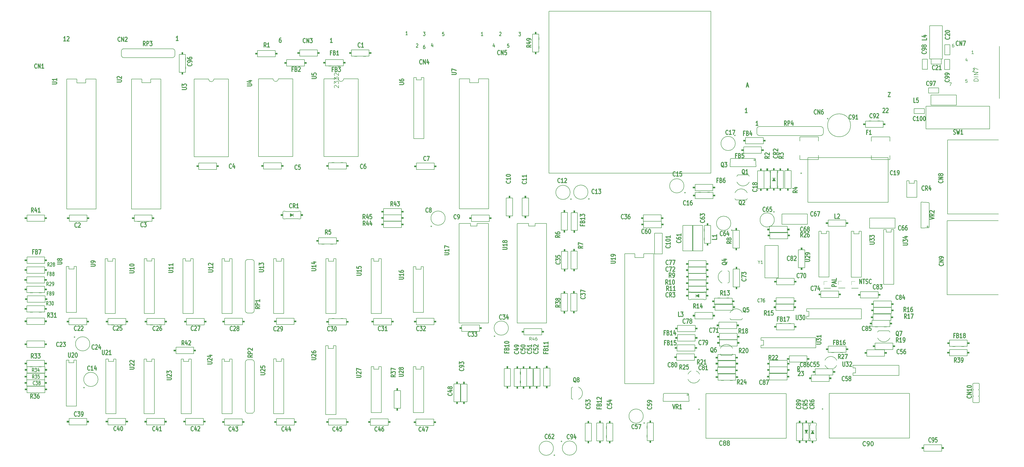
<source format=gbr>
G04 #@! TF.GenerationSoftware,KiCad,Pcbnew,(5.0.2)-1*
G04 #@! TF.CreationDate,2019-01-22T20:15:22+01:00*
G04 #@! TF.ProjectId,C64,4336342e-6b69-4636-9164-5f7063625858,rev?*
G04 #@! TF.SameCoordinates,Original*
G04 #@! TF.FileFunction,Legend,Top*
G04 #@! TF.FilePolarity,Positive*
%FSLAX46Y46*%
G04 Gerber Fmt 4.6, Leading zero omitted, Abs format (unit mm)*
G04 Created by KiCad (PCBNEW (5.0.2)-1) date 22-01-2019 20:15:22*
%MOMM*%
%LPD*%
G01*
G04 APERTURE LIST*
%ADD10C,0.200000*%
%ADD11C,0.300000*%
%ADD12C,0.152400*%
%ADD13C,0.127000*%
%ADD14C,0.100000*%
%ADD15C,0.120000*%
%ADD16C,0.275000*%
%ADD17C,0.177800*%
%ADD18C,0.270000*%
G04 APERTURE END LIST*
D10*
X312686000Y-139348000D02*
X312986000Y-139348000D01*
X312686000Y-152048000D02*
X312686000Y-139348000D01*
X317886000Y-152048000D02*
X312686000Y-152048000D01*
X317886000Y-139348000D02*
X317886000Y-152048000D01*
X312786000Y-139348000D02*
X317886000Y-139348000D01*
X272486000Y-142648000D02*
X272486000Y-134548000D01*
X269386000Y-142648000D02*
X272486000Y-142648000D01*
X269386000Y-134548000D02*
X269386000Y-142648000D01*
X272486000Y-134548000D02*
X269386000Y-134548000D01*
D11*
X325742190Y-188856333D02*
X325807428Y-188773000D01*
X325937904Y-188689666D01*
X326264095Y-188689666D01*
X326394571Y-188773000D01*
X326459809Y-188856333D01*
X326525047Y-189023000D01*
X326525047Y-189189666D01*
X326459809Y-189439666D01*
X325676952Y-190439666D01*
X326525047Y-190439666D01*
X326981714Y-188689666D02*
X327829809Y-188689666D01*
X327373142Y-189356333D01*
X327568857Y-189356333D01*
X327699333Y-189439666D01*
X327764571Y-189523000D01*
X327829809Y-189689666D01*
X327829809Y-190106333D01*
X327764571Y-190273000D01*
X327699333Y-190356333D01*
X327568857Y-190439666D01*
X327177428Y-190439666D01*
X327046952Y-190356333D01*
X326981714Y-190273000D01*
X326310047Y-188639666D02*
X325853380Y-187806333D01*
X325527190Y-188639666D02*
X325527190Y-186889666D01*
X326049095Y-186889666D01*
X326179571Y-186973000D01*
X326244809Y-187056333D01*
X326310047Y-187223000D01*
X326310047Y-187473000D01*
X326244809Y-187639666D01*
X326179571Y-187723000D01*
X326049095Y-187806333D01*
X325527190Y-187806333D01*
X349835285Y-154339666D02*
X349835285Y-152589666D01*
X350618142Y-154339666D01*
X350618142Y-152589666D01*
X351074809Y-152589666D02*
X351857666Y-152589666D01*
X351466238Y-154339666D02*
X351466238Y-152589666D01*
X352249095Y-154256333D02*
X352444809Y-154339666D01*
X352771000Y-154339666D01*
X352901476Y-154256333D01*
X352966714Y-154173000D01*
X353031952Y-154006333D01*
X353031952Y-153839666D01*
X352966714Y-153673000D01*
X352901476Y-153589666D01*
X352771000Y-153506333D01*
X352510047Y-153423000D01*
X352379571Y-153339666D01*
X352314333Y-153256333D01*
X352249095Y-153089666D01*
X352249095Y-152923000D01*
X352314333Y-152756333D01*
X352379571Y-152673000D01*
X352510047Y-152589666D01*
X352836238Y-152589666D01*
X353031952Y-152673000D01*
X354401952Y-154173000D02*
X354336714Y-154256333D01*
X354141000Y-154339666D01*
X354010523Y-154339666D01*
X353814809Y-154256333D01*
X353684333Y-154089666D01*
X353619095Y-153923000D01*
X353553857Y-153589666D01*
X353553857Y-153339666D01*
X353619095Y-153006333D01*
X353684333Y-152839666D01*
X353814809Y-152673000D01*
X354010523Y-152589666D01*
X354141000Y-152589666D01*
X354336714Y-152673000D01*
X354401952Y-152756333D01*
X340681766Y-155462576D02*
X338931766Y-155462576D01*
X338931766Y-154940671D01*
X339015100Y-154810195D01*
X339098433Y-154744957D01*
X339265100Y-154679719D01*
X339515100Y-154679719D01*
X339681766Y-154744957D01*
X339765100Y-154810195D01*
X339848433Y-154940671D01*
X339848433Y-155462576D01*
X340181766Y-154157814D02*
X340181766Y-153505433D01*
X340681766Y-154288290D02*
X338931766Y-153831623D01*
X340681766Y-153374957D01*
X340681766Y-152265909D02*
X340681766Y-152918290D01*
X338931766Y-152918290D01*
X309966628Y-92333266D02*
X309183771Y-92333266D01*
X309575200Y-92333266D02*
X309575200Y-90583266D01*
X309444723Y-90833266D01*
X309314247Y-90999933D01*
X309183771Y-91083266D01*
D12*
G04 #@! TO.C,F1*
X361645200Y-96799400D02*
X361645200Y-98450400D01*
X361645200Y-104038400D02*
X361645200Y-105689400D01*
X354406200Y-97434400D02*
X354406200Y-98450400D01*
X354406200Y-105054400D02*
X354406200Y-104038400D01*
X354406200Y-97434400D02*
X354406200Y-96799400D01*
X361645200Y-96799400D02*
X354406200Y-96799400D01*
X354406200Y-105689400D02*
X361645200Y-105689400D01*
X354406200Y-105054400D02*
X354406200Y-105689400D01*
X326415400Y-105664000D02*
X326415400Y-104013000D01*
X326415400Y-98425000D02*
X326415400Y-96774000D01*
X333654400Y-105029000D02*
X333654400Y-104013000D01*
X333654400Y-97409000D02*
X333654400Y-98425000D01*
X333654400Y-105029000D02*
X333654400Y-105664000D01*
X326415400Y-105664000D02*
X333654400Y-105664000D01*
X333654400Y-96774000D02*
X326415400Y-96774000D01*
X333654400Y-97409000D02*
X333654400Y-96774000D01*
D13*
G04 #@! TO.C,CN9*
X384149980Y-129670400D02*
X404149980Y-129670400D01*
X404149980Y-158670400D02*
X384149980Y-158670400D01*
X384149980Y-158670400D02*
X384149980Y-129670400D01*
G04 #@! TO.C,CN8*
X384254120Y-97986440D02*
X404254120Y-97986440D01*
X404254120Y-126986440D02*
X384254120Y-126986440D01*
X384254120Y-126986440D02*
X384254120Y-97986440D01*
D12*
G04 #@! TO.C,SW1*
X375838200Y-84734400D02*
X400838200Y-84734400D01*
X400838200Y-93624400D02*
X375838200Y-93624400D01*
X400838200Y-93624400D02*
X400838200Y-84734400D01*
X375838200Y-84734400D02*
X375838200Y-93624400D01*
D13*
G04 #@! TO.C,VR2*
X373898160Y-122387360D02*
X376819160Y-122514360D01*
X377073160Y-122768360D02*
X376819160Y-122514360D01*
X377073160Y-122768360D02*
X377073160Y-132166360D01*
X376819160Y-132420360D02*
X377073160Y-132166360D01*
X376819160Y-132420360D02*
X373898160Y-132547360D01*
X376717560Y-131963160D02*
G75*
G03X376717560Y-131963160I-254000J0D01*
G01*
X373898160Y-132547360D02*
X373898160Y-122387360D01*
G04 #@! TO.C,VR1*
X272783300Y-200499980D02*
X272910300Y-197578980D01*
X273164300Y-197324980D02*
X272910300Y-197578980D01*
X273164300Y-197324980D02*
X282562300Y-197324980D01*
X282816300Y-197578980D02*
X282562300Y-197324980D01*
X282816300Y-197578980D02*
X282943300Y-200499980D01*
X282613100Y-197934580D02*
G75*
G03X282613100Y-197934580I-254000J0D01*
G01*
X282943300Y-200499980D02*
X272783300Y-200499980D01*
G04 #@! TO.C,RF1*
X228015800Y-110972600D02*
X228015800Y-47472600D01*
X228015800Y-47472600D02*
X291515800Y-47472600D01*
X291515800Y-47472600D02*
X291515800Y-110972600D01*
X291515800Y-110972600D02*
X228015800Y-110972600D01*
G04 #@! TO.C,R27*
X337523517Y-187628072D02*
G75*
G02X336254969Y-186367618I717252J1990432D01*
G01*
X340790072Y-186376883D02*
G75*
G02X339529618Y-187645431I-1990432J717252D01*
G01*
X336226601Y-184368408D02*
G75*
G02X340818846Y-184376750I2294287J-1014489D01*
G01*
G04 #@! TO.C,R25*
X285792483Y-188571328D02*
G75*
G02X287061031Y-189831782I-717252J-1990432D01*
G01*
X282525928Y-189822517D02*
G75*
G02X283786382Y-188553969I1990432J-717252D01*
G01*
X287089399Y-191830992D02*
G75*
G02X282497154Y-191822650I-2294287J1014489D01*
G01*
D14*
G04 #@! TO.C,FB18*
G36*
X384164960Y-177982880D02*
X385028560Y-177982880D01*
X385028560Y-177373280D01*
X384164960Y-177373280D01*
X384164960Y-177982880D01*
G37*
G36*
X392028560Y-177982880D02*
X392892160Y-177982880D01*
X392892160Y-177373280D01*
X392028560Y-177373280D01*
X392028560Y-177982880D01*
G37*
D12*
X392028560Y-178928080D02*
X392028560Y-176428080D01*
X391774560Y-178928080D02*
X385282560Y-178928080D01*
X392028560Y-176428080D02*
X385028560Y-176428080D01*
X385028560Y-178928080D02*
X385028560Y-176428080D01*
X389798560Y-178928080D02*
X392028560Y-178928080D01*
X389798560Y-178948080D02*
X389798560Y-178928080D01*
X391774560Y-178928080D02*
X389798560Y-178948080D01*
X387258560Y-178948080D02*
X385282560Y-178928080D01*
X387258560Y-178928080D02*
X387258560Y-178948080D01*
X385028560Y-178928080D02*
X387258560Y-178928080D01*
D14*
G04 #@! TO.C,FB17*
G36*
X325003040Y-170931840D02*
X324139440Y-170931840D01*
X324139440Y-171541440D01*
X325003040Y-171541440D01*
X325003040Y-170931840D01*
G37*
G36*
X317139440Y-170931840D02*
X316275840Y-170931840D01*
X316275840Y-171541440D01*
X317139440Y-171541440D01*
X317139440Y-170931840D01*
G37*
D12*
X317139440Y-169986640D02*
X317139440Y-172486640D01*
X317393440Y-169986640D02*
X323885440Y-169986640D01*
X317139440Y-172486640D02*
X324139440Y-172486640D01*
X324139440Y-169986640D02*
X324139440Y-172486640D01*
X319369440Y-169986640D02*
X317139440Y-169986640D01*
X319369440Y-169966640D02*
X319369440Y-169986640D01*
X317393440Y-169986640D02*
X319369440Y-169966640D01*
X321909440Y-169966640D02*
X323885440Y-169986640D01*
X321909440Y-169986640D02*
X321909440Y-169966640D01*
X324139440Y-169986640D02*
X321909440Y-169986640D01*
D14*
G04 #@! TO.C,FB16*
G36*
X336636480Y-180360320D02*
X337500080Y-180360320D01*
X337500080Y-179750720D01*
X336636480Y-179750720D01*
X336636480Y-180360320D01*
G37*
G36*
X344500080Y-180360320D02*
X345363680Y-180360320D01*
X345363680Y-179750720D01*
X344500080Y-179750720D01*
X344500080Y-180360320D01*
G37*
D12*
X344500080Y-181305520D02*
X344500080Y-178805520D01*
X344246080Y-181305520D02*
X337754080Y-181305520D01*
X344500080Y-178805520D02*
X337500080Y-178805520D01*
X337500080Y-181305520D02*
X337500080Y-178805520D01*
X342270080Y-181305520D02*
X344500080Y-181305520D01*
X342270080Y-181325520D02*
X342270080Y-181305520D01*
X344246080Y-181305520D02*
X342270080Y-181325520D01*
X339730080Y-181325520D02*
X337754080Y-181305520D01*
X339730080Y-181305520D02*
X339730080Y-181325520D01*
X337500080Y-181305520D02*
X339730080Y-181305520D01*
D14*
G04 #@! TO.C,FB15*
G36*
X277337640Y-179832000D02*
X278201240Y-179832000D01*
X278201240Y-179222400D01*
X277337640Y-179222400D01*
X277337640Y-179832000D01*
G37*
G36*
X285201240Y-179832000D02*
X286064840Y-179832000D01*
X286064840Y-179222400D01*
X285201240Y-179222400D01*
X285201240Y-179832000D01*
G37*
D12*
X285201240Y-180777200D02*
X285201240Y-178277200D01*
X284947240Y-180777200D02*
X278455240Y-180777200D01*
X285201240Y-178277200D02*
X278201240Y-178277200D01*
X278201240Y-180777200D02*
X278201240Y-178277200D01*
X282971240Y-180777200D02*
X285201240Y-180777200D01*
X282971240Y-180797200D02*
X282971240Y-180777200D01*
X284947240Y-180777200D02*
X282971240Y-180797200D01*
X280431240Y-180797200D02*
X278455240Y-180777200D01*
X280431240Y-180777200D02*
X280431240Y-180797200D01*
X278201240Y-180777200D02*
X280431240Y-180777200D01*
D14*
G04 #@! TO.C,FB14*
G36*
X277490040Y-175910240D02*
X278353640Y-175910240D01*
X278353640Y-175300640D01*
X277490040Y-175300640D01*
X277490040Y-175910240D01*
G37*
G36*
X285353640Y-175910240D02*
X286217240Y-175910240D01*
X286217240Y-175300640D01*
X285353640Y-175300640D01*
X285353640Y-175910240D01*
G37*
D12*
X285353640Y-176855440D02*
X285353640Y-174355440D01*
X285099640Y-176855440D02*
X278607640Y-176855440D01*
X285353640Y-174355440D02*
X278353640Y-174355440D01*
X278353640Y-176855440D02*
X278353640Y-174355440D01*
X283123640Y-176855440D02*
X285353640Y-176855440D01*
X283123640Y-176875440D02*
X283123640Y-176855440D01*
X285099640Y-176855440D02*
X283123640Y-176875440D01*
X280583640Y-176875440D02*
X278607640Y-176855440D01*
X280583640Y-176855440D02*
X280583640Y-176875440D01*
X278353640Y-176855440D02*
X280583640Y-176855440D01*
D14*
G04 #@! TO.C,FB13*
G36*
X238229140Y-134335400D02*
X238229140Y-133471800D01*
X237619540Y-133471800D01*
X237619540Y-134335400D01*
X238229140Y-134335400D01*
G37*
G36*
X238229140Y-126471800D02*
X238229140Y-125608200D01*
X237619540Y-125608200D01*
X237619540Y-126471800D01*
X238229140Y-126471800D01*
G37*
D12*
X239174340Y-126471800D02*
X236674340Y-126471800D01*
X239174340Y-126725800D02*
X239174340Y-133217800D01*
X236674340Y-126471800D02*
X236674340Y-133471800D01*
X239174340Y-133471800D02*
X236674340Y-133471800D01*
X239174340Y-128701800D02*
X239174340Y-126471800D01*
X239194340Y-128701800D02*
X239174340Y-128701800D01*
X239174340Y-126725800D02*
X239194340Y-128701800D01*
X239194340Y-131241800D02*
X239174340Y-133217800D01*
X239174340Y-131241800D02*
X239194340Y-131241800D01*
X239174340Y-133471800D02*
X239174340Y-131241800D01*
D14*
G04 #@! TO.C,FB12*
G36*
X248300240Y-216860000D02*
X248300240Y-215996400D01*
X247690640Y-215996400D01*
X247690640Y-216860000D01*
X248300240Y-216860000D01*
G37*
G36*
X248300240Y-208996400D02*
X248300240Y-208132800D01*
X247690640Y-208132800D01*
X247690640Y-208996400D01*
X248300240Y-208996400D01*
G37*
D12*
X249245440Y-208996400D02*
X246745440Y-208996400D01*
X249245440Y-209250400D02*
X249245440Y-215742400D01*
X246745440Y-208996400D02*
X246745440Y-215996400D01*
X249245440Y-215996400D02*
X246745440Y-215996400D01*
X249245440Y-211226400D02*
X249245440Y-208996400D01*
X249265440Y-211226400D02*
X249245440Y-211226400D01*
X249245440Y-209250400D02*
X249265440Y-211226400D01*
X249265440Y-213766400D02*
X249245440Y-215742400D01*
X249245440Y-213766400D02*
X249265440Y-213766400D01*
X249245440Y-215996400D02*
X249245440Y-213766400D01*
D14*
G04 #@! TO.C,FB11*
G36*
X227462080Y-195320800D02*
X227462080Y-194457200D01*
X226852480Y-194457200D01*
X226852480Y-195320800D01*
X227462080Y-195320800D01*
G37*
G36*
X227462080Y-187457200D02*
X227462080Y-186593600D01*
X226852480Y-186593600D01*
X226852480Y-187457200D01*
X227462080Y-187457200D01*
G37*
D12*
X228407280Y-187457200D02*
X225907280Y-187457200D01*
X228407280Y-187711200D02*
X228407280Y-194203200D01*
X225907280Y-187457200D02*
X225907280Y-194457200D01*
X228407280Y-194457200D02*
X225907280Y-194457200D01*
X228407280Y-189687200D02*
X228407280Y-187457200D01*
X228427280Y-189687200D02*
X228407280Y-189687200D01*
X228407280Y-187711200D02*
X228427280Y-189687200D01*
X228427280Y-192227200D02*
X228407280Y-194203200D01*
X228407280Y-192227200D02*
X228427280Y-192227200D01*
X228407280Y-194457200D02*
X228407280Y-192227200D01*
D14*
G04 #@! TO.C,FB10*
G36*
X211404200Y-186720600D02*
X211404200Y-187584200D01*
X212013800Y-187584200D01*
X212013800Y-186720600D01*
X211404200Y-186720600D01*
G37*
G36*
X211404200Y-194584200D02*
X211404200Y-195447800D01*
X212013800Y-195447800D01*
X212013800Y-194584200D01*
X211404200Y-194584200D01*
G37*
D12*
X210459000Y-194584200D02*
X212959000Y-194584200D01*
X210459000Y-194330200D02*
X210459000Y-187838200D01*
X212959000Y-194584200D02*
X212959000Y-187584200D01*
X210459000Y-187584200D02*
X212959000Y-187584200D01*
X210459000Y-192354200D02*
X210459000Y-194584200D01*
X210439000Y-192354200D02*
X210459000Y-192354200D01*
X210459000Y-194330200D02*
X210439000Y-192354200D01*
X210439000Y-189814200D02*
X210459000Y-187838200D01*
X210459000Y-189814200D02*
X210439000Y-189814200D01*
X210459000Y-187584200D02*
X210459000Y-189814200D01*
D14*
G04 #@! TO.C,FB9*
G36*
X31338400Y-160070800D02*
X30474800Y-160070800D01*
X30474800Y-160680400D01*
X31338400Y-160680400D01*
X31338400Y-160070800D01*
G37*
G36*
X23474800Y-160070800D02*
X22611200Y-160070800D01*
X22611200Y-160680400D01*
X23474800Y-160680400D01*
X23474800Y-160070800D01*
G37*
D12*
X23474800Y-159125600D02*
X23474800Y-161625600D01*
X23728800Y-159125600D02*
X30220800Y-159125600D01*
X23474800Y-161625600D02*
X30474800Y-161625600D01*
X30474800Y-159125600D02*
X30474800Y-161625600D01*
X25704800Y-159125600D02*
X23474800Y-159125600D01*
X25704800Y-159105600D02*
X25704800Y-159125600D01*
X23728800Y-159125600D02*
X25704800Y-159105600D01*
X28244800Y-159105600D02*
X30220800Y-159125600D01*
X28244800Y-159125600D02*
X28244800Y-159105600D01*
X30474800Y-159125600D02*
X28244800Y-159125600D01*
D14*
G04 #@! TO.C,FB8*
G36*
X31109800Y-152577800D02*
X30246200Y-152577800D01*
X30246200Y-153187400D01*
X31109800Y-153187400D01*
X31109800Y-152577800D01*
G37*
G36*
X23246200Y-152577800D02*
X22382600Y-152577800D01*
X22382600Y-153187400D01*
X23246200Y-153187400D01*
X23246200Y-152577800D01*
G37*
D12*
X23246200Y-151632600D02*
X23246200Y-154132600D01*
X23500200Y-151632600D02*
X29992200Y-151632600D01*
X23246200Y-154132600D02*
X30246200Y-154132600D01*
X30246200Y-151632600D02*
X30246200Y-154132600D01*
X25476200Y-151632600D02*
X23246200Y-151632600D01*
X25476200Y-151612600D02*
X25476200Y-151632600D01*
X23500200Y-151632600D02*
X25476200Y-151612600D01*
X28016200Y-151612600D02*
X29992200Y-151632600D01*
X28016200Y-151632600D02*
X28016200Y-151612600D01*
X30246200Y-151632600D02*
X28016200Y-151632600D01*
D14*
G04 #@! TO.C,FB7*
G36*
X31186000Y-144830800D02*
X30322400Y-144830800D01*
X30322400Y-145440400D01*
X31186000Y-145440400D01*
X31186000Y-144830800D01*
G37*
G36*
X23322400Y-144830800D02*
X22458800Y-144830800D01*
X22458800Y-145440400D01*
X23322400Y-145440400D01*
X23322400Y-144830800D01*
G37*
D12*
X23322400Y-143885600D02*
X23322400Y-146385600D01*
X23576400Y-143885600D02*
X30068400Y-143885600D01*
X23322400Y-146385600D02*
X30322400Y-146385600D01*
X30322400Y-143885600D02*
X30322400Y-146385600D01*
X25552400Y-143885600D02*
X23322400Y-143885600D01*
X25552400Y-143865600D02*
X25552400Y-143885600D01*
X23576400Y-143885600D02*
X25552400Y-143865600D01*
X28092400Y-143865600D02*
X30068400Y-143885600D01*
X28092400Y-143885600D02*
X28092400Y-143865600D01*
X30322400Y-143885600D02*
X28092400Y-143885600D01*
D14*
G04 #@! TO.C,FB6*
G36*
X284424240Y-116931440D02*
X285287840Y-116931440D01*
X285287840Y-116321840D01*
X284424240Y-116321840D01*
X284424240Y-116931440D01*
G37*
G36*
X292287840Y-116931440D02*
X293151440Y-116931440D01*
X293151440Y-116321840D01*
X292287840Y-116321840D01*
X292287840Y-116931440D01*
G37*
D12*
X292287840Y-117876640D02*
X292287840Y-115376640D01*
X292033840Y-117876640D02*
X285541840Y-117876640D01*
X292287840Y-115376640D02*
X285287840Y-115376640D01*
X285287840Y-117876640D02*
X285287840Y-115376640D01*
X290057840Y-117876640D02*
X292287840Y-117876640D01*
X290057840Y-117896640D02*
X290057840Y-117876640D01*
X292033840Y-117876640D02*
X290057840Y-117896640D01*
X287517840Y-117896640D02*
X285541840Y-117876640D01*
X287517840Y-117876640D02*
X287517840Y-117896640D01*
X285287840Y-117876640D02*
X287517840Y-117876640D01*
D14*
G04 #@! TO.C,FB5*
G36*
X303474240Y-102260400D02*
X304337840Y-102260400D01*
X304337840Y-101650800D01*
X303474240Y-101650800D01*
X303474240Y-102260400D01*
G37*
G36*
X311337840Y-102260400D02*
X312201440Y-102260400D01*
X312201440Y-101650800D01*
X311337840Y-101650800D01*
X311337840Y-102260400D01*
G37*
D12*
X311337840Y-103205600D02*
X311337840Y-100705600D01*
X311083840Y-103205600D02*
X304591840Y-103205600D01*
X311337840Y-100705600D02*
X304337840Y-100705600D01*
X304337840Y-103205600D02*
X304337840Y-100705600D01*
X309107840Y-103205600D02*
X311337840Y-103205600D01*
X309107840Y-103225600D02*
X309107840Y-103205600D01*
X311083840Y-103205600D02*
X309107840Y-103225600D01*
X306567840Y-103225600D02*
X304591840Y-103205600D01*
X306567840Y-103205600D02*
X306567840Y-103225600D01*
X304337840Y-103205600D02*
X306567840Y-103205600D01*
D14*
G04 #@! TO.C,FB4*
G36*
X312912640Y-97957640D02*
X312049040Y-97957640D01*
X312049040Y-98567240D01*
X312912640Y-98567240D01*
X312912640Y-97957640D01*
G37*
G36*
X305049040Y-97957640D02*
X304185440Y-97957640D01*
X304185440Y-98567240D01*
X305049040Y-98567240D01*
X305049040Y-97957640D01*
G37*
D12*
X305049040Y-97012440D02*
X305049040Y-99512440D01*
X305303040Y-97012440D02*
X311795040Y-97012440D01*
X305049040Y-99512440D02*
X312049040Y-99512440D01*
X312049040Y-97012440D02*
X312049040Y-99512440D01*
X307279040Y-97012440D02*
X305049040Y-97012440D01*
X307279040Y-96992440D02*
X307279040Y-97012440D01*
X305303040Y-97012440D02*
X307279040Y-96992440D01*
X309819040Y-96992440D02*
X311795040Y-97012440D01*
X309819040Y-97012440D02*
X309819040Y-96992440D01*
X312049040Y-97012440D02*
X309819040Y-97012440D01*
D14*
G04 #@! TO.C,FB3*
G36*
X139507080Y-68005960D02*
X140370680Y-68005960D01*
X140370680Y-67396360D01*
X139507080Y-67396360D01*
X139507080Y-68005960D01*
G37*
G36*
X147370680Y-68005960D02*
X148234280Y-68005960D01*
X148234280Y-67396360D01*
X147370680Y-67396360D01*
X147370680Y-68005960D01*
G37*
D12*
X147370680Y-68951160D02*
X147370680Y-66451160D01*
X147116680Y-68951160D02*
X140624680Y-68951160D01*
X147370680Y-66451160D02*
X140370680Y-66451160D01*
X140370680Y-68951160D02*
X140370680Y-66451160D01*
X145140680Y-68951160D02*
X147370680Y-68951160D01*
X145140680Y-68971160D02*
X145140680Y-68951160D01*
X147116680Y-68951160D02*
X145140680Y-68971160D01*
X142600680Y-68971160D02*
X140624680Y-68951160D01*
X142600680Y-68951160D02*
X142600680Y-68971160D01*
X140370680Y-68951160D02*
X142600680Y-68951160D01*
D14*
G04 #@! TO.C,FB2*
G36*
X132999360Y-67442080D02*
X132135760Y-67442080D01*
X132135760Y-68051680D01*
X132999360Y-68051680D01*
X132999360Y-67442080D01*
G37*
G36*
X125135760Y-67442080D02*
X124272160Y-67442080D01*
X124272160Y-68051680D01*
X125135760Y-68051680D01*
X125135760Y-67442080D01*
G37*
D12*
X125135760Y-66496880D02*
X125135760Y-68996880D01*
X125389760Y-66496880D02*
X131881760Y-66496880D01*
X125135760Y-68996880D02*
X132135760Y-68996880D01*
X132135760Y-66496880D02*
X132135760Y-68996880D01*
X127365760Y-66496880D02*
X125135760Y-66496880D01*
X127365760Y-66476880D02*
X127365760Y-66496880D01*
X125389760Y-66496880D02*
X127365760Y-66476880D01*
X129905760Y-66476880D02*
X131881760Y-66496880D01*
X129905760Y-66496880D02*
X129905760Y-66476880D01*
X132135760Y-66496880D02*
X129905760Y-66496880D01*
D14*
G04 #@! TO.C,FB1*
G36*
X129392800Y-64175640D02*
X130256400Y-64175640D01*
X130256400Y-63566040D01*
X129392800Y-63566040D01*
X129392800Y-64175640D01*
G37*
G36*
X137256400Y-64175640D02*
X138120000Y-64175640D01*
X138120000Y-63566040D01*
X137256400Y-63566040D01*
X137256400Y-64175640D01*
G37*
D12*
X137256400Y-65120840D02*
X137256400Y-62620840D01*
X137002400Y-65120840D02*
X130510400Y-65120840D01*
X137256400Y-62620840D02*
X130256400Y-62620840D01*
X130256400Y-65120840D02*
X130256400Y-62620840D01*
X135026400Y-65120840D02*
X137256400Y-65120840D01*
X135026400Y-65140840D02*
X135026400Y-65120840D01*
X137002400Y-65120840D02*
X135026400Y-65140840D01*
X132486400Y-65140840D02*
X130510400Y-65120840D01*
X132486400Y-65120840D02*
X132486400Y-65140840D01*
X130256400Y-65120840D02*
X132486400Y-65120840D01*
G04 #@! TO.C,CR4*
X369250720Y-114941080D02*
X371250720Y-114941080D01*
X369250720Y-113941080D02*
X369250720Y-114941080D01*
X371250720Y-113941080D02*
X371250720Y-114941080D01*
X368250720Y-113941080D02*
X369250720Y-113941080D01*
X372250720Y-113941080D02*
X371250720Y-113941080D01*
X372250720Y-120511080D02*
X368250720Y-120511080D01*
X368250720Y-113941080D02*
X368250720Y-120511080D01*
X372250720Y-120511080D02*
X372250720Y-113941080D01*
D13*
G04 #@! TO.C,Q3*
X309168800Y-108432600D02*
X299008800Y-108432600D01*
X308838600Y-105867200D02*
G75*
G03X308838600Y-105867200I-254000J0D01*
G01*
X309041800Y-105511600D02*
X309168800Y-108432600D01*
X309041800Y-105511600D02*
X308787800Y-105257600D01*
X299389800Y-105257600D02*
X308787800Y-105257600D01*
X299389800Y-105257600D02*
X299135800Y-105511600D01*
X299008800Y-108432600D02*
X299135800Y-105511600D01*
G04 #@! TO.C,Q1*
X301690001Y-112248400D02*
G75*
G02X302019700Y-111709200I2424206J-1111909D01*
G01*
X306208700Y-111709200D02*
G75*
G02X306527200Y-112224300I-2094504J-1651106D01*
G01*
X301701201Y-114496102D02*
G75*
G03X306527200Y-114496100I2412999J1135910D01*
G01*
X306208700Y-111709200D02*
X302019700Y-111709200D01*
D12*
G04 #@! TO.C,U33*
X347538800Y-134773400D02*
X349538800Y-134773400D01*
X347538800Y-133773400D02*
X347538800Y-134773400D01*
X349538800Y-133773400D02*
X349538800Y-134773400D01*
X346538800Y-133773400D02*
X347538800Y-133773400D01*
X350538800Y-133773400D02*
X349538800Y-133773400D01*
X350538800Y-151773400D02*
X346538800Y-151773400D01*
X346538800Y-133773400D02*
X346538800Y-151773400D01*
X350538800Y-151773400D02*
X350538800Y-133773400D01*
G04 #@! TO.C,U34*
X360213400Y-134141000D02*
X362213400Y-134141000D01*
X360213400Y-133141000D02*
X360213400Y-134141000D01*
X362213400Y-133141000D02*
X362213400Y-134141000D01*
X359213400Y-133141000D02*
X360213400Y-133141000D01*
X363213400Y-133141000D02*
X362213400Y-133141000D01*
X363213400Y-154641000D02*
X359213400Y-154641000D01*
X359213400Y-133141000D02*
X359213400Y-154641000D01*
X363213400Y-154641000D02*
X363213400Y-133141000D01*
G04 #@! TO.C,CN7*
X404603600Y-81686400D02*
X404603600Y-61239400D01*
D15*
G04 #@! TO.C,J3*
X341409980Y-155945840D02*
X341409980Y-156005840D01*
X341409980Y-156005840D02*
X344069980Y-156005840D01*
X344069980Y-156005840D02*
X344069980Y-155945840D01*
X344069980Y-155945840D02*
X341409980Y-155945840D01*
X341409980Y-154675840D02*
X341409980Y-153345840D01*
X341409980Y-153345840D02*
X342739980Y-153345840D01*
G04 #@! TO.C,J2*
X346599200Y-156032200D02*
X346599200Y-156092200D01*
X346599200Y-156092200D02*
X349259200Y-156092200D01*
X349259200Y-156092200D02*
X349259200Y-156032200D01*
X349259200Y-156032200D02*
X346599200Y-156032200D01*
X346599200Y-154762200D02*
X346599200Y-153432200D01*
X346599200Y-153432200D02*
X347929200Y-153432200D01*
G04 #@! TO.C,J1*
X335766100Y-156057600D02*
X335766100Y-156117600D01*
X335766100Y-156117600D02*
X338426100Y-156117600D01*
X338426100Y-156117600D02*
X338426100Y-156057600D01*
X338426100Y-156057600D02*
X335766100Y-156057600D01*
X335766100Y-154787600D02*
X335766100Y-153457600D01*
X335766100Y-153457600D02*
X337096100Y-153457600D01*
D12*
G04 #@! TO.C,C11*
X217520200Y-120731400D02*
X217520200Y-122961400D01*
X217520200Y-122961400D02*
X217500200Y-122961400D01*
X217500200Y-122961400D02*
X217520200Y-120985400D01*
X217520200Y-127477400D02*
X217500200Y-125501400D01*
X217500200Y-125501400D02*
X217520200Y-125501400D01*
X217520200Y-125501400D02*
X217520200Y-127731400D01*
X217520200Y-120731400D02*
X220020200Y-120731400D01*
X220020200Y-127731400D02*
X220020200Y-120731400D01*
X217520200Y-127477400D02*
X217520200Y-120985400D01*
X217520200Y-127731400D02*
X220020200Y-127731400D01*
D14*
G36*
X218465400Y-127731400D02*
X218465400Y-128595000D01*
X219075000Y-128595000D01*
X219075000Y-127731400D01*
X218465400Y-127731400D01*
G37*
G36*
X218465400Y-119867800D02*
X218465400Y-120731400D01*
X219075000Y-120731400D01*
X219075000Y-119867800D01*
X218465400Y-119867800D01*
G37*
D12*
G04 #@! TO.C,C10*
X213761640Y-127741560D02*
X213761640Y-125511560D01*
X213761640Y-125511560D02*
X213781640Y-125511560D01*
X213781640Y-125511560D02*
X213761640Y-127487560D01*
X213761640Y-120995560D02*
X213781640Y-122971560D01*
X213781640Y-122971560D02*
X213761640Y-122971560D01*
X213761640Y-122971560D02*
X213761640Y-120741560D01*
X213761640Y-127741560D02*
X211261640Y-127741560D01*
X211261640Y-120741560D02*
X211261640Y-127741560D01*
X213761640Y-120995560D02*
X213761640Y-127487560D01*
X213761640Y-120741560D02*
X211261640Y-120741560D01*
D14*
G36*
X212816440Y-120741560D02*
X212816440Y-119877960D01*
X212206840Y-119877960D01*
X212206840Y-120741560D01*
X212816440Y-120741560D01*
G37*
G36*
X212816440Y-128605160D02*
X212816440Y-127741560D01*
X212206840Y-127741560D01*
X212206840Y-128605160D01*
X212816440Y-128605160D01*
G37*
D13*
G04 #@! TO.C,C19*
X361037600Y-122415000D02*
X329537600Y-122415000D01*
X361037600Y-104915000D02*
X361037600Y-122415000D01*
X329537600Y-104915000D02*
X361037600Y-104915000D01*
X329537600Y-122415000D02*
X329537600Y-104915000D01*
D12*
X327126600Y-110998000D02*
X326618600Y-110998000D01*
X326872600Y-110744000D02*
X326872600Y-111252000D01*
G04 #@! TO.C,C91*
X346257000Y-92240100D02*
G75*
G03X346257000Y-92240100I-4500000J0D01*
G01*
X337566000Y-89573100D02*
X337058000Y-89573100D01*
X337312000Y-89319100D02*
X337312000Y-89827100D01*
G04 #@! TO.C,C83*
X350093400Y-159949200D02*
X352323400Y-159949200D01*
X352323400Y-159949200D02*
X352323400Y-159969200D01*
X352323400Y-159969200D02*
X350347400Y-159949200D01*
X356839400Y-159949200D02*
X354863400Y-159969200D01*
X354863400Y-159969200D02*
X354863400Y-159949200D01*
X354863400Y-159949200D02*
X357093400Y-159949200D01*
X350093400Y-159949200D02*
X350093400Y-157449200D01*
X357093400Y-157449200D02*
X350093400Y-157449200D01*
X356839400Y-159949200D02*
X350347400Y-159949200D01*
X357093400Y-159949200D02*
X357093400Y-157449200D01*
D14*
G36*
X357093400Y-159004000D02*
X357957000Y-159004000D01*
X357957000Y-158394400D01*
X357093400Y-158394400D01*
X357093400Y-159004000D01*
G37*
G36*
X349229800Y-159004000D02*
X350093400Y-159004000D01*
X350093400Y-158394400D01*
X349229800Y-158394400D01*
X349229800Y-159004000D01*
G37*
D12*
G04 #@! TO.C,C81*
X301162600Y-187091000D02*
X298932600Y-187091000D01*
X298932600Y-187091000D02*
X298932600Y-187071000D01*
X298932600Y-187071000D02*
X300908600Y-187091000D01*
X294416600Y-187091000D02*
X296392600Y-187071000D01*
X296392600Y-187071000D02*
X296392600Y-187091000D01*
X296392600Y-187091000D02*
X294162600Y-187091000D01*
X301162600Y-187091000D02*
X301162600Y-189591000D01*
X294162600Y-189591000D02*
X301162600Y-189591000D01*
X294416600Y-187091000D02*
X300908600Y-187091000D01*
X294162600Y-187091000D02*
X294162600Y-189591000D01*
D14*
G36*
X294162600Y-188036200D02*
X293299000Y-188036200D01*
X293299000Y-188645800D01*
X294162600Y-188645800D01*
X294162600Y-188036200D01*
G37*
G36*
X302026200Y-188036200D02*
X301162600Y-188036200D01*
X301162600Y-188645800D01*
X302026200Y-188645800D01*
X302026200Y-188036200D01*
G37*
D13*
G04 #@! TO.C,C90*
X369394200Y-214871000D02*
X337894200Y-214871000D01*
X369394200Y-197371000D02*
X369394200Y-214871000D01*
X337894200Y-197371000D02*
X369394200Y-197371000D01*
X337894200Y-214871000D02*
X337894200Y-197371000D01*
D12*
X335483200Y-203454000D02*
X334975200Y-203454000D01*
X335229200Y-203200000D02*
X335229200Y-203708000D01*
D13*
G04 #@! TO.C,C88*
X321032600Y-214947200D02*
X289532600Y-214947200D01*
X321032600Y-197447200D02*
X321032600Y-214947200D01*
X289532600Y-197447200D02*
X321032600Y-197447200D01*
X289532600Y-214947200D02*
X289532600Y-197447200D01*
D12*
X287121600Y-203530200D02*
X286613600Y-203530200D01*
X286867600Y-203276200D02*
X286867600Y-203784200D01*
G04 #@! TO.C,C86*
X322204200Y-185095200D02*
X324434200Y-185095200D01*
X324434200Y-185095200D02*
X324434200Y-185115200D01*
X324434200Y-185115200D02*
X322458200Y-185095200D01*
X328950200Y-185095200D02*
X326974200Y-185115200D01*
X326974200Y-185115200D02*
X326974200Y-185095200D01*
X326974200Y-185095200D02*
X329204200Y-185095200D01*
X322204200Y-185095200D02*
X322204200Y-182595200D01*
X329204200Y-182595200D02*
X322204200Y-182595200D01*
X328950200Y-185095200D02*
X322458200Y-185095200D01*
X329204200Y-185095200D02*
X329204200Y-182595200D01*
D14*
G36*
X329204200Y-184150000D02*
X330067800Y-184150000D01*
X330067800Y-183540400D01*
X329204200Y-183540400D01*
X329204200Y-184150000D01*
G37*
G36*
X321340600Y-184150000D02*
X322204200Y-184150000D01*
X322204200Y-183540400D01*
X321340600Y-183540400D01*
X321340600Y-184150000D01*
G37*
D12*
G04 #@! TO.C,C70*
X324200400Y-152267600D02*
X321970400Y-152267600D01*
X321970400Y-152267600D02*
X321970400Y-152247600D01*
X321970400Y-152247600D02*
X323946400Y-152267600D01*
X317454400Y-152267600D02*
X319430400Y-152247600D01*
X319430400Y-152247600D02*
X319430400Y-152267600D01*
X319430400Y-152267600D02*
X317200400Y-152267600D01*
X324200400Y-152267600D02*
X324200400Y-154767600D01*
X317200400Y-154767600D02*
X324200400Y-154767600D01*
X317454400Y-152267600D02*
X323946400Y-152267600D01*
X317200400Y-152267600D02*
X317200400Y-154767600D01*
D14*
G36*
X317200400Y-153212800D02*
X316336800Y-153212800D01*
X316336800Y-153822400D01*
X317200400Y-153822400D01*
X317200400Y-153212800D01*
G37*
G36*
X325064000Y-153212800D02*
X324200400Y-153212800D01*
X324200400Y-153822400D01*
X325064000Y-153822400D01*
X325064000Y-153212800D01*
G37*
D13*
G04 #@! TO.C,C67*
X329383400Y-131032000D02*
X319383400Y-131032000D01*
X319383400Y-131032000D02*
X319383400Y-127032000D01*
X319383400Y-127032000D02*
X329383400Y-127032000D01*
X329383400Y-127032000D02*
X329383400Y-131032000D01*
G04 #@! TO.C,C66*
X353724200Y-128606800D02*
X363724200Y-128606800D01*
X363724200Y-128606800D02*
X363724200Y-132606800D01*
X363724200Y-132606800D02*
X353724200Y-132606800D01*
X353724200Y-132606800D02*
X353724200Y-128606800D01*
G04 #@! TO.C,C63*
X288283400Y-131474200D02*
X288283400Y-141474200D01*
X288283400Y-141474200D02*
X284283400Y-141474200D01*
X284283400Y-141474200D02*
X284283400Y-131474200D01*
X284283400Y-131474200D02*
X288283400Y-131474200D01*
G04 #@! TO.C,C61*
X280473400Y-141499600D02*
X280473400Y-131499600D01*
X280473400Y-131499600D02*
X284473400Y-131499600D01*
X284473400Y-131499600D02*
X284473400Y-141499600D01*
X284473400Y-141499600D02*
X280473400Y-141499600D01*
D14*
G04 #@! TO.C,L3*
G36*
X293085400Y-166573200D02*
X292221800Y-166573200D01*
X292221800Y-167182800D01*
X293085400Y-167182800D01*
X293085400Y-166573200D01*
G37*
G36*
X285221800Y-166573200D02*
X284358200Y-166573200D01*
X284358200Y-167182800D01*
X285221800Y-167182800D01*
X285221800Y-166573200D01*
G37*
D12*
X285221800Y-165628000D02*
X285221800Y-168128000D01*
X285475800Y-165628000D02*
X291967800Y-165628000D01*
X285221800Y-168128000D02*
X292221800Y-168128000D01*
X292221800Y-165628000D02*
X292221800Y-168128000D01*
X287451800Y-165628000D02*
X285221800Y-165628000D01*
X287451800Y-165608000D02*
X287451800Y-165628000D01*
X285475800Y-165628000D02*
X287451800Y-165608000D01*
X289991800Y-165608000D02*
X291967800Y-165628000D01*
X289991800Y-165628000D02*
X289991800Y-165608000D01*
X292221800Y-165628000D02*
X289991800Y-165628000D01*
D14*
G04 #@! TO.C,L2*
G36*
X345307800Y-130302000D02*
X344444200Y-130302000D01*
X344444200Y-130911600D01*
X345307800Y-130911600D01*
X345307800Y-130302000D01*
G37*
G36*
X337444200Y-130302000D02*
X336580600Y-130302000D01*
X336580600Y-130911600D01*
X337444200Y-130911600D01*
X337444200Y-130302000D01*
G37*
D12*
X337444200Y-129356800D02*
X337444200Y-131856800D01*
X337698200Y-129356800D02*
X344190200Y-129356800D01*
X337444200Y-131856800D02*
X344444200Y-131856800D01*
X344444200Y-129356800D02*
X344444200Y-131856800D01*
X339674200Y-129356800D02*
X337444200Y-129356800D01*
X339674200Y-129336800D02*
X339674200Y-129356800D01*
X337698200Y-129356800D02*
X339674200Y-129336800D01*
X342214200Y-129336800D02*
X344190200Y-129356800D01*
X342214200Y-129356800D02*
X342214200Y-129336800D01*
X344444200Y-129356800D02*
X342214200Y-129356800D01*
D13*
G04 #@! TO.C,L5*
X387803400Y-80346800D02*
X387803400Y-84346800D01*
X377803400Y-80346800D02*
X387803400Y-80346800D01*
X377803400Y-84346800D02*
X377803400Y-80346800D01*
X387803400Y-84346800D02*
X377803400Y-84346800D01*
D14*
G04 #@! TO.C,L1*
G36*
X289864800Y-130662800D02*
X289864800Y-131526400D01*
X290474400Y-131526400D01*
X290474400Y-130662800D01*
X289864800Y-130662800D01*
G37*
G36*
X289864800Y-138526400D02*
X289864800Y-139390000D01*
X290474400Y-139390000D01*
X290474400Y-138526400D01*
X289864800Y-138526400D01*
G37*
D12*
X288919600Y-138526400D02*
X291419600Y-138526400D01*
X288919600Y-138272400D02*
X288919600Y-131780400D01*
X291419600Y-138526400D02*
X291419600Y-131526400D01*
X288919600Y-131526400D02*
X291419600Y-131526400D01*
X288919600Y-136296400D02*
X288919600Y-138526400D01*
X288899600Y-136296400D02*
X288919600Y-136296400D01*
X288919600Y-138272400D02*
X288899600Y-136296400D01*
X288899600Y-133756400D02*
X288919600Y-131780400D01*
X288919600Y-133756400D02*
X288899600Y-133756400D01*
X288919600Y-131526400D02*
X288919600Y-133756400D01*
G04 #@! TO.C,C100*
X375202200Y-85664800D02*
X375202200Y-87664800D01*
X371202200Y-87664800D02*
X375202200Y-87664800D01*
X371202200Y-85664800D02*
X375202200Y-85664800D01*
X371202200Y-85664800D02*
X371202200Y-87664800D01*
G04 #@! TO.C,C98*
X374412000Y-66275200D02*
X376412000Y-66275200D01*
X376412000Y-70275200D02*
X376412000Y-66275200D01*
X374412000Y-70275200D02*
X374412000Y-66275200D01*
X374412000Y-70275200D02*
X376412000Y-70275200D01*
G04 #@! TO.C,C99*
X383098800Y-66351400D02*
X385098800Y-66351400D01*
X385098800Y-70351400D02*
X385098800Y-66351400D01*
X383098800Y-70351400D02*
X383098800Y-66351400D01*
X383098800Y-70351400D02*
X385098800Y-70351400D01*
G04 #@! TO.C,C97*
X380841000Y-77562200D02*
X380841000Y-79562200D01*
X376841000Y-79562200D02*
X380841000Y-79562200D01*
X376841000Y-77562200D02*
X380841000Y-77562200D01*
X376841000Y-77562200D02*
X376841000Y-79562200D01*
G04 #@! TO.C,C21*
X377857000Y-68208400D02*
X377857000Y-66208400D01*
X381857000Y-66208400D02*
X377857000Y-66208400D01*
X381857000Y-68208400D02*
X377857000Y-68208400D01*
X381857000Y-68208400D02*
X381857000Y-66208400D01*
G04 #@! TO.C,C20*
X385225800Y-64636400D02*
X383225800Y-64636400D01*
X383225800Y-60636400D02*
X383225800Y-64636400D01*
X385225800Y-60636400D02*
X385225800Y-64636400D01*
X385225800Y-60636400D02*
X383225800Y-60636400D01*
G04 #@! TO.C,C48*
X193248600Y-200654800D02*
X193248600Y-198424800D01*
X193248600Y-198424800D02*
X193268600Y-198424800D01*
X193268600Y-198424800D02*
X193248600Y-200400800D01*
X193248600Y-193908800D02*
X193268600Y-195884800D01*
X193268600Y-195884800D02*
X193248600Y-195884800D01*
X193248600Y-195884800D02*
X193248600Y-193654800D01*
X193248600Y-200654800D02*
X190748600Y-200654800D01*
X190748600Y-193654800D02*
X190748600Y-200654800D01*
X193248600Y-193908800D02*
X193248600Y-200400800D01*
X193248600Y-193654800D02*
X190748600Y-193654800D01*
D14*
G36*
X192303400Y-193654800D02*
X192303400Y-192791200D01*
X191693800Y-192791200D01*
X191693800Y-193654800D01*
X192303400Y-193654800D01*
G37*
G36*
X192303400Y-201518400D02*
X192303400Y-200654800D01*
X191693800Y-200654800D01*
X191693800Y-201518400D01*
X192303400Y-201518400D01*
G37*
D12*
G04 #@! TO.C,C80*
X285033600Y-181909400D02*
X282803600Y-181909400D01*
X282803600Y-181909400D02*
X282803600Y-181889400D01*
X282803600Y-181889400D02*
X284779600Y-181909400D01*
X278287600Y-181909400D02*
X280263600Y-181889400D01*
X280263600Y-181889400D02*
X280263600Y-181909400D01*
X280263600Y-181909400D02*
X278033600Y-181909400D01*
X285033600Y-181909400D02*
X285033600Y-184409400D01*
X278033600Y-184409400D02*
X285033600Y-184409400D01*
X278287600Y-181909400D02*
X284779600Y-181909400D01*
X278033600Y-181909400D02*
X278033600Y-184409400D01*
D14*
G36*
X278033600Y-182854600D02*
X277170000Y-182854600D01*
X277170000Y-183464200D01*
X278033600Y-183464200D01*
X278033600Y-182854600D01*
G37*
G36*
X285897200Y-182854600D02*
X285033600Y-182854600D01*
X285033600Y-183464200D01*
X285897200Y-183464200D01*
X285897200Y-182854600D01*
G37*
D12*
G04 #@! TO.C,C79*
X294848400Y-178796000D02*
X297078400Y-178796000D01*
X297078400Y-178796000D02*
X297078400Y-178816000D01*
X297078400Y-178816000D02*
X295102400Y-178796000D01*
X301594400Y-178796000D02*
X299618400Y-178816000D01*
X299618400Y-178816000D02*
X299618400Y-178796000D01*
X299618400Y-178796000D02*
X301848400Y-178796000D01*
X294848400Y-178796000D02*
X294848400Y-176296000D01*
X301848400Y-176296000D02*
X294848400Y-176296000D01*
X301594400Y-178796000D02*
X295102400Y-178796000D01*
X301848400Y-178796000D02*
X301848400Y-176296000D01*
D14*
G36*
X301848400Y-177850800D02*
X302712000Y-177850800D01*
X302712000Y-177241200D01*
X301848400Y-177241200D01*
X301848400Y-177850800D01*
G37*
G36*
X293984800Y-177850800D02*
X294848400Y-177850800D01*
X294848400Y-177241200D01*
X293984800Y-177241200D01*
X293984800Y-177850800D01*
G37*
D12*
G04 #@! TO.C,C78*
X285414600Y-170682600D02*
X283184600Y-170682600D01*
X283184600Y-170682600D02*
X283184600Y-170662600D01*
X283184600Y-170662600D02*
X285160600Y-170682600D01*
X278668600Y-170682600D02*
X280644600Y-170662600D01*
X280644600Y-170662600D02*
X280644600Y-170682600D01*
X280644600Y-170682600D02*
X278414600Y-170682600D01*
X285414600Y-170682600D02*
X285414600Y-173182600D01*
X278414600Y-173182600D02*
X285414600Y-173182600D01*
X278668600Y-170682600D02*
X285160600Y-170682600D01*
X278414600Y-170682600D02*
X278414600Y-173182600D01*
D14*
G36*
X278414600Y-171627800D02*
X277551000Y-171627800D01*
X277551000Y-172237400D01*
X278414600Y-172237400D01*
X278414600Y-171627800D01*
G37*
G36*
X286278200Y-171627800D02*
X285414600Y-171627800D01*
X285414600Y-172237400D01*
X286278200Y-172237400D01*
X286278200Y-171627800D01*
G37*
D12*
G04 #@! TO.C,C73*
X300248000Y-148620600D02*
X300248000Y-150850600D01*
X300248000Y-150850600D02*
X300228000Y-150850600D01*
X300228000Y-150850600D02*
X300248000Y-148874600D01*
X300248000Y-155366600D02*
X300228000Y-153390600D01*
X300228000Y-153390600D02*
X300248000Y-153390600D01*
X300248000Y-153390600D02*
X300248000Y-155620600D01*
X300248000Y-148620600D02*
X302748000Y-148620600D01*
X302748000Y-155620600D02*
X302748000Y-148620600D01*
X300248000Y-155366600D02*
X300248000Y-148874600D01*
X300248000Y-155620600D02*
X302748000Y-155620600D01*
D14*
G36*
X301193200Y-155620600D02*
X301193200Y-156484200D01*
X301802800Y-156484200D01*
X301802800Y-155620600D01*
X301193200Y-155620600D01*
G37*
G36*
X301193200Y-147757000D02*
X301193200Y-148620600D01*
X301802800Y-148620600D01*
X301802800Y-147757000D01*
X301193200Y-147757000D01*
G37*
D12*
G04 #@! TO.C,C72*
X282605600Y-150271800D02*
X284835600Y-150271800D01*
X284835600Y-150271800D02*
X284835600Y-150291800D01*
X284835600Y-150291800D02*
X282859600Y-150271800D01*
X289351600Y-150271800D02*
X287375600Y-150291800D01*
X287375600Y-150291800D02*
X287375600Y-150271800D01*
X287375600Y-150271800D02*
X289605600Y-150271800D01*
X282605600Y-150271800D02*
X282605600Y-147771800D01*
X289605600Y-147771800D02*
X282605600Y-147771800D01*
X289351600Y-150271800D02*
X282859600Y-150271800D01*
X289605600Y-150271800D02*
X289605600Y-147771800D01*
D14*
G36*
X289605600Y-149326600D02*
X290469200Y-149326600D01*
X290469200Y-148717000D01*
X289605600Y-148717000D01*
X289605600Y-149326600D01*
G37*
G36*
X281742000Y-149326600D02*
X282605600Y-149326600D01*
X282605600Y-148717000D01*
X281742000Y-148717000D01*
X281742000Y-149326600D01*
G37*
D12*
G04 #@! TO.C,RP4*
X309491740Y-93972380D02*
X309491740Y-94988380D01*
X335571740Y-93972380D02*
X335571740Y-94988380D01*
X310339741Y-96230381D02*
G75*
G02X309491740Y-94988380I197000J1045001D01*
G01*
X335571740Y-93972380D02*
G75*
G03X334723740Y-92730380I-1045000J197000D01*
G01*
X335571740Y-94988380D02*
G75*
G02X334723740Y-96230380I-1045000J-197000D01*
G01*
X310339741Y-92730379D02*
G75*
G03X309491740Y-93972380I197000J-1045001D01*
G01*
X334723740Y-92730380D02*
X310339740Y-92730380D01*
X310339740Y-96230380D02*
X334723740Y-96230380D01*
G04 #@! TO.C,U8*
X39774620Y-148588460D02*
X41774620Y-148588460D01*
X39774620Y-147588460D02*
X39774620Y-148588460D01*
X41774620Y-147588460D02*
X41774620Y-148588460D01*
X38774620Y-147588460D02*
X39774620Y-147588460D01*
X42774620Y-147588460D02*
X41774620Y-147588460D01*
X42774620Y-165588460D02*
X38774620Y-165588460D01*
X38774620Y-147588460D02*
X38774620Y-165588460D01*
X42774620Y-165588460D02*
X42774620Y-147588460D01*
G04 #@! TO.C,U24*
X100771100Y-184861600D02*
X102771100Y-184861600D01*
X100771100Y-183861600D02*
X100771100Y-184861600D01*
X102771100Y-183861600D02*
X102771100Y-184861600D01*
X99771100Y-183861600D02*
X100771100Y-183861600D01*
X103771100Y-183861600D02*
X102771100Y-183861600D01*
X103771100Y-205361600D02*
X99771100Y-205361600D01*
X99771100Y-183861600D02*
X99771100Y-205361600D01*
X103771100Y-205361600D02*
X103771100Y-183861600D01*
G04 #@! TO.C,U23*
X84771100Y-184861600D02*
X86771100Y-184861600D01*
X84771100Y-183861600D02*
X84771100Y-184861600D01*
X86771100Y-183861600D02*
X86771100Y-184861600D01*
X83771100Y-183861600D02*
X84771100Y-183861600D01*
X87771100Y-183861600D02*
X86771100Y-183861600D01*
X87771100Y-205361600D02*
X83771100Y-205361600D01*
X83771100Y-183861600D02*
X83771100Y-205361600D01*
X87771100Y-205361600D02*
X87771100Y-183861600D01*
G04 #@! TO.C,U22*
X70271100Y-184861600D02*
X72271100Y-184861600D01*
X70271100Y-183861600D02*
X70271100Y-184861600D01*
X72271100Y-183861600D02*
X72271100Y-184861600D01*
X69271100Y-183861600D02*
X70271100Y-183861600D01*
X73271100Y-183861600D02*
X72271100Y-183861600D01*
X73271100Y-205361600D02*
X69271100Y-205361600D01*
X69271100Y-183861600D02*
X69271100Y-205361600D01*
X73271100Y-205361600D02*
X73271100Y-183861600D01*
G04 #@! TO.C,U21*
X55271100Y-184861600D02*
X57271100Y-184861600D01*
X55271100Y-183861600D02*
X55271100Y-184861600D01*
X57271100Y-183861600D02*
X57271100Y-184861600D01*
X54271100Y-183861600D02*
X55271100Y-183861600D01*
X58271100Y-183861600D02*
X57271100Y-183861600D01*
X58271100Y-205361600D02*
X54271100Y-205361600D01*
X54271100Y-183861600D02*
X54271100Y-205361600D01*
X58271100Y-205361600D02*
X58271100Y-183861600D01*
G04 #@! TO.C,U12*
X100787960Y-145504960D02*
X102787960Y-145504960D01*
X100787960Y-144504960D02*
X100787960Y-145504960D01*
X102787960Y-144504960D02*
X102787960Y-145504960D01*
X99787960Y-144504960D02*
X100787960Y-144504960D01*
X103787960Y-144504960D02*
X102787960Y-144504960D01*
X103787960Y-166004960D02*
X99787960Y-166004960D01*
X99787960Y-144504960D02*
X99787960Y-166004960D01*
X103787960Y-166004960D02*
X103787960Y-144504960D01*
G04 #@! TO.C,U11*
X85525100Y-145497340D02*
X87525100Y-145497340D01*
X85525100Y-144497340D02*
X85525100Y-145497340D01*
X87525100Y-144497340D02*
X87525100Y-145497340D01*
X84525100Y-144497340D02*
X85525100Y-144497340D01*
X88525100Y-144497340D02*
X87525100Y-144497340D01*
X88525100Y-165997340D02*
X84525100Y-165997340D01*
X84525100Y-144497340D02*
X84525100Y-165997340D01*
X88525100Y-165997340D02*
X88525100Y-144497340D01*
G04 #@! TO.C,U10*
X70323200Y-145497340D02*
X72323200Y-145497340D01*
X70323200Y-144497340D02*
X70323200Y-145497340D01*
X72323200Y-144497340D02*
X72323200Y-145497340D01*
X69323200Y-144497340D02*
X70323200Y-144497340D01*
X73323200Y-144497340D02*
X72323200Y-144497340D01*
X73323200Y-165997340D02*
X69323200Y-165997340D01*
X69323200Y-144497340D02*
X69323200Y-165997340D01*
X73323200Y-165997340D02*
X73323200Y-144497340D01*
G04 #@! TO.C,U9*
X54999380Y-145548140D02*
X56999380Y-145548140D01*
X54999380Y-144548140D02*
X54999380Y-145548140D01*
X56999380Y-144548140D02*
X56999380Y-145548140D01*
X53999380Y-144548140D02*
X54999380Y-144548140D01*
X57999380Y-144548140D02*
X56999380Y-144548140D01*
X57999380Y-166048140D02*
X53999380Y-166048140D01*
X53999380Y-144548140D02*
X53999380Y-166048140D01*
X57999380Y-166048140D02*
X57999380Y-144548140D01*
G04 #@! TO.C,CR6*
X331241400Y-212242400D02*
X331444600Y-212242400D01*
X331216000Y-212318600D02*
X331470000Y-212318600D01*
X331216000Y-212394800D02*
X331470000Y-212394800D01*
X331216000Y-212471000D02*
X331470000Y-212471000D01*
X331089000Y-212547200D02*
X331597000Y-212547200D01*
X331063600Y-212623400D02*
X331622400Y-212623400D01*
X331063600Y-212699600D02*
X331622400Y-212699600D01*
X330987400Y-212775800D02*
X331698600Y-212775800D01*
X330936600Y-212852000D02*
X331749400Y-212852000D01*
X330860400Y-213004400D02*
X331825600Y-213004400D01*
X331343000Y-212013800D02*
X331927200Y-212013800D01*
X331927200Y-213156800D02*
X331343000Y-212013800D01*
X330758800Y-213156800D02*
X331927200Y-213156800D01*
X331343000Y-212013800D02*
X330758800Y-213156800D01*
X330758800Y-212013800D02*
X331343000Y-212013800D01*
D14*
G36*
X331038200Y-208132800D02*
X331038200Y-208996400D01*
X331647800Y-208996400D01*
X331647800Y-208132800D01*
X331038200Y-208132800D01*
G37*
G36*
X331038200Y-215996400D02*
X331038200Y-216860000D01*
X331647800Y-216860000D01*
X331647800Y-215996400D01*
X331038200Y-215996400D01*
G37*
D12*
X330073000Y-215996400D02*
X332613000Y-215996400D01*
X329819000Y-215742400D02*
X329819000Y-215107400D01*
X332867000Y-215742400D02*
X332867000Y-215107400D01*
X329946000Y-214980400D02*
X329946000Y-210012400D01*
X329946000Y-214980400D02*
X329819000Y-215107400D01*
X332740000Y-214980400D02*
X332740000Y-210012400D01*
X332740000Y-214980400D02*
X332867000Y-215107400D01*
X329946000Y-210012400D02*
X329819000Y-209885400D01*
X329819000Y-209250400D02*
X329819000Y-209885400D01*
X332740000Y-210012400D02*
X332867000Y-209885400D01*
X332867000Y-209250400D02*
X332867000Y-209885400D01*
X330073000Y-208996400D02*
X332613000Y-208996400D01*
X332613000Y-215996400D02*
G75*
G03X332867000Y-215742400I0J254000D01*
G01*
X330073000Y-215996400D02*
G75*
G02X329819000Y-215742400I0J254000D01*
G01*
X329819000Y-209250400D02*
G75*
G02X330073000Y-208996400I254000J0D01*
G01*
X332867000Y-209250400D02*
G75*
G03X332613000Y-208996400I-254000J0D01*
G01*
G04 #@! TO.C,CR5*
X329006200Y-212674200D02*
X328803000Y-212674200D01*
X329031600Y-212598000D02*
X328777600Y-212598000D01*
X329031600Y-212521800D02*
X328777600Y-212521800D01*
X329031600Y-212445600D02*
X328777600Y-212445600D01*
X329158600Y-212369400D02*
X328650600Y-212369400D01*
X329184000Y-212293200D02*
X328625200Y-212293200D01*
X329184000Y-212217000D02*
X328625200Y-212217000D01*
X329260200Y-212140800D02*
X328549000Y-212140800D01*
X329311000Y-212064600D02*
X328498200Y-212064600D01*
X329387200Y-211912200D02*
X328422000Y-211912200D01*
X328904600Y-212902800D02*
X328320400Y-212902800D01*
X328320400Y-211759800D02*
X328904600Y-212902800D01*
X329488800Y-211759800D02*
X328320400Y-211759800D01*
X328904600Y-212902800D02*
X329488800Y-211759800D01*
X329488800Y-212902800D02*
X328904600Y-212902800D01*
D14*
G36*
X329209400Y-216783800D02*
X329209400Y-215920200D01*
X328599800Y-215920200D01*
X328599800Y-216783800D01*
X329209400Y-216783800D01*
G37*
G36*
X329209400Y-208920200D02*
X329209400Y-208056600D01*
X328599800Y-208056600D01*
X328599800Y-208920200D01*
X329209400Y-208920200D01*
G37*
D12*
X330174600Y-208920200D02*
X327634600Y-208920200D01*
X330428600Y-209174200D02*
X330428600Y-209809200D01*
X327380600Y-209174200D02*
X327380600Y-209809200D01*
X330301600Y-209936200D02*
X330301600Y-214904200D01*
X330301600Y-209936200D02*
X330428600Y-209809200D01*
X327507600Y-209936200D02*
X327507600Y-214904200D01*
X327507600Y-209936200D02*
X327380600Y-209809200D01*
X330301600Y-214904200D02*
X330428600Y-215031200D01*
X330428600Y-215666200D02*
X330428600Y-215031200D01*
X327507600Y-214904200D02*
X327380600Y-215031200D01*
X327380600Y-215666200D02*
X327380600Y-215031200D01*
X330174600Y-215920200D02*
X327634600Y-215920200D01*
X327634600Y-208920200D02*
G75*
G03X327380600Y-209174200I0J-254000D01*
G01*
X330174600Y-208920200D02*
G75*
G02X330428600Y-209174200I0J-254000D01*
G01*
X330428600Y-215666200D02*
G75*
G02X330174600Y-215920200I-254000J0D01*
G01*
X327380600Y-215666200D02*
G75*
G03X327634600Y-215920200I254000J0D01*
G01*
G04 #@! TO.C,CR3*
X285902400Y-159181800D02*
X285902400Y-158978600D01*
X285978600Y-159207200D02*
X285978600Y-158953200D01*
X286054800Y-159207200D02*
X286054800Y-158953200D01*
X286131000Y-159207200D02*
X286131000Y-158953200D01*
X286207200Y-159334200D02*
X286207200Y-158826200D01*
X286283400Y-159359600D02*
X286283400Y-158800800D01*
X286359600Y-159359600D02*
X286359600Y-158800800D01*
X286435800Y-159435800D02*
X286435800Y-158724600D01*
X286512000Y-159486600D02*
X286512000Y-158673800D01*
X286664400Y-159562800D02*
X286664400Y-158597600D01*
X285673800Y-159080200D02*
X285673800Y-158496000D01*
X286816800Y-158496000D02*
X285673800Y-159080200D01*
X286816800Y-159664400D02*
X286816800Y-158496000D01*
X285673800Y-159080200D02*
X286816800Y-159664400D01*
X285673800Y-159664400D02*
X285673800Y-159080200D01*
D14*
G36*
X281792800Y-159385000D02*
X282656400Y-159385000D01*
X282656400Y-158775400D01*
X281792800Y-158775400D01*
X281792800Y-159385000D01*
G37*
G36*
X289656400Y-159385000D02*
X290520000Y-159385000D01*
X290520000Y-158775400D01*
X289656400Y-158775400D01*
X289656400Y-159385000D01*
G37*
D12*
X289656400Y-160350200D02*
X289656400Y-157810200D01*
X289402400Y-160604200D02*
X288767400Y-160604200D01*
X289402400Y-157556200D02*
X288767400Y-157556200D01*
X288640400Y-160477200D02*
X283672400Y-160477200D01*
X288640400Y-160477200D02*
X288767400Y-160604200D01*
X288640400Y-157683200D02*
X283672400Y-157683200D01*
X288640400Y-157683200D02*
X288767400Y-157556200D01*
X283672400Y-160477200D02*
X283545400Y-160604200D01*
X282910400Y-160604200D02*
X283545400Y-160604200D01*
X283672400Y-157683200D02*
X283545400Y-157556200D01*
X282910400Y-157556200D02*
X283545400Y-157556200D01*
X282656400Y-160350200D02*
X282656400Y-157810200D01*
X289656400Y-157810200D02*
G75*
G03X289402400Y-157556200I-254000J0D01*
G01*
X289656400Y-160350200D02*
G75*
G02X289402400Y-160604200I-254000J0D01*
G01*
X282910400Y-160604200D02*
G75*
G02X282656400Y-160350200I0J254000D01*
G01*
X282910400Y-157556200D02*
G75*
G03X282656400Y-157810200I0J-254000D01*
G01*
G04 #@! TO.C,CR2*
X316103000Y-113157000D02*
X316306200Y-113157000D01*
X316077600Y-113233200D02*
X316331600Y-113233200D01*
X316077600Y-113309400D02*
X316331600Y-113309400D01*
X316077600Y-113385600D02*
X316331600Y-113385600D01*
X315950600Y-113461800D02*
X316458600Y-113461800D01*
X315925200Y-113538000D02*
X316484000Y-113538000D01*
X315925200Y-113614200D02*
X316484000Y-113614200D01*
X315849000Y-113690400D02*
X316560200Y-113690400D01*
X315798200Y-113766600D02*
X316611000Y-113766600D01*
X315722000Y-113919000D02*
X316687200Y-113919000D01*
X316204600Y-112928400D02*
X316788800Y-112928400D01*
X316788800Y-114071400D02*
X316204600Y-112928400D01*
X315620400Y-114071400D02*
X316788800Y-114071400D01*
X316204600Y-112928400D02*
X315620400Y-114071400D01*
X315620400Y-112928400D02*
X316204600Y-112928400D01*
D14*
G36*
X315899800Y-109047400D02*
X315899800Y-109911000D01*
X316509400Y-109911000D01*
X316509400Y-109047400D01*
X315899800Y-109047400D01*
G37*
G36*
X315899800Y-116911000D02*
X315899800Y-117774600D01*
X316509400Y-117774600D01*
X316509400Y-116911000D01*
X315899800Y-116911000D01*
G37*
D12*
X314934600Y-116911000D02*
X317474600Y-116911000D01*
X314680600Y-116657000D02*
X314680600Y-116022000D01*
X317728600Y-116657000D02*
X317728600Y-116022000D01*
X314807600Y-115895000D02*
X314807600Y-110927000D01*
X314807600Y-115895000D02*
X314680600Y-116022000D01*
X317601600Y-115895000D02*
X317601600Y-110927000D01*
X317601600Y-115895000D02*
X317728600Y-116022000D01*
X314807600Y-110927000D02*
X314680600Y-110800000D01*
X314680600Y-110165000D02*
X314680600Y-110800000D01*
X317601600Y-110927000D02*
X317728600Y-110800000D01*
X317728600Y-110165000D02*
X317728600Y-110800000D01*
X314934600Y-109911000D02*
X317474600Y-109911000D01*
X317474600Y-116911000D02*
G75*
G03X317728600Y-116657000I0J254000D01*
G01*
X314934600Y-116911000D02*
G75*
G02X314680600Y-116657000I0J254000D01*
G01*
X314680600Y-110165000D02*
G75*
G02X314934600Y-109911000I254000J0D01*
G01*
X317728600Y-110165000D02*
G75*
G03X317474600Y-109911000I-254000J0D01*
G01*
G04 #@! TO.C,CR1*
X127482600Y-127330200D02*
X127482600Y-127533400D01*
X127406400Y-127304800D02*
X127406400Y-127558800D01*
X127330200Y-127304800D02*
X127330200Y-127558800D01*
X127254000Y-127304800D02*
X127254000Y-127558800D01*
X127177800Y-127177800D02*
X127177800Y-127685800D01*
X127101600Y-127152400D02*
X127101600Y-127711200D01*
X127025400Y-127152400D02*
X127025400Y-127711200D01*
X126949200Y-127076200D02*
X126949200Y-127787400D01*
X126873000Y-127025400D02*
X126873000Y-127838200D01*
X126720600Y-126949200D02*
X126720600Y-127914400D01*
X127711200Y-127431800D02*
X127711200Y-128016000D01*
X126568200Y-128016000D02*
X127711200Y-127431800D01*
X126568200Y-126847600D02*
X126568200Y-128016000D01*
X127711200Y-127431800D02*
X126568200Y-126847600D01*
X127711200Y-126847600D02*
X127711200Y-127431800D01*
D14*
G36*
X131592200Y-127127000D02*
X130728600Y-127127000D01*
X130728600Y-127736600D01*
X131592200Y-127736600D01*
X131592200Y-127127000D01*
G37*
G36*
X123728600Y-127127000D02*
X122865000Y-127127000D01*
X122865000Y-127736600D01*
X123728600Y-127736600D01*
X123728600Y-127127000D01*
G37*
D12*
X123728600Y-126161800D02*
X123728600Y-128701800D01*
X123982600Y-125907800D02*
X124617600Y-125907800D01*
X123982600Y-128955800D02*
X124617600Y-128955800D01*
X124744600Y-126034800D02*
X129712600Y-126034800D01*
X124744600Y-126034800D02*
X124617600Y-125907800D01*
X124744600Y-128828800D02*
X129712600Y-128828800D01*
X124744600Y-128828800D02*
X124617600Y-128955800D01*
X129712600Y-126034800D02*
X129839600Y-125907800D01*
X130474600Y-125907800D02*
X129839600Y-125907800D01*
X129712600Y-128828800D02*
X129839600Y-128955800D01*
X130474600Y-128955800D02*
X129839600Y-128955800D01*
X130728600Y-126161800D02*
X130728600Y-128701800D01*
X123728600Y-128701800D02*
G75*
G03X123982600Y-128955800I254000J0D01*
G01*
X123728600Y-126161800D02*
G75*
G02X123982600Y-125907800I254000J0D01*
G01*
X130474600Y-125907800D02*
G75*
G02X130728600Y-126161800I0J-254000D01*
G01*
X130474600Y-128955800D02*
G75*
G03X130728600Y-128701800I0J254000D01*
G01*
D13*
G04 #@! TO.C,Q8*
X237363720Y-199705999D02*
G75*
G02X236824520Y-199376300I1111909J2424206D01*
G01*
X236824520Y-195187300D02*
G75*
G02X237339620Y-194868800I1651106J-2094504D01*
G01*
X239611422Y-199694799D02*
G75*
G03X239611420Y-194868800I-1135910J2412999D01*
G01*
X236824520Y-195187300D02*
X236824520Y-199376300D01*
G04 #@! TO.C,Q7*
X356858801Y-173386200D02*
G75*
G02X357188500Y-172847000I2424206J-1111909D01*
G01*
X361377500Y-172847000D02*
G75*
G02X361696000Y-173362100I-2094504J-1651106D01*
G01*
X356870001Y-175633902D02*
G75*
G03X361696000Y-175633900I2412999J1135910D01*
G01*
X361377500Y-172847000D02*
X357188500Y-172847000D01*
G04 #@! TO.C,Q6*
X300035999Y-181934400D02*
G75*
G02X299706300Y-182473600I-2424206J1111909D01*
G01*
X295517300Y-182473600D02*
G75*
G02X295198800Y-181958500I2094504J1651106D01*
G01*
X300024799Y-179686698D02*
G75*
G03X295198800Y-179686700I-2412999J-1135910D01*
G01*
X295517300Y-182473600D02*
X299706300Y-182473600D01*
G04 #@! TO.C,Q5*
X303845999Y-167964400D02*
G75*
G02X303516300Y-168503600I-2424206J1111909D01*
G01*
X299327300Y-168503600D02*
G75*
G02X299008800Y-167988500I2094504J1651106D01*
G01*
X303834799Y-165716698D02*
G75*
G03X299008800Y-165716700I-2412999J-1135910D01*
G01*
X299327300Y-168503600D02*
X303516300Y-168503600D01*
G04 #@! TO.C,Q4*
X298114000Y-149264601D02*
G75*
G02X298653200Y-149594300I-1111909J-2424206D01*
G01*
X298653200Y-153783300D02*
G75*
G02X298138100Y-154101800I-1651106J2094504D01*
G01*
X295866298Y-149275801D02*
G75*
G03X295866300Y-154101800I1135910J-2412999D01*
G01*
X298653200Y-153783300D02*
X298653200Y-149594300D01*
G04 #@! TO.C,Q2*
X305768779Y-120946460D02*
G75*
G02X305439080Y-121485660I-2424206J1111909D01*
G01*
X301250080Y-121485660D02*
G75*
G02X300931580Y-120970560I2094504J1651106D01*
G01*
X305757579Y-118698758D02*
G75*
G03X300931580Y-118698760I-2412999J-1135910D01*
G01*
X301250080Y-121485660D02*
X305439080Y-121485660D01*
D12*
G04 #@! TO.C,U32*
X348235000Y-189341000D02*
X348235000Y-187341000D01*
X347235000Y-189341000D02*
X348235000Y-189341000D01*
X347235000Y-187341000D02*
X348235000Y-187341000D01*
X347235000Y-190341000D02*
X347235000Y-189341000D01*
X347235000Y-186341000D02*
X347235000Y-187341000D01*
X365235000Y-186341000D02*
X365235000Y-190341000D01*
X347235000Y-190341000D02*
X365235000Y-190341000D01*
X365235000Y-186341000D02*
X347235000Y-186341000D01*
G04 #@! TO.C,U31*
X312144200Y-178520600D02*
X312144200Y-176520600D01*
X311144200Y-178520600D02*
X312144200Y-178520600D01*
X311144200Y-176520600D02*
X312144200Y-176520600D01*
X311144200Y-179520600D02*
X311144200Y-178520600D01*
X311144200Y-175520600D02*
X311144200Y-176520600D01*
X332644200Y-175520600D02*
X332644200Y-179520600D01*
X311144200Y-179520600D02*
X332644200Y-179520600D01*
X332644200Y-175520600D02*
X311144200Y-175520600D01*
G04 #@! TO.C,U30*
X329975000Y-167166800D02*
X329975000Y-165166800D01*
X328975000Y-167166800D02*
X329975000Y-167166800D01*
X328975000Y-165166800D02*
X329975000Y-165166800D01*
X328975000Y-168166800D02*
X328975000Y-167166800D01*
X328975000Y-164166800D02*
X328975000Y-165166800D01*
X350475000Y-164166800D02*
X350475000Y-168166800D01*
X328975000Y-168166800D02*
X350475000Y-168166800D01*
X350475000Y-164166800D02*
X328975000Y-164166800D01*
G04 #@! TO.C,U29*
X334788000Y-134748000D02*
X336788000Y-134748000D01*
X334788000Y-133748000D02*
X334788000Y-134748000D01*
X336788000Y-133748000D02*
X336788000Y-134748000D01*
X333788000Y-133748000D02*
X334788000Y-133748000D01*
X337788000Y-133748000D02*
X336788000Y-133748000D01*
X337788000Y-151748000D02*
X333788000Y-151748000D01*
X333788000Y-133748000D02*
X333788000Y-151748000D01*
X337788000Y-151748000D02*
X337788000Y-133748000D01*
G04 #@! TO.C,U28*
X175860200Y-187884800D02*
X177860200Y-187884800D01*
X175860200Y-186884800D02*
X175860200Y-187884800D01*
X177860200Y-186884800D02*
X177860200Y-187884800D01*
X174860200Y-186884800D02*
X175860200Y-186884800D01*
X178860200Y-186884800D02*
X177860200Y-186884800D01*
X178860200Y-204884800D02*
X174860200Y-204884800D01*
X174860200Y-186884800D02*
X174860200Y-204884800D01*
X178860200Y-204884800D02*
X178860200Y-186884800D01*
G04 #@! TO.C,U27*
X162309560Y-204872100D02*
X162309560Y-186872100D01*
X158309560Y-186872100D02*
X158309560Y-204872100D01*
X162309560Y-204872100D02*
X158309560Y-204872100D01*
X162309560Y-186872100D02*
X161309560Y-186872100D01*
X158309560Y-186872100D02*
X159309560Y-186872100D01*
X161309560Y-186872100D02*
X161309560Y-187872100D01*
X159309560Y-186872100D02*
X159309560Y-187872100D01*
X159309560Y-187872100D02*
X161309560Y-187872100D01*
G04 #@! TO.C,U26*
X141478760Y-179746400D02*
X143478760Y-179746400D01*
X141478760Y-178746400D02*
X141478760Y-179746400D01*
X143478760Y-178746400D02*
X143478760Y-179746400D01*
X140478760Y-178676400D02*
X141478760Y-178676400D01*
X144478760Y-178676400D02*
X143478760Y-178676400D01*
X144478760Y-205676400D02*
X140478760Y-205676400D01*
X140478760Y-178676400D02*
X140478760Y-205676400D01*
X144478760Y-205676400D02*
X144478760Y-178676400D01*
G04 #@! TO.C,U25*
X121064780Y-184854640D02*
X123064780Y-184854640D01*
X121064780Y-183854640D02*
X121064780Y-184854640D01*
X123064780Y-183854640D02*
X123064780Y-184854640D01*
X120064780Y-183854640D02*
X121064780Y-183854640D01*
X124064780Y-183854640D02*
X123064780Y-183854640D01*
X124064780Y-205354640D02*
X120064780Y-205354640D01*
X120064780Y-183854640D02*
X120064780Y-205354640D01*
X124064780Y-205354640D02*
X124064780Y-183854640D01*
G04 #@! TO.C,U20*
X39771100Y-185341600D02*
X41771100Y-185341600D01*
X39771100Y-184341600D02*
X39771100Y-185341600D01*
X41771100Y-184341600D02*
X41771100Y-185341600D01*
X38771100Y-184341600D02*
X39771100Y-184341600D01*
X42771100Y-184341600D02*
X41771100Y-184341600D01*
X42771100Y-202341600D02*
X38771100Y-202341600D01*
X38771100Y-184341600D02*
X38771100Y-202341600D01*
X42771100Y-202341600D02*
X42771100Y-184341600D01*
D13*
G04 #@! TO.C,U19*
X265173400Y-144071800D02*
X261673400Y-144071800D01*
X261673400Y-142571800D02*
X261673400Y-144071800D01*
X265173400Y-142571800D02*
X265173400Y-144071800D01*
X257673400Y-142571800D02*
X257673400Y-193571800D01*
X269173400Y-142571800D02*
X269173400Y-193571800D01*
X269173400Y-142571800D02*
X265173400Y-142571800D01*
X257673400Y-193571800D02*
X269173400Y-193571800D01*
X261673400Y-142571800D02*
X257673400Y-142571800D01*
D12*
G04 #@! TO.C,U18*
X227047500Y-169758780D02*
X227047500Y-130758780D01*
X215547500Y-130758780D02*
X215547500Y-169758780D01*
X227047500Y-169758780D02*
X215547500Y-169758780D01*
X227047500Y-130758780D02*
X222567500Y-130758780D01*
X215547500Y-130758780D02*
X220027500Y-130758780D01*
D13*
X222567500Y-130758780D02*
X222567500Y-131748780D01*
X220027500Y-130758780D02*
X220027500Y-131748780D01*
X220047500Y-131748780D02*
X222547500Y-131748780D01*
G04 #@! TO.C,U17*
X197289100Y-131761480D02*
X199789100Y-131761480D01*
X197269100Y-130771480D02*
X197269100Y-131761480D01*
X199809100Y-130771480D02*
X199809100Y-131761480D01*
D12*
X192789100Y-130771480D02*
X197269100Y-130771480D01*
X204289100Y-130771480D02*
X199809100Y-130771480D01*
X204289100Y-169771480D02*
X192789100Y-169771480D01*
X192789100Y-130771480D02*
X192789100Y-169771480D01*
X204289100Y-169771480D02*
X204289100Y-130771480D01*
G04 #@! TO.C,U16*
X175834800Y-148641800D02*
X177834800Y-148641800D01*
X175834800Y-147641800D02*
X175834800Y-148641800D01*
X177834800Y-147641800D02*
X177834800Y-148641800D01*
X174834800Y-147641800D02*
X175834800Y-147641800D01*
X178834800Y-147641800D02*
X177834800Y-147641800D01*
X178834800Y-165641800D02*
X174834800Y-165641800D01*
X174834800Y-147641800D02*
X174834800Y-165641800D01*
X178834800Y-165641800D02*
X178834800Y-147641800D01*
G04 #@! TO.C,U15*
X162309560Y-166071000D02*
X162309560Y-144571000D01*
X158309560Y-144571000D02*
X158309560Y-166071000D01*
X162309560Y-166071000D02*
X158309560Y-166071000D01*
X162309560Y-144571000D02*
X161309560Y-144571000D01*
X158309560Y-144571000D02*
X159309560Y-144571000D01*
X161309560Y-144571000D02*
X161309560Y-145571000D01*
X159309560Y-144571000D02*
X159309560Y-145571000D01*
X159309560Y-145571000D02*
X161309560Y-145571000D01*
G04 #@! TO.C,U14*
X141544800Y-145571000D02*
X143544800Y-145571000D01*
X141544800Y-144571000D02*
X141544800Y-145571000D01*
X143544800Y-144571000D02*
X143544800Y-145571000D01*
X140544800Y-144571000D02*
X141544800Y-144571000D01*
X144544800Y-144571000D02*
X143544800Y-144571000D01*
X144544800Y-166071000D02*
X140544800Y-166071000D01*
X140544800Y-144571000D02*
X140544800Y-166071000D01*
X144544800Y-166071000D02*
X144544800Y-144571000D01*
G04 #@! TO.C,U13*
X121064780Y-145550680D02*
X123064780Y-145550680D01*
X121064780Y-144550680D02*
X121064780Y-145550680D01*
X123064780Y-144550680D02*
X123064780Y-145550680D01*
X120064780Y-144550680D02*
X121064780Y-144550680D01*
X124064780Y-144550680D02*
X123064780Y-144550680D01*
X124064780Y-166050680D02*
X120064780Y-166050680D01*
X120064780Y-144550680D02*
X120064780Y-166050680D01*
X124064780Y-166050680D02*
X124064780Y-144550680D01*
G04 #@! TO.C,RP3*
X81350760Y-64455040D02*
X81350760Y-63439040D01*
X60350760Y-64455040D02*
X60350760Y-63439040D01*
X80502759Y-62197039D02*
G75*
G02X81350760Y-63439040I-197000J-1045001D01*
G01*
X60350760Y-64455040D02*
G75*
G03X61198760Y-65697040I1045000J-197000D01*
G01*
X60350760Y-63439040D02*
G75*
G02X61198760Y-62197040I1045000J197000D01*
G01*
X80502759Y-65697041D02*
G75*
G03X81350760Y-64455040I-197000J1045001D01*
G01*
X61198760Y-65697040D02*
X80502760Y-65697040D01*
X80502760Y-62197040D02*
X61198760Y-62197040D01*
G04 #@! TO.C,RP2*
X111241840Y-184165600D02*
X110225840Y-184165600D01*
X111241840Y-205165600D02*
X110225840Y-205165600D01*
X108983839Y-185013601D02*
G75*
G02X110225840Y-184165600I1045001J-197000D01*
G01*
X111241840Y-205165600D02*
G75*
G03X112483840Y-204317600I197000J1045000D01*
G01*
X110225840Y-205165600D02*
G75*
G02X108983840Y-204317600I-197000J1045000D01*
G01*
X112483841Y-185013601D02*
G75*
G03X111241840Y-184165600I-1045001J-197000D01*
G01*
X112483840Y-204317600D02*
X112483840Y-185013600D01*
X108983840Y-185013600D02*
X108983840Y-204317600D01*
G04 #@! TO.C,RP1*
X111211360Y-144861640D02*
X110195360Y-144861640D01*
X111211360Y-165861640D02*
X110195360Y-165861640D01*
X108953359Y-145709641D02*
G75*
G02X110195360Y-144861640I1045001J-197000D01*
G01*
X111211360Y-165861640D02*
G75*
G03X112453360Y-165013640I197000J1045000D01*
G01*
X110195360Y-165861640D02*
G75*
G02X108953360Y-165013640I-197000J1045000D01*
G01*
X112453361Y-145709641D02*
G75*
G03X111211360Y-144861640I-1045001J-197000D01*
G01*
X112453360Y-165013640D02*
X112453360Y-145709640D01*
X108953360Y-145709640D02*
X108953360Y-165013640D01*
G04 #@! TO.C,CN10*
X396717520Y-198752460D02*
X396717520Y-200784460D01*
X396717520Y-196212460D02*
X396717520Y-198244460D01*
X396463520Y-201038460D02*
X396717520Y-200784460D01*
X396717520Y-198752460D02*
X396463520Y-198498460D01*
X396463520Y-198498460D02*
X396717520Y-198244460D01*
X396717520Y-196212460D02*
X396463520Y-195958460D01*
X394177520Y-198752460D02*
X394177520Y-200784460D01*
X394431520Y-201038460D02*
X394177520Y-200784460D01*
X394177520Y-198752460D02*
X394431520Y-198498460D01*
X394431520Y-198498460D02*
X394177520Y-198244460D01*
X394177520Y-196212460D02*
X394177520Y-198244460D01*
X394177520Y-196212460D02*
X394431520Y-195958460D01*
X394431520Y-193418460D02*
X396463520Y-193418460D01*
X394177520Y-193672460D02*
X394431520Y-193418460D01*
X396717520Y-193672460D02*
X396463520Y-193418460D01*
X396463520Y-195958460D02*
X396717520Y-195704460D01*
X396717520Y-193672460D02*
X396717520Y-195704460D01*
X394431520Y-195958460D02*
X394177520Y-195704460D01*
X394177520Y-193672460D02*
X394177520Y-195704460D01*
X396463520Y-201038460D02*
X394431520Y-201038460D01*
G04 #@! TO.C,C94*
X238851440Y-218808300D02*
G75*
G03X238851440Y-218808300I-2794000J0D01*
G01*
X233136440Y-216141300D02*
X232628440Y-216141300D01*
X232882440Y-215887300D02*
X232882440Y-216395300D01*
G04 #@! TO.C,C65*
X316357000Y-129336800D02*
G75*
G03X316357000Y-129336800I-2794000J0D01*
G01*
X316230000Y-126415800D02*
X316230000Y-125907800D01*
X316484000Y-126161800D02*
X315976000Y-126161800D01*
G04 #@! TO.C,C64*
X299288200Y-130657600D02*
G75*
G03X299288200Y-130657600I-2794000J0D01*
G01*
X299415200Y-133324600D02*
X299923200Y-133324600D01*
X299669200Y-133578600D02*
X299669200Y-133070600D01*
G04 #@! TO.C,C62*
X229748080Y-218874340D02*
G75*
G03X229748080Y-218874340I-2794000J0D01*
G01*
X229875080Y-221541340D02*
X230383080Y-221541340D01*
X230129080Y-221795340D02*
X230129080Y-221287340D01*
G04 #@! TO.C,C57*
X264970260Y-206273400D02*
G75*
G03X264970260Y-206273400I-2794000J0D01*
G01*
X265097260Y-208940400D02*
X265605260Y-208940400D01*
X265351260Y-209194400D02*
X265351260Y-208686400D01*
G04 #@! TO.C,C54*
X250565600Y-209047200D02*
X250565600Y-211277200D01*
X250565600Y-211277200D02*
X250545600Y-211277200D01*
X250545600Y-211277200D02*
X250565600Y-209301200D01*
X250565600Y-215793200D02*
X250545600Y-213817200D01*
X250545600Y-213817200D02*
X250565600Y-213817200D01*
X250565600Y-213817200D02*
X250565600Y-216047200D01*
X250565600Y-209047200D02*
X253065600Y-209047200D01*
X253065600Y-216047200D02*
X253065600Y-209047200D01*
X250565600Y-215793200D02*
X250565600Y-209301200D01*
X250565600Y-216047200D02*
X253065600Y-216047200D01*
D14*
G36*
X251510800Y-216047200D02*
X251510800Y-216910800D01*
X252120400Y-216910800D01*
X252120400Y-216047200D01*
X251510800Y-216047200D01*
G37*
G36*
X251510800Y-208183600D02*
X251510800Y-209047200D01*
X252120400Y-209047200D01*
X252120400Y-208183600D01*
X251510800Y-208183600D01*
G37*
D12*
G04 #@! TO.C,C52*
X224485520Y-194568960D02*
X224485520Y-192338960D01*
X224485520Y-192338960D02*
X224505520Y-192338960D01*
X224505520Y-192338960D02*
X224485520Y-194314960D01*
X224485520Y-187822960D02*
X224505520Y-189798960D01*
X224505520Y-189798960D02*
X224485520Y-189798960D01*
X224485520Y-189798960D02*
X224485520Y-187568960D01*
X224485520Y-194568960D02*
X221985520Y-194568960D01*
X221985520Y-187568960D02*
X221985520Y-194568960D01*
X224485520Y-187822960D02*
X224485520Y-194314960D01*
X224485520Y-187568960D02*
X221985520Y-187568960D01*
D14*
G36*
X223540320Y-187568960D02*
X223540320Y-186705360D01*
X222930720Y-186705360D01*
X222930720Y-187568960D01*
X223540320Y-187568960D01*
G37*
G36*
X223540320Y-195432560D02*
X223540320Y-194568960D01*
X222930720Y-194568960D01*
X222930720Y-195432560D01*
X223540320Y-195432560D01*
G37*
D12*
G04 #@! TO.C,C49*
X216850280Y-194660400D02*
X216850280Y-192430400D01*
X216850280Y-192430400D02*
X216870280Y-192430400D01*
X216870280Y-192430400D02*
X216850280Y-194406400D01*
X216850280Y-187914400D02*
X216870280Y-189890400D01*
X216870280Y-189890400D02*
X216850280Y-189890400D01*
X216850280Y-189890400D02*
X216850280Y-187660400D01*
X216850280Y-194660400D02*
X214350280Y-194660400D01*
X214350280Y-187660400D02*
X214350280Y-194660400D01*
X216850280Y-187914400D02*
X216850280Y-194406400D01*
X216850280Y-187660400D02*
X214350280Y-187660400D01*
D14*
G36*
X215905080Y-187660400D02*
X215905080Y-186796800D01*
X215295480Y-186796800D01*
X215295480Y-187660400D01*
X215905080Y-187660400D01*
G37*
G36*
X215905080Y-195524000D02*
X215905080Y-194660400D01*
X215295480Y-194660400D01*
X215295480Y-195524000D01*
X215905080Y-195524000D01*
G37*
D12*
G04 #@! TO.C,C93*
X195915600Y-200680200D02*
X195915600Y-198450200D01*
X195915600Y-198450200D02*
X195935600Y-198450200D01*
X195935600Y-198450200D02*
X195915600Y-200426200D01*
X195915600Y-193934200D02*
X195935600Y-195910200D01*
X195935600Y-195910200D02*
X195915600Y-195910200D01*
X195915600Y-195910200D02*
X195915600Y-193680200D01*
X195915600Y-200680200D02*
X193415600Y-200680200D01*
X193415600Y-193680200D02*
X193415600Y-200680200D01*
X195915600Y-193934200D02*
X195915600Y-200426200D01*
X195915600Y-193680200D02*
X193415600Y-193680200D01*
D14*
G36*
X194970400Y-193680200D02*
X194970400Y-192816600D01*
X194360800Y-192816600D01*
X194360800Y-193680200D01*
X194970400Y-193680200D01*
G37*
G36*
X194970400Y-201543800D02*
X194970400Y-200680200D01*
X194360800Y-200680200D01*
X194360800Y-201543800D01*
X194970400Y-201543800D01*
G37*
D12*
G04 #@! TO.C,C40*
X55077480Y-209695100D02*
X57307480Y-209695100D01*
X57307480Y-209695100D02*
X57307480Y-209715100D01*
X57307480Y-209715100D02*
X55331480Y-209695100D01*
X61823480Y-209695100D02*
X59847480Y-209715100D01*
X59847480Y-209715100D02*
X59847480Y-209695100D01*
X59847480Y-209695100D02*
X62077480Y-209695100D01*
X55077480Y-209695100D02*
X55077480Y-207195100D01*
X62077480Y-207195100D02*
X55077480Y-207195100D01*
X61823480Y-209695100D02*
X55331480Y-209695100D01*
X62077480Y-209695100D02*
X62077480Y-207195100D01*
D14*
G36*
X62077480Y-208749900D02*
X62941080Y-208749900D01*
X62941080Y-208140300D01*
X62077480Y-208140300D01*
X62077480Y-208749900D01*
G37*
G36*
X54213880Y-208749900D02*
X55077480Y-208749900D01*
X55077480Y-208140300D01*
X54213880Y-208140300D01*
X54213880Y-208749900D01*
G37*
D12*
G04 #@! TO.C,C38*
X30271600Y-192018600D02*
X28041600Y-192018600D01*
X28041600Y-192018600D02*
X28041600Y-191998600D01*
X28041600Y-191998600D02*
X30017600Y-192018600D01*
X23525600Y-192018600D02*
X25501600Y-191998600D01*
X25501600Y-191998600D02*
X25501600Y-192018600D01*
X25501600Y-192018600D02*
X23271600Y-192018600D01*
X30271600Y-192018600D02*
X30271600Y-194518600D01*
X23271600Y-194518600D02*
X30271600Y-194518600D01*
X23525600Y-192018600D02*
X30017600Y-192018600D01*
X23271600Y-192018600D02*
X23271600Y-194518600D01*
D14*
G36*
X23271600Y-192963800D02*
X22408000Y-192963800D01*
X22408000Y-193573400D01*
X23271600Y-193573400D01*
X23271600Y-192963800D01*
G37*
G36*
X31135200Y-192963800D02*
X30271600Y-192963800D01*
X30271600Y-193573400D01*
X31135200Y-193573400D01*
X31135200Y-192963800D01*
G37*
D12*
G04 #@! TO.C,C37*
X236544800Y-158120200D02*
X236544800Y-160350200D01*
X236544800Y-160350200D02*
X236524800Y-160350200D01*
X236524800Y-160350200D02*
X236544800Y-158374200D01*
X236544800Y-164866200D02*
X236524800Y-162890200D01*
X236524800Y-162890200D02*
X236544800Y-162890200D01*
X236544800Y-162890200D02*
X236544800Y-165120200D01*
X236544800Y-158120200D02*
X239044800Y-158120200D01*
X239044800Y-165120200D02*
X239044800Y-158120200D01*
X236544800Y-164866200D02*
X236544800Y-158374200D01*
X236544800Y-165120200D02*
X239044800Y-165120200D01*
D14*
G36*
X237490000Y-165120200D02*
X237490000Y-165983800D01*
X238099600Y-165983800D01*
X238099600Y-165120200D01*
X237490000Y-165120200D01*
G37*
G36*
X237490000Y-157256600D02*
X237490000Y-158120200D01*
X238099600Y-158120200D01*
X238099600Y-157256600D01*
X237490000Y-157256600D01*
G37*
D12*
G04 #@! TO.C,C36*
X272003400Y-127375600D02*
X269773400Y-127375600D01*
X269773400Y-127375600D02*
X269773400Y-127355600D01*
X269773400Y-127355600D02*
X271749400Y-127375600D01*
X265257400Y-127375600D02*
X267233400Y-127355600D01*
X267233400Y-127355600D02*
X267233400Y-127375600D01*
X267233400Y-127375600D02*
X265003400Y-127375600D01*
X272003400Y-127375600D02*
X272003400Y-129875600D01*
X265003400Y-129875600D02*
X272003400Y-129875600D01*
X265257400Y-127375600D02*
X271749400Y-127375600D01*
X265003400Y-127375600D02*
X265003400Y-129875600D01*
D14*
G36*
X265003400Y-128320800D02*
X264139800Y-128320800D01*
X264139800Y-128930400D01*
X265003400Y-128930400D01*
X265003400Y-128320800D01*
G37*
G36*
X272867000Y-128320800D02*
X272003400Y-128320800D01*
X272003400Y-128930400D01*
X272867000Y-128930400D01*
X272867000Y-128320800D01*
G37*
D12*
G04 #@! TO.C,C34*
X212090000Y-171754800D02*
G75*
G03X212090000Y-171754800I-2794000J0D01*
G01*
X206629000Y-174675800D02*
X206629000Y-175183800D01*
X206375000Y-174929800D02*
X206883000Y-174929800D01*
G04 #@! TO.C,C24*
X47967900Y-177932080D02*
G75*
G03X47967900Y-177932080I-2794000J0D01*
G01*
X42252900Y-175265080D02*
X41744900Y-175265080D01*
X41998900Y-175011080D02*
X41998900Y-175519080D01*
G04 #@! TO.C,C23*
X23261440Y-179329400D02*
X25491440Y-179329400D01*
X25491440Y-179329400D02*
X25491440Y-179349400D01*
X25491440Y-179349400D02*
X23515440Y-179329400D01*
X30007440Y-179329400D02*
X28031440Y-179349400D01*
X28031440Y-179349400D02*
X28031440Y-179329400D01*
X28031440Y-179329400D02*
X30261440Y-179329400D01*
X23261440Y-179329400D02*
X23261440Y-176829400D01*
X30261440Y-176829400D02*
X23261440Y-176829400D01*
X30007440Y-179329400D02*
X23515440Y-179329400D01*
X30261440Y-179329400D02*
X30261440Y-176829400D01*
D14*
G36*
X30261440Y-178384200D02*
X31125040Y-178384200D01*
X31125040Y-177774600D01*
X30261440Y-177774600D01*
X30261440Y-178384200D01*
G37*
G36*
X22397840Y-178384200D02*
X23261440Y-178384200D01*
X23261440Y-177774600D01*
X22397840Y-177774600D01*
X22397840Y-178384200D01*
G37*
D12*
G04 #@! TO.C,C17*
X301048420Y-99352100D02*
G75*
G03X301048420Y-99352100I-2794000J0D01*
G01*
X300921420Y-96431100D02*
X300921420Y-95923100D01*
X301175420Y-96177100D02*
X300667420Y-96177100D01*
G04 #@! TO.C,C15*
X280924000Y-115966240D02*
G75*
G03X280924000Y-115966240I-2794000J0D01*
G01*
X281051000Y-118633240D02*
X281559000Y-118633240D01*
X281305000Y-118887240D02*
X281305000Y-118379240D01*
G04 #@! TO.C,C14*
X51196240Y-191881760D02*
G75*
G03X51196240Y-191881760I-2794000J0D01*
G01*
X45735240Y-194802760D02*
X45735240Y-195310760D01*
X45481240Y-195056760D02*
X45989240Y-195056760D01*
G04 #@! TO.C,C13*
X243291360Y-118450360D02*
G75*
G03X243291360Y-118450360I-2794000J0D01*
G01*
X243418360Y-121117360D02*
X243926360Y-121117360D01*
X243672360Y-121371360D02*
X243672360Y-120863360D01*
G04 #@! TO.C,C12*
X236288580Y-118529100D02*
G75*
G03X236288580Y-118529100I-2794000J0D01*
G01*
X236415580Y-121196100D02*
X236923580Y-121196100D01*
X236669580Y-121450100D02*
X236669580Y-120942100D01*
G04 #@! TO.C,C8*
X187319920Y-128635760D02*
G75*
G03X187319920Y-128635760I-2794000J0D01*
G01*
X181858920Y-131556760D02*
X181858920Y-132064760D01*
X181604920Y-131810760D02*
X182112920Y-131810760D01*
D13*
G04 #@! TO.C,U7*
X200393240Y-75486720D02*
X196893240Y-75486720D01*
X196893240Y-73986720D02*
X196893240Y-75486720D01*
X200393240Y-73986720D02*
X200393240Y-75486720D01*
X192893240Y-73986720D02*
X192893240Y-124986720D01*
X204393240Y-73986720D02*
X204393240Y-124986720D01*
X204393240Y-73986720D02*
X200393240Y-73986720D01*
X192893240Y-124986720D02*
X204393240Y-124986720D01*
X196893240Y-73986720D02*
X192893240Y-73986720D01*
D12*
G04 #@! TO.C,U6*
X175982120Y-74465920D02*
X177982120Y-74465920D01*
X175982120Y-73465920D02*
X175982120Y-74465920D01*
X177982120Y-73465920D02*
X177982120Y-74465920D01*
X174982120Y-73465920D02*
X175982120Y-73465920D01*
X178982120Y-73465920D02*
X177982120Y-73465920D01*
X178982120Y-97465920D02*
X174982120Y-97465920D01*
X174982120Y-73465920D02*
X174982120Y-97465920D01*
X178982120Y-97465920D02*
X178982120Y-73465920D01*
G04 #@! TO.C,U5*
X153195020Y-74018140D02*
X147480020Y-74018140D01*
X139733020Y-74018140D02*
X145448020Y-74018140D01*
X145448020Y-74018140D02*
G75*
G03X147480020Y-74018140I1016000J0D01*
G01*
X139733020Y-74018140D02*
X139733020Y-104498140D01*
X153195020Y-104498140D02*
X139733020Y-104498140D01*
X153195020Y-104498140D02*
X153195020Y-74018140D01*
G04 #@! TO.C,U4*
X127591820Y-104485440D02*
X127591820Y-74005440D01*
X127591820Y-104485440D02*
X114129820Y-104485440D01*
X114129820Y-74005440D02*
X114129820Y-104485440D01*
X119844820Y-74005440D02*
G75*
G03X121876820Y-74005440I1016000J0D01*
G01*
X114129820Y-74005440D02*
X119844820Y-74005440D01*
X127591820Y-74005440D02*
X121876820Y-74005440D01*
G04 #@! TO.C,U3*
X102331520Y-104576880D02*
X102331520Y-74096880D01*
X102331520Y-104576880D02*
X88869520Y-104576880D01*
X88869520Y-74096880D02*
X88869520Y-104576880D01*
X94584520Y-74096880D02*
G75*
G03X96616520Y-74096880I1016000J0D01*
G01*
X88869520Y-74096880D02*
X94584520Y-74096880D01*
X102331520Y-74096880D02*
X96616520Y-74096880D01*
D13*
G04 #@! TO.C,U2*
X71874320Y-75568000D02*
X68374320Y-75568000D01*
X68374320Y-74068000D02*
X68374320Y-75568000D01*
X71874320Y-74068000D02*
X71874320Y-75568000D01*
X64374320Y-74068000D02*
X64374320Y-125068000D01*
X75874320Y-74068000D02*
X75874320Y-125068000D01*
X75874320Y-74068000D02*
X71874320Y-74068000D01*
X64374320Y-125068000D02*
X75874320Y-125068000D01*
X68374320Y-74068000D02*
X64374320Y-74068000D01*
G04 #@! TO.C,U1*
X46408280Y-75578160D02*
X42908280Y-75578160D01*
X42908280Y-74078160D02*
X42908280Y-75578160D01*
X46408280Y-74078160D02*
X46408280Y-75578160D01*
X38908280Y-74078160D02*
X38908280Y-125078160D01*
X50408280Y-74078160D02*
X50408280Y-125078160D01*
X50408280Y-74078160D02*
X46408280Y-74078160D01*
X38908280Y-125078160D02*
X50408280Y-125078160D01*
X42908280Y-74078160D02*
X38908280Y-74078160D01*
D12*
G04 #@! TO.C,C96*
X85527200Y-71470400D02*
X85527200Y-69240400D01*
X85527200Y-69240400D02*
X85547200Y-69240400D01*
X85547200Y-69240400D02*
X85527200Y-71216400D01*
X85527200Y-64724400D02*
X85547200Y-66700400D01*
X85547200Y-66700400D02*
X85527200Y-66700400D01*
X85527200Y-66700400D02*
X85527200Y-64470400D01*
X85527200Y-71470400D02*
X83027200Y-71470400D01*
X83027200Y-64470400D02*
X83027200Y-71470400D01*
X85527200Y-64724400D02*
X85527200Y-71216400D01*
X85527200Y-64470400D02*
X83027200Y-64470400D01*
D14*
G36*
X84582000Y-64470400D02*
X84582000Y-63606800D01*
X83972400Y-63606800D01*
X83972400Y-64470400D01*
X84582000Y-64470400D01*
G37*
G36*
X84582000Y-72334000D02*
X84582000Y-71470400D01*
X83972400Y-71470400D01*
X83972400Y-72334000D01*
X84582000Y-72334000D01*
G37*
D12*
G04 #@! TO.C,C95*
X374990480Y-220035440D02*
X377220480Y-220035440D01*
X377220480Y-220035440D02*
X377220480Y-220055440D01*
X377220480Y-220055440D02*
X375244480Y-220035440D01*
X381736480Y-220035440D02*
X379760480Y-220055440D01*
X379760480Y-220055440D02*
X379760480Y-220035440D01*
X379760480Y-220035440D02*
X381990480Y-220035440D01*
X374990480Y-220035440D02*
X374990480Y-217535440D01*
X381990480Y-217535440D02*
X374990480Y-217535440D01*
X381736480Y-220035440D02*
X375244480Y-220035440D01*
X381990480Y-220035440D02*
X381990480Y-217535440D01*
D14*
G36*
X381990480Y-219090240D02*
X382854080Y-219090240D01*
X382854080Y-218480640D01*
X381990480Y-218480640D01*
X381990480Y-219090240D01*
G37*
G36*
X374126880Y-219090240D02*
X374990480Y-219090240D01*
X374990480Y-218480640D01*
X374126880Y-218480640D01*
X374126880Y-219090240D01*
G37*
D12*
G04 #@! TO.C,C92*
X359084760Y-90555760D02*
X356854760Y-90555760D01*
X356854760Y-90555760D02*
X356854760Y-90535760D01*
X356854760Y-90535760D02*
X358830760Y-90555760D01*
X352338760Y-90555760D02*
X354314760Y-90535760D01*
X354314760Y-90535760D02*
X354314760Y-90555760D01*
X354314760Y-90555760D02*
X352084760Y-90555760D01*
X359084760Y-90555760D02*
X359084760Y-93055760D01*
X352084760Y-93055760D02*
X359084760Y-93055760D01*
X352338760Y-90555760D02*
X358830760Y-90555760D01*
X352084760Y-90555760D02*
X352084760Y-93055760D01*
D14*
G36*
X352084760Y-91500960D02*
X351221160Y-91500960D01*
X351221160Y-92110560D01*
X352084760Y-92110560D01*
X352084760Y-91500960D01*
G37*
G36*
X359948360Y-91500960D02*
X359084760Y-91500960D01*
X359084760Y-92110560D01*
X359948360Y-92110560D01*
X359948360Y-91500960D01*
G37*
D12*
G04 #@! TO.C,C89*
X325038400Y-208945600D02*
X325038400Y-211175600D01*
X325038400Y-211175600D02*
X325018400Y-211175600D01*
X325018400Y-211175600D02*
X325038400Y-209199600D01*
X325038400Y-215691600D02*
X325018400Y-213715600D01*
X325018400Y-213715600D02*
X325038400Y-213715600D01*
X325038400Y-213715600D02*
X325038400Y-215945600D01*
X325038400Y-208945600D02*
X327538400Y-208945600D01*
X327538400Y-215945600D02*
X327538400Y-208945600D01*
X325038400Y-215691600D02*
X325038400Y-209199600D01*
X325038400Y-215945600D02*
X327538400Y-215945600D01*
D14*
G36*
X325983600Y-215945600D02*
X325983600Y-216809200D01*
X326593200Y-216809200D01*
X326593200Y-215945600D01*
X325983600Y-215945600D01*
G37*
G36*
X325983600Y-208082000D02*
X325983600Y-208945600D01*
X326593200Y-208945600D01*
X326593200Y-208082000D01*
X325983600Y-208082000D01*
G37*
D12*
G04 #@! TO.C,C87*
X314381000Y-192080200D02*
X316611000Y-192080200D01*
X316611000Y-192080200D02*
X316611000Y-192100200D01*
X316611000Y-192100200D02*
X314635000Y-192080200D01*
X321127000Y-192080200D02*
X319151000Y-192100200D01*
X319151000Y-192100200D02*
X319151000Y-192080200D01*
X319151000Y-192080200D02*
X321381000Y-192080200D01*
X314381000Y-192080200D02*
X314381000Y-189580200D01*
X321381000Y-189580200D02*
X314381000Y-189580200D01*
X321127000Y-192080200D02*
X314635000Y-192080200D01*
X321381000Y-192080200D02*
X321381000Y-189580200D01*
D14*
G36*
X321381000Y-191135000D02*
X322244600Y-191135000D01*
X322244600Y-190525400D01*
X321381000Y-190525400D01*
X321381000Y-191135000D01*
G37*
G36*
X313517400Y-191135000D02*
X314381000Y-191135000D01*
X314381000Y-190525400D01*
X313517400Y-190525400D01*
X313517400Y-191135000D01*
G37*
D12*
G04 #@! TO.C,C85*
X354665400Y-171226800D02*
X356895400Y-171226800D01*
X356895400Y-171226800D02*
X356895400Y-171246800D01*
X356895400Y-171246800D02*
X354919400Y-171226800D01*
X361411400Y-171226800D02*
X359435400Y-171246800D01*
X359435400Y-171246800D02*
X359435400Y-171226800D01*
X359435400Y-171226800D02*
X361665400Y-171226800D01*
X354665400Y-171226800D02*
X354665400Y-168726800D01*
X361665400Y-168726800D02*
X354665400Y-168726800D01*
X361411400Y-171226800D02*
X354919400Y-171226800D01*
X361665400Y-171226800D02*
X361665400Y-168726800D01*
D14*
G36*
X361665400Y-170281600D02*
X362529000Y-170281600D01*
X362529000Y-169672000D01*
X361665400Y-169672000D01*
X361665400Y-170281600D01*
G37*
G36*
X353801800Y-170281600D02*
X354665400Y-170281600D01*
X354665400Y-169672000D01*
X353801800Y-169672000D01*
X353801800Y-170281600D01*
G37*
D12*
G04 #@! TO.C,C84*
X355275000Y-163632200D02*
X357505000Y-163632200D01*
X357505000Y-163632200D02*
X357505000Y-163652200D01*
X357505000Y-163652200D02*
X355529000Y-163632200D01*
X362021000Y-163632200D02*
X360045000Y-163652200D01*
X360045000Y-163652200D02*
X360045000Y-163632200D01*
X360045000Y-163632200D02*
X362275000Y-163632200D01*
X355275000Y-163632200D02*
X355275000Y-161132200D01*
X362275000Y-161132200D02*
X355275000Y-161132200D01*
X362021000Y-163632200D02*
X355529000Y-163632200D01*
X362275000Y-163632200D02*
X362275000Y-161132200D01*
D14*
G36*
X362275000Y-162687000D02*
X363138600Y-162687000D01*
X363138600Y-162077400D01*
X362275000Y-162077400D01*
X362275000Y-162687000D01*
G37*
G36*
X354411400Y-162687000D02*
X355275000Y-162687000D01*
X355275000Y-162077400D01*
X354411400Y-162077400D01*
X354411400Y-162687000D01*
G37*
D12*
G04 #@! TO.C,C82*
X325800400Y-141051400D02*
X325800400Y-143281400D01*
X325800400Y-143281400D02*
X325780400Y-143281400D01*
X325780400Y-143281400D02*
X325800400Y-141305400D01*
X325800400Y-147797400D02*
X325780400Y-145821400D01*
X325780400Y-145821400D02*
X325800400Y-145821400D01*
X325800400Y-145821400D02*
X325800400Y-148051400D01*
X325800400Y-141051400D02*
X328300400Y-141051400D01*
X328300400Y-148051400D02*
X328300400Y-141051400D01*
X325800400Y-147797400D02*
X325800400Y-141305400D01*
X325800400Y-148051400D02*
X328300400Y-148051400D01*
D14*
G36*
X326745600Y-148051400D02*
X326745600Y-148915000D01*
X327355200Y-148915000D01*
X327355200Y-148051400D01*
X326745600Y-148051400D01*
G37*
G36*
X326745600Y-140187800D02*
X326745600Y-141051400D01*
X327355200Y-141051400D01*
X327355200Y-140187800D01*
X326745600Y-140187800D01*
G37*
D12*
G04 #@! TO.C,C77*
X289656400Y-145333400D02*
X287426400Y-145333400D01*
X287426400Y-145333400D02*
X287426400Y-145313400D01*
X287426400Y-145313400D02*
X289402400Y-145333400D01*
X282910400Y-145333400D02*
X284886400Y-145313400D01*
X284886400Y-145313400D02*
X284886400Y-145333400D01*
X284886400Y-145333400D02*
X282656400Y-145333400D01*
X289656400Y-145333400D02*
X289656400Y-147833400D01*
X282656400Y-147833400D02*
X289656400Y-147833400D01*
X282910400Y-145333400D02*
X289402400Y-145333400D01*
X282656400Y-145333400D02*
X282656400Y-147833400D01*
D14*
G36*
X282656400Y-146278600D02*
X281792800Y-146278600D01*
X281792800Y-146888200D01*
X282656400Y-146888200D01*
X282656400Y-146278600D01*
G37*
G36*
X290520000Y-146278600D02*
X289656400Y-146278600D01*
X289656400Y-146888200D01*
X290520000Y-146888200D01*
X290520000Y-146278600D01*
G37*
D12*
G04 #@! TO.C,C76*
X317073400Y-162387600D02*
X319303400Y-162387600D01*
X319303400Y-162387600D02*
X319303400Y-162407600D01*
X319303400Y-162407600D02*
X317327400Y-162387600D01*
X323819400Y-162387600D02*
X321843400Y-162407600D01*
X321843400Y-162407600D02*
X321843400Y-162387600D01*
X321843400Y-162387600D02*
X324073400Y-162387600D01*
X317073400Y-162387600D02*
X317073400Y-159887600D01*
X324073400Y-159887600D02*
X317073400Y-159887600D01*
X323819400Y-162387600D02*
X317327400Y-162387600D01*
X324073400Y-162387600D02*
X324073400Y-159887600D01*
D14*
G36*
X324073400Y-161442400D02*
X324937000Y-161442400D01*
X324937000Y-160832800D01*
X324073400Y-160832800D01*
X324073400Y-161442400D01*
G37*
G36*
X316209800Y-161442400D02*
X317073400Y-161442400D01*
X317073400Y-160832800D01*
X316209800Y-160832800D01*
X316209800Y-161442400D01*
G37*
D12*
G04 #@! TO.C,C74*
X334624800Y-159771400D02*
X336854800Y-159771400D01*
X336854800Y-159771400D02*
X336854800Y-159791400D01*
X336854800Y-159791400D02*
X334878800Y-159771400D01*
X341370800Y-159771400D02*
X339394800Y-159791400D01*
X339394800Y-159791400D02*
X339394800Y-159771400D01*
X339394800Y-159771400D02*
X341624800Y-159771400D01*
X334624800Y-159771400D02*
X334624800Y-157271400D01*
X341624800Y-157271400D02*
X334624800Y-157271400D01*
X341370800Y-159771400D02*
X334878800Y-159771400D01*
X341624800Y-159771400D02*
X341624800Y-157271400D01*
D14*
G36*
X341624800Y-158826200D02*
X342488400Y-158826200D01*
X342488400Y-158216600D01*
X341624800Y-158216600D01*
X341624800Y-158826200D01*
G37*
G36*
X333761200Y-158826200D02*
X334624800Y-158826200D01*
X334624800Y-158216600D01*
X333761200Y-158216600D01*
X333761200Y-158826200D01*
G37*
D12*
G04 #@! TO.C,C71*
X301619800Y-169438000D02*
X299389800Y-169438000D01*
X299389800Y-169438000D02*
X299389800Y-169418000D01*
X299389800Y-169418000D02*
X301365800Y-169438000D01*
X294873800Y-169438000D02*
X296849800Y-169418000D01*
X296849800Y-169418000D02*
X296849800Y-169438000D01*
X296849800Y-169438000D02*
X294619800Y-169438000D01*
X301619800Y-169438000D02*
X301619800Y-171938000D01*
X294619800Y-171938000D02*
X301619800Y-171938000D01*
X294873800Y-169438000D02*
X301365800Y-169438000D01*
X294619800Y-169438000D02*
X294619800Y-171938000D01*
D14*
G36*
X294619800Y-170383200D02*
X293756200Y-170383200D01*
X293756200Y-170992800D01*
X294619800Y-170992800D01*
X294619800Y-170383200D01*
G37*
G36*
X302483400Y-170383200D02*
X301619800Y-170383200D01*
X301619800Y-170992800D01*
X302483400Y-170992800D01*
X302483400Y-170383200D01*
G37*
D12*
G04 #@! TO.C,C68*
X314431800Y-134346000D02*
X316661800Y-134346000D01*
X316661800Y-134346000D02*
X316661800Y-134366000D01*
X316661800Y-134366000D02*
X314685800Y-134346000D01*
X321177800Y-134346000D02*
X319201800Y-134366000D01*
X319201800Y-134366000D02*
X319201800Y-134346000D01*
X319201800Y-134346000D02*
X321431800Y-134346000D01*
X314431800Y-134346000D02*
X314431800Y-131846000D01*
X321431800Y-131846000D02*
X314431800Y-131846000D01*
X321177800Y-134346000D02*
X314685800Y-134346000D01*
X321431800Y-134346000D02*
X321431800Y-131846000D01*
D14*
G36*
X321431800Y-133400800D02*
X322295400Y-133400800D01*
X322295400Y-132791200D01*
X321431800Y-132791200D01*
X321431800Y-133400800D01*
G37*
G36*
X313568200Y-133400800D02*
X314431800Y-133400800D01*
X314431800Y-132791200D01*
X313568200Y-132791200D01*
X313568200Y-133400800D01*
G37*
D12*
G04 #@! TO.C,C60*
X265105000Y-132390200D02*
X267335000Y-132390200D01*
X267335000Y-132390200D02*
X267335000Y-132410200D01*
X267335000Y-132410200D02*
X265359000Y-132390200D01*
X271851000Y-132390200D02*
X269875000Y-132410200D01*
X269875000Y-132410200D02*
X269875000Y-132390200D01*
X269875000Y-132390200D02*
X272105000Y-132390200D01*
X265105000Y-132390200D02*
X265105000Y-129890200D01*
X272105000Y-129890200D02*
X265105000Y-129890200D01*
X271851000Y-132390200D02*
X265359000Y-132390200D01*
X272105000Y-132390200D02*
X272105000Y-129890200D01*
D14*
G36*
X272105000Y-131445000D02*
X272968600Y-131445000D01*
X272968600Y-130835400D01*
X272105000Y-130835400D01*
X272105000Y-131445000D01*
G37*
G36*
X264241400Y-131445000D02*
X265105000Y-131445000D01*
X265105000Y-130835400D01*
X264241400Y-130835400D01*
X264241400Y-131445000D01*
G37*
D12*
G04 #@! TO.C,C59*
X266491400Y-208869400D02*
X266491400Y-211099400D01*
X266491400Y-211099400D02*
X266471400Y-211099400D01*
X266471400Y-211099400D02*
X266491400Y-209123400D01*
X266491400Y-215615400D02*
X266471400Y-213639400D01*
X266471400Y-213639400D02*
X266491400Y-213639400D01*
X266491400Y-213639400D02*
X266491400Y-215869400D01*
X266491400Y-208869400D02*
X268991400Y-208869400D01*
X268991400Y-215869400D02*
X268991400Y-208869400D01*
X266491400Y-215615400D02*
X266491400Y-209123400D01*
X266491400Y-215869400D02*
X268991400Y-215869400D01*
D14*
G36*
X267436600Y-215869400D02*
X267436600Y-216733000D01*
X268046200Y-216733000D01*
X268046200Y-215869400D01*
X267436600Y-215869400D01*
G37*
G36*
X267436600Y-208005800D02*
X267436600Y-208869400D01*
X268046200Y-208869400D01*
X268046200Y-208005800D01*
X267436600Y-208005800D01*
G37*
D12*
G04 #@! TO.C,C58*
X330865600Y-192689800D02*
X333095600Y-192689800D01*
X333095600Y-192689800D02*
X333095600Y-192709800D01*
X333095600Y-192709800D02*
X331119600Y-192689800D01*
X337611600Y-192689800D02*
X335635600Y-192709800D01*
X335635600Y-192709800D02*
X335635600Y-192689800D01*
X335635600Y-192689800D02*
X337865600Y-192689800D01*
X330865600Y-192689800D02*
X330865600Y-190189800D01*
X337865600Y-190189800D02*
X330865600Y-190189800D01*
X337611600Y-192689800D02*
X331119600Y-192689800D01*
X337865600Y-192689800D02*
X337865600Y-190189800D01*
D14*
G36*
X337865600Y-191744600D02*
X338729200Y-191744600D01*
X338729200Y-191135000D01*
X337865600Y-191135000D01*
X337865600Y-191744600D01*
G37*
G36*
X330002000Y-191744600D02*
X330865600Y-191744600D01*
X330865600Y-191135000D01*
X330002000Y-191135000D01*
X330002000Y-191744600D01*
G37*
D12*
G04 #@! TO.C,C56*
X352608000Y-182758400D02*
X354838000Y-182758400D01*
X354838000Y-182758400D02*
X354838000Y-182778400D01*
X354838000Y-182778400D02*
X352862000Y-182758400D01*
X359354000Y-182758400D02*
X357378000Y-182778400D01*
X357378000Y-182778400D02*
X357378000Y-182758400D01*
X357378000Y-182758400D02*
X359608000Y-182758400D01*
X352608000Y-182758400D02*
X352608000Y-180258400D01*
X359608000Y-180258400D02*
X352608000Y-180258400D01*
X359354000Y-182758400D02*
X352862000Y-182758400D01*
X359608000Y-182758400D02*
X359608000Y-180258400D01*
D14*
G36*
X359608000Y-181813200D02*
X360471600Y-181813200D01*
X360471600Y-181203600D01*
X359608000Y-181203600D01*
X359608000Y-181813200D01*
G37*
G36*
X351744400Y-181813200D02*
X352608000Y-181813200D01*
X352608000Y-181203600D01*
X351744400Y-181203600D01*
X351744400Y-181813200D01*
G37*
D12*
G04 #@! TO.C,C55*
X332364200Y-190175200D02*
X334594200Y-190175200D01*
X334594200Y-190175200D02*
X334594200Y-190195200D01*
X334594200Y-190195200D02*
X332618200Y-190175200D01*
X339110200Y-190175200D02*
X337134200Y-190195200D01*
X337134200Y-190195200D02*
X337134200Y-190175200D01*
X337134200Y-190175200D02*
X339364200Y-190175200D01*
X332364200Y-190175200D02*
X332364200Y-187675200D01*
X339364200Y-187675200D02*
X332364200Y-187675200D01*
X339110200Y-190175200D02*
X332618200Y-190175200D01*
X339364200Y-190175200D02*
X339364200Y-187675200D01*
D14*
G36*
X339364200Y-189230000D02*
X340227800Y-189230000D01*
X340227800Y-188620400D01*
X339364200Y-188620400D01*
X339364200Y-189230000D01*
G37*
G36*
X331500600Y-189230000D02*
X332364200Y-189230000D01*
X332364200Y-188620400D01*
X331500600Y-188620400D01*
X331500600Y-189230000D01*
G37*
D12*
G04 #@! TO.C,C53*
X242209000Y-209047200D02*
X242209000Y-211277200D01*
X242209000Y-211277200D02*
X242189000Y-211277200D01*
X242189000Y-211277200D02*
X242209000Y-209301200D01*
X242209000Y-215793200D02*
X242189000Y-213817200D01*
X242189000Y-213817200D02*
X242209000Y-213817200D01*
X242209000Y-213817200D02*
X242209000Y-216047200D01*
X242209000Y-209047200D02*
X244709000Y-209047200D01*
X244709000Y-216047200D02*
X244709000Y-209047200D01*
X242209000Y-215793200D02*
X242209000Y-209301200D01*
X242209000Y-216047200D02*
X244709000Y-216047200D01*
D14*
G36*
X243154200Y-216047200D02*
X243154200Y-216910800D01*
X243763800Y-216910800D01*
X243763800Y-216047200D01*
X243154200Y-216047200D01*
G37*
G36*
X243154200Y-208183600D02*
X243154200Y-209047200D01*
X243763800Y-209047200D01*
X243763800Y-208183600D01*
X243154200Y-208183600D01*
G37*
D12*
G04 #@! TO.C,C51*
X219272800Y-187609600D02*
X219272800Y-189839600D01*
X219272800Y-189839600D02*
X219252800Y-189839600D01*
X219252800Y-189839600D02*
X219272800Y-187863600D01*
X219272800Y-194355600D02*
X219252800Y-192379600D01*
X219252800Y-192379600D02*
X219272800Y-192379600D01*
X219272800Y-192379600D02*
X219272800Y-194609600D01*
X219272800Y-187609600D02*
X221772800Y-187609600D01*
X221772800Y-194609600D02*
X221772800Y-187609600D01*
X219272800Y-194355600D02*
X219272800Y-187863600D01*
X219272800Y-194609600D02*
X221772800Y-194609600D01*
D14*
G36*
X220218000Y-194609600D02*
X220218000Y-195473200D01*
X220827600Y-195473200D01*
X220827600Y-194609600D01*
X220218000Y-194609600D01*
G37*
G36*
X220218000Y-186746000D02*
X220218000Y-187609600D01*
X220827600Y-187609600D01*
X220827600Y-186746000D01*
X220218000Y-186746000D01*
G37*
D12*
G04 #@! TO.C,C50*
X216783600Y-187635000D02*
X216783600Y-189865000D01*
X216783600Y-189865000D02*
X216763600Y-189865000D01*
X216763600Y-189865000D02*
X216783600Y-187889000D01*
X216783600Y-194381000D02*
X216763600Y-192405000D01*
X216763600Y-192405000D02*
X216783600Y-192405000D01*
X216783600Y-192405000D02*
X216783600Y-194635000D01*
X216783600Y-187635000D02*
X219283600Y-187635000D01*
X219283600Y-194635000D02*
X219283600Y-187635000D01*
X216783600Y-194381000D02*
X216783600Y-187889000D01*
X216783600Y-194635000D02*
X219283600Y-194635000D01*
D14*
G36*
X217728800Y-194635000D02*
X217728800Y-195498600D01*
X218338400Y-195498600D01*
X218338400Y-194635000D01*
X217728800Y-194635000D01*
G37*
G36*
X217728800Y-186771400D02*
X217728800Y-187635000D01*
X218338400Y-187635000D01*
X218338400Y-186771400D01*
X217728800Y-186771400D01*
G37*
D12*
G04 #@! TO.C,C47*
X182849400Y-207436400D02*
X180619400Y-207436400D01*
X180619400Y-207436400D02*
X180619400Y-207416400D01*
X180619400Y-207416400D02*
X182595400Y-207436400D01*
X176103400Y-207436400D02*
X178079400Y-207416400D01*
X178079400Y-207416400D02*
X178079400Y-207436400D01*
X178079400Y-207436400D02*
X175849400Y-207436400D01*
X182849400Y-207436400D02*
X182849400Y-209936400D01*
X175849400Y-209936400D02*
X182849400Y-209936400D01*
X176103400Y-207436400D02*
X182595400Y-207436400D01*
X175849400Y-207436400D02*
X175849400Y-209936400D01*
D14*
G36*
X175849400Y-208381600D02*
X174985800Y-208381600D01*
X174985800Y-208991200D01*
X175849400Y-208991200D01*
X175849400Y-208381600D01*
G37*
G36*
X183713000Y-208381600D02*
X182849400Y-208381600D01*
X182849400Y-208991200D01*
X183713000Y-208991200D01*
X183713000Y-208381600D01*
G37*
D12*
G04 #@! TO.C,C46*
X165018600Y-207360200D02*
X162788600Y-207360200D01*
X162788600Y-207360200D02*
X162788600Y-207340200D01*
X162788600Y-207340200D02*
X164764600Y-207360200D01*
X158272600Y-207360200D02*
X160248600Y-207340200D01*
X160248600Y-207340200D02*
X160248600Y-207360200D01*
X160248600Y-207360200D02*
X158018600Y-207360200D01*
X165018600Y-207360200D02*
X165018600Y-209860200D01*
X158018600Y-209860200D02*
X165018600Y-209860200D01*
X158272600Y-207360200D02*
X164764600Y-207360200D01*
X158018600Y-207360200D02*
X158018600Y-209860200D01*
D14*
G36*
X158018600Y-208305400D02*
X157155000Y-208305400D01*
X157155000Y-208915000D01*
X158018600Y-208915000D01*
X158018600Y-208305400D01*
G37*
G36*
X165882200Y-208305400D02*
X165018600Y-208305400D01*
X165018600Y-208915000D01*
X165882200Y-208915000D01*
X165882200Y-208305400D01*
G37*
D12*
G04 #@! TO.C,C45*
X148584800Y-207334800D02*
X146354800Y-207334800D01*
X146354800Y-207334800D02*
X146354800Y-207314800D01*
X146354800Y-207314800D02*
X148330800Y-207334800D01*
X141838800Y-207334800D02*
X143814800Y-207314800D01*
X143814800Y-207314800D02*
X143814800Y-207334800D01*
X143814800Y-207334800D02*
X141584800Y-207334800D01*
X148584800Y-207334800D02*
X148584800Y-209834800D01*
X141584800Y-209834800D02*
X148584800Y-209834800D01*
X141838800Y-207334800D02*
X148330800Y-207334800D01*
X141584800Y-207334800D02*
X141584800Y-209834800D01*
D14*
G36*
X141584800Y-208280000D02*
X140721200Y-208280000D01*
X140721200Y-208889600D01*
X141584800Y-208889600D01*
X141584800Y-208280000D01*
G37*
G36*
X149448400Y-208280000D02*
X148584800Y-208280000D01*
X148584800Y-208889600D01*
X149448400Y-208889600D01*
X149448400Y-208280000D01*
G37*
D12*
G04 #@! TO.C,C44*
X128137800Y-207309400D02*
X125907800Y-207309400D01*
X125907800Y-207309400D02*
X125907800Y-207289400D01*
X125907800Y-207289400D02*
X127883800Y-207309400D01*
X121391800Y-207309400D02*
X123367800Y-207289400D01*
X123367800Y-207289400D02*
X123367800Y-207309400D01*
X123367800Y-207309400D02*
X121137800Y-207309400D01*
X128137800Y-207309400D02*
X128137800Y-209809400D01*
X121137800Y-209809400D02*
X128137800Y-209809400D01*
X121391800Y-207309400D02*
X127883800Y-207309400D01*
X121137800Y-207309400D02*
X121137800Y-209809400D01*
D14*
G36*
X121137800Y-208254600D02*
X120274200Y-208254600D01*
X120274200Y-208864200D01*
X121137800Y-208864200D01*
X121137800Y-208254600D01*
G37*
G36*
X129001400Y-208254600D02*
X128137800Y-208254600D01*
X128137800Y-208864200D01*
X129001400Y-208864200D01*
X129001400Y-208254600D01*
G37*
D12*
G04 #@! TO.C,C43*
X100731440Y-209850040D02*
X102961440Y-209850040D01*
X102961440Y-209850040D02*
X102961440Y-209870040D01*
X102961440Y-209870040D02*
X100985440Y-209850040D01*
X107477440Y-209850040D02*
X105501440Y-209870040D01*
X105501440Y-209870040D02*
X105501440Y-209850040D01*
X105501440Y-209850040D02*
X107731440Y-209850040D01*
X100731440Y-209850040D02*
X100731440Y-207350040D01*
X107731440Y-207350040D02*
X100731440Y-207350040D01*
X107477440Y-209850040D02*
X100985440Y-209850040D01*
X107731440Y-209850040D02*
X107731440Y-207350040D01*
D14*
G36*
X107731440Y-208904840D02*
X108595040Y-208904840D01*
X108595040Y-208295240D01*
X107731440Y-208295240D01*
X107731440Y-208904840D01*
G37*
G36*
X99867840Y-208904840D02*
X100731440Y-208904840D01*
X100731440Y-208295240D01*
X99867840Y-208295240D01*
X99867840Y-208904840D01*
G37*
D12*
G04 #@! TO.C,C42*
X85539700Y-209687480D02*
X87769700Y-209687480D01*
X87769700Y-209687480D02*
X87769700Y-209707480D01*
X87769700Y-209707480D02*
X85793700Y-209687480D01*
X92285700Y-209687480D02*
X90309700Y-209707480D01*
X90309700Y-209707480D02*
X90309700Y-209687480D01*
X90309700Y-209687480D02*
X92539700Y-209687480D01*
X85539700Y-209687480D02*
X85539700Y-207187480D01*
X92539700Y-207187480D02*
X85539700Y-207187480D01*
X92285700Y-209687480D02*
X85793700Y-209687480D01*
X92539700Y-209687480D02*
X92539700Y-207187480D01*
D14*
G36*
X92539700Y-208742280D02*
X93403300Y-208742280D01*
X93403300Y-208132680D01*
X92539700Y-208132680D01*
X92539700Y-208742280D01*
G37*
G36*
X84676100Y-208742280D02*
X85539700Y-208742280D01*
X85539700Y-208132680D01*
X84676100Y-208132680D01*
X84676100Y-208742280D01*
G37*
D12*
G04 #@! TO.C,C41*
X70281920Y-209697640D02*
X72511920Y-209697640D01*
X72511920Y-209697640D02*
X72511920Y-209717640D01*
X72511920Y-209717640D02*
X70535920Y-209697640D01*
X77027920Y-209697640D02*
X75051920Y-209717640D01*
X75051920Y-209717640D02*
X75051920Y-209697640D01*
X75051920Y-209697640D02*
X77281920Y-209697640D01*
X70281920Y-209697640D02*
X70281920Y-207197640D01*
X77281920Y-207197640D02*
X70281920Y-207197640D01*
X77027920Y-209697640D02*
X70535920Y-209697640D01*
X77281920Y-209697640D02*
X77281920Y-207197640D01*
D14*
G36*
X77281920Y-208752440D02*
X78145520Y-208752440D01*
X78145520Y-208142840D01*
X77281920Y-208142840D01*
X77281920Y-208752440D01*
G37*
G36*
X69418320Y-208752440D02*
X70281920Y-208752440D01*
X70281920Y-208142840D01*
X69418320Y-208142840D01*
X69418320Y-208752440D01*
G37*
D12*
G04 #@! TO.C,C39*
X46832400Y-207207800D02*
X44602400Y-207207800D01*
X44602400Y-207207800D02*
X44602400Y-207187800D01*
X44602400Y-207187800D02*
X46578400Y-207207800D01*
X40086400Y-207207800D02*
X42062400Y-207187800D01*
X42062400Y-207187800D02*
X42062400Y-207207800D01*
X42062400Y-207207800D02*
X39832400Y-207207800D01*
X46832400Y-207207800D02*
X46832400Y-209707800D01*
X39832400Y-209707800D02*
X46832400Y-209707800D01*
X40086400Y-207207800D02*
X46578400Y-207207800D01*
X39832400Y-207207800D02*
X39832400Y-209707800D01*
D14*
G36*
X39832400Y-208153000D02*
X38968800Y-208153000D01*
X38968800Y-208762600D01*
X39832400Y-208762600D01*
X39832400Y-208153000D01*
G37*
G36*
X47696000Y-208153000D02*
X46832400Y-208153000D01*
X46832400Y-208762600D01*
X47696000Y-208762600D01*
X47696000Y-208153000D01*
G37*
D12*
G04 #@! TO.C,C35*
X232887200Y-141635600D02*
X232887200Y-143865600D01*
X232887200Y-143865600D02*
X232867200Y-143865600D01*
X232867200Y-143865600D02*
X232887200Y-141889600D01*
X232887200Y-148381600D02*
X232867200Y-146405600D01*
X232867200Y-146405600D02*
X232887200Y-146405600D01*
X232887200Y-146405600D02*
X232887200Y-148635600D01*
X232887200Y-141635600D02*
X235387200Y-141635600D01*
X235387200Y-148635600D02*
X235387200Y-141635600D01*
X232887200Y-148381600D02*
X232887200Y-141889600D01*
X232887200Y-148635600D02*
X235387200Y-148635600D01*
D14*
G36*
X233832400Y-148635600D02*
X233832400Y-149499200D01*
X234442000Y-149499200D01*
X234442000Y-148635600D01*
X233832400Y-148635600D01*
G37*
G36*
X233832400Y-140772000D02*
X233832400Y-141635600D01*
X234442000Y-141635600D01*
X234442000Y-140772000D01*
X233832400Y-140772000D01*
G37*
D12*
G04 #@! TO.C,C33*
X200781800Y-170530200D02*
X198551800Y-170530200D01*
X198551800Y-170530200D02*
X198551800Y-170510200D01*
X198551800Y-170510200D02*
X200527800Y-170530200D01*
X194035800Y-170530200D02*
X196011800Y-170510200D01*
X196011800Y-170510200D02*
X196011800Y-170530200D01*
X196011800Y-170530200D02*
X193781800Y-170530200D01*
X200781800Y-170530200D02*
X200781800Y-173030200D01*
X193781800Y-173030200D02*
X200781800Y-173030200D01*
X194035800Y-170530200D02*
X200527800Y-170530200D01*
X193781800Y-170530200D02*
X193781800Y-173030200D01*
D14*
G36*
X193781800Y-171475400D02*
X192918200Y-171475400D01*
X192918200Y-172085000D01*
X193781800Y-172085000D01*
X193781800Y-171475400D01*
G37*
G36*
X201645400Y-171475400D02*
X200781800Y-171475400D01*
X200781800Y-172085000D01*
X201645400Y-172085000D01*
X201645400Y-171475400D01*
G37*
D12*
G04 #@! TO.C,C32*
X182976400Y-167939400D02*
X180746400Y-167939400D01*
X180746400Y-167939400D02*
X180746400Y-167919400D01*
X180746400Y-167919400D02*
X182722400Y-167939400D01*
X176230400Y-167939400D02*
X178206400Y-167919400D01*
X178206400Y-167919400D02*
X178206400Y-167939400D01*
X178206400Y-167939400D02*
X175976400Y-167939400D01*
X182976400Y-167939400D02*
X182976400Y-170439400D01*
X175976400Y-170439400D02*
X182976400Y-170439400D01*
X176230400Y-167939400D02*
X182722400Y-167939400D01*
X175976400Y-167939400D02*
X175976400Y-170439400D01*
D14*
G36*
X175976400Y-168884600D02*
X175112800Y-168884600D01*
X175112800Y-169494200D01*
X175976400Y-169494200D01*
X175976400Y-168884600D01*
G37*
G36*
X183840000Y-168884600D02*
X182976400Y-168884600D01*
X182976400Y-169494200D01*
X183840000Y-169494200D01*
X183840000Y-168884600D01*
G37*
D12*
G04 #@! TO.C,C31*
X166270820Y-167982580D02*
X164040820Y-167982580D01*
X164040820Y-167982580D02*
X164040820Y-167962580D01*
X164040820Y-167962580D02*
X166016820Y-167982580D01*
X159524820Y-167982580D02*
X161500820Y-167962580D01*
X161500820Y-167962580D02*
X161500820Y-167982580D01*
X161500820Y-167982580D02*
X159270820Y-167982580D01*
X166270820Y-167982580D02*
X166270820Y-170482580D01*
X159270820Y-170482580D02*
X166270820Y-170482580D01*
X159524820Y-167982580D02*
X166016820Y-167982580D01*
X159270820Y-167982580D02*
X159270820Y-170482580D01*
D14*
G36*
X159270820Y-168927780D02*
X158407220Y-168927780D01*
X158407220Y-169537380D01*
X159270820Y-169537380D01*
X159270820Y-168927780D01*
G37*
G36*
X167134420Y-168927780D02*
X166270820Y-168927780D01*
X166270820Y-169537380D01*
X167134420Y-169537380D01*
X167134420Y-168927780D01*
G37*
D12*
G04 #@! TO.C,C30*
X148597500Y-168028300D02*
X146367500Y-168028300D01*
X146367500Y-168028300D02*
X146367500Y-168008300D01*
X146367500Y-168008300D02*
X148343500Y-168028300D01*
X141851500Y-168028300D02*
X143827500Y-168008300D01*
X143827500Y-168008300D02*
X143827500Y-168028300D01*
X143827500Y-168028300D02*
X141597500Y-168028300D01*
X148597500Y-168028300D02*
X148597500Y-170528300D01*
X141597500Y-170528300D02*
X148597500Y-170528300D01*
X141851500Y-168028300D02*
X148343500Y-168028300D01*
X141597500Y-168028300D02*
X141597500Y-170528300D01*
D14*
G36*
X141597500Y-168973500D02*
X140733900Y-168973500D01*
X140733900Y-169583100D01*
X141597500Y-169583100D01*
X141597500Y-168973500D01*
G37*
G36*
X149461100Y-168973500D02*
X148597500Y-168973500D01*
X148597500Y-169583100D01*
X149461100Y-169583100D01*
X149461100Y-168973500D01*
G37*
D12*
G04 #@! TO.C,C29*
X128112400Y-167893680D02*
X125882400Y-167893680D01*
X125882400Y-167893680D02*
X125882400Y-167873680D01*
X125882400Y-167873680D02*
X127858400Y-167893680D01*
X121366400Y-167893680D02*
X123342400Y-167873680D01*
X123342400Y-167873680D02*
X123342400Y-167893680D01*
X123342400Y-167893680D02*
X121112400Y-167893680D01*
X128112400Y-167893680D02*
X128112400Y-170393680D01*
X121112400Y-170393680D02*
X128112400Y-170393680D01*
X121366400Y-167893680D02*
X127858400Y-167893680D01*
X121112400Y-167893680D02*
X121112400Y-170393680D01*
D14*
G36*
X121112400Y-168838880D02*
X120248800Y-168838880D01*
X120248800Y-169448480D01*
X121112400Y-169448480D01*
X121112400Y-168838880D01*
G37*
G36*
X128976000Y-168838880D02*
X128112400Y-168838880D01*
X128112400Y-169448480D01*
X128976000Y-169448480D01*
X128976000Y-168838880D01*
G37*
D12*
G04 #@! TO.C,C28*
X100843200Y-170439400D02*
X103073200Y-170439400D01*
X103073200Y-170439400D02*
X103073200Y-170459400D01*
X103073200Y-170459400D02*
X101097200Y-170439400D01*
X107589200Y-170439400D02*
X105613200Y-170459400D01*
X105613200Y-170459400D02*
X105613200Y-170439400D01*
X105613200Y-170439400D02*
X107843200Y-170439400D01*
X100843200Y-170439400D02*
X100843200Y-167939400D01*
X107843200Y-167939400D02*
X100843200Y-167939400D01*
X107589200Y-170439400D02*
X101097200Y-170439400D01*
X107843200Y-170439400D02*
X107843200Y-167939400D01*
D14*
G36*
X107843200Y-169494200D02*
X108706800Y-169494200D01*
X108706800Y-168884600D01*
X107843200Y-168884600D01*
X107843200Y-169494200D01*
G37*
G36*
X99979600Y-169494200D02*
X100843200Y-169494200D01*
X100843200Y-168884600D01*
X99979600Y-168884600D01*
X99979600Y-169494200D01*
G37*
D12*
G04 #@! TO.C,C27*
X85831800Y-170490200D02*
X88061800Y-170490200D01*
X88061800Y-170490200D02*
X88061800Y-170510200D01*
X88061800Y-170510200D02*
X86085800Y-170490200D01*
X92577800Y-170490200D02*
X90601800Y-170510200D01*
X90601800Y-170510200D02*
X90601800Y-170490200D01*
X90601800Y-170490200D02*
X92831800Y-170490200D01*
X85831800Y-170490200D02*
X85831800Y-167990200D01*
X92831800Y-167990200D02*
X85831800Y-167990200D01*
X92577800Y-170490200D02*
X86085800Y-170490200D01*
X92831800Y-170490200D02*
X92831800Y-167990200D01*
D14*
G36*
X92831800Y-169545000D02*
X93695400Y-169545000D01*
X93695400Y-168935400D01*
X92831800Y-168935400D01*
X92831800Y-169545000D01*
G37*
G36*
X84968200Y-169545000D02*
X85831800Y-169545000D01*
X85831800Y-168935400D01*
X84968200Y-168935400D01*
X84968200Y-169545000D01*
G37*
D12*
G04 #@! TO.C,C26*
X70381100Y-170471600D02*
X72611100Y-170471600D01*
X72611100Y-170471600D02*
X72611100Y-170491600D01*
X72611100Y-170491600D02*
X70635100Y-170471600D01*
X77127100Y-170471600D02*
X75151100Y-170491600D01*
X75151100Y-170491600D02*
X75151100Y-170471600D01*
X75151100Y-170471600D02*
X77381100Y-170471600D01*
X70381100Y-170471600D02*
X70381100Y-167971600D01*
X77381100Y-167971600D02*
X70381100Y-167971600D01*
X77127100Y-170471600D02*
X70635100Y-170471600D01*
X77381100Y-170471600D02*
X77381100Y-167971600D01*
D14*
G36*
X77381100Y-169526400D02*
X78244700Y-169526400D01*
X78244700Y-168916800D01*
X77381100Y-168916800D01*
X77381100Y-169526400D01*
G37*
G36*
X69517500Y-169526400D02*
X70381100Y-169526400D01*
X70381100Y-168916800D01*
X69517500Y-168916800D01*
X69517500Y-169526400D01*
G37*
D12*
G04 #@! TO.C,C25*
X55123200Y-170464800D02*
X57353200Y-170464800D01*
X57353200Y-170464800D02*
X57353200Y-170484800D01*
X57353200Y-170484800D02*
X55377200Y-170464800D01*
X61869200Y-170464800D02*
X59893200Y-170484800D01*
X59893200Y-170484800D02*
X59893200Y-170464800D01*
X59893200Y-170464800D02*
X62123200Y-170464800D01*
X55123200Y-170464800D02*
X55123200Y-167964800D01*
X62123200Y-167964800D02*
X55123200Y-167964800D01*
X61869200Y-170464800D02*
X55377200Y-170464800D01*
X62123200Y-170464800D02*
X62123200Y-167964800D01*
D14*
G36*
X62123200Y-169519600D02*
X62986800Y-169519600D01*
X62986800Y-168910000D01*
X62123200Y-168910000D01*
X62123200Y-169519600D01*
G37*
G36*
X54259600Y-169519600D02*
X55123200Y-169519600D01*
X55123200Y-168910000D01*
X54259600Y-168910000D01*
X54259600Y-169519600D01*
G37*
D12*
G04 #@! TO.C,C22*
X46812080Y-167934320D02*
X44582080Y-167934320D01*
X44582080Y-167934320D02*
X44582080Y-167914320D01*
X44582080Y-167914320D02*
X46558080Y-167934320D01*
X40066080Y-167934320D02*
X42042080Y-167914320D01*
X42042080Y-167914320D02*
X42042080Y-167934320D01*
X42042080Y-167934320D02*
X39812080Y-167934320D01*
X46812080Y-167934320D02*
X46812080Y-170434320D01*
X39812080Y-170434320D02*
X46812080Y-170434320D01*
X40066080Y-167934320D02*
X46558080Y-167934320D01*
X39812080Y-167934320D02*
X39812080Y-170434320D01*
D14*
G36*
X39812080Y-168879520D02*
X38948480Y-168879520D01*
X38948480Y-169489120D01*
X39812080Y-169489120D01*
X39812080Y-168879520D01*
G37*
G36*
X47675680Y-168879520D02*
X46812080Y-168879520D01*
X46812080Y-169489120D01*
X47675680Y-169489120D01*
X47675680Y-168879520D01*
G37*
D12*
G04 #@! TO.C,C18*
X309823800Y-110088800D02*
X309823800Y-112318800D01*
X309823800Y-112318800D02*
X309803800Y-112318800D01*
X309803800Y-112318800D02*
X309823800Y-110342800D01*
X309823800Y-116834800D02*
X309803800Y-114858800D01*
X309803800Y-114858800D02*
X309823800Y-114858800D01*
X309823800Y-114858800D02*
X309823800Y-117088800D01*
X309823800Y-110088800D02*
X312323800Y-110088800D01*
X312323800Y-117088800D02*
X312323800Y-110088800D01*
X309823800Y-116834800D02*
X309823800Y-110342800D01*
X309823800Y-117088800D02*
X312323800Y-117088800D01*
D14*
G36*
X310769000Y-117088800D02*
X310769000Y-117952400D01*
X311378600Y-117952400D01*
X311378600Y-117088800D01*
X310769000Y-117088800D01*
G37*
G36*
X310769000Y-109225200D02*
X310769000Y-110088800D01*
X311378600Y-110088800D01*
X311378600Y-109225200D01*
X310769000Y-109225200D01*
G37*
D12*
G04 #@! TO.C,C16*
X292348800Y-118511000D02*
X290118800Y-118511000D01*
X290118800Y-118511000D02*
X290118800Y-118491000D01*
X290118800Y-118491000D02*
X292094800Y-118511000D01*
X285602800Y-118511000D02*
X287578800Y-118491000D01*
X287578800Y-118491000D02*
X287578800Y-118511000D01*
X287578800Y-118511000D02*
X285348800Y-118511000D01*
X292348800Y-118511000D02*
X292348800Y-121011000D01*
X285348800Y-121011000D02*
X292348800Y-121011000D01*
X285602800Y-118511000D02*
X292094800Y-118511000D01*
X285348800Y-118511000D02*
X285348800Y-121011000D01*
D14*
G36*
X285348800Y-119456200D02*
X284485200Y-119456200D01*
X284485200Y-120065800D01*
X285348800Y-120065800D01*
X285348800Y-119456200D01*
G37*
G36*
X293212400Y-119456200D02*
X292348800Y-119456200D01*
X292348800Y-120065800D01*
X293212400Y-120065800D01*
X293212400Y-119456200D01*
G37*
D12*
G04 #@! TO.C,C9*
X204617200Y-127426400D02*
X202387200Y-127426400D01*
X202387200Y-127426400D02*
X202387200Y-127406400D01*
X202387200Y-127406400D02*
X204363200Y-127426400D01*
X197871200Y-127426400D02*
X199847200Y-127406400D01*
X199847200Y-127406400D02*
X199847200Y-127426400D01*
X199847200Y-127426400D02*
X197617200Y-127426400D01*
X204617200Y-127426400D02*
X204617200Y-129926400D01*
X197617200Y-129926400D02*
X204617200Y-129926400D01*
X197871200Y-127426400D02*
X204363200Y-127426400D01*
X197617200Y-127426400D02*
X197617200Y-129926400D01*
D14*
G36*
X197617200Y-128371600D02*
X196753600Y-128371600D01*
X196753600Y-128981200D01*
X197617200Y-128981200D01*
X197617200Y-128371600D01*
G37*
G36*
X205480800Y-128371600D02*
X204617200Y-128371600D01*
X204617200Y-128981200D01*
X205480800Y-128981200D01*
X205480800Y-128371600D01*
G37*
D12*
G04 #@! TO.C,C7*
X183027200Y-107055600D02*
X180797200Y-107055600D01*
X180797200Y-107055600D02*
X180797200Y-107035600D01*
X180797200Y-107035600D02*
X182773200Y-107055600D01*
X176281200Y-107055600D02*
X178257200Y-107035600D01*
X178257200Y-107035600D02*
X178257200Y-107055600D01*
X178257200Y-107055600D02*
X176027200Y-107055600D01*
X183027200Y-107055600D02*
X183027200Y-109555600D01*
X176027200Y-109555600D02*
X183027200Y-109555600D01*
X176281200Y-107055600D02*
X182773200Y-107055600D01*
X176027200Y-107055600D02*
X176027200Y-109555600D01*
D14*
G36*
X176027200Y-108000800D02*
X175163600Y-108000800D01*
X175163600Y-108610400D01*
X176027200Y-108610400D01*
X176027200Y-108000800D01*
G37*
G36*
X183890800Y-108000800D02*
X183027200Y-108000800D01*
X183027200Y-108610400D01*
X183890800Y-108610400D01*
X183890800Y-108000800D01*
G37*
D12*
G04 #@! TO.C,C6*
X148584800Y-106903200D02*
X146354800Y-106903200D01*
X146354800Y-106903200D02*
X146354800Y-106883200D01*
X146354800Y-106883200D02*
X148330800Y-106903200D01*
X141838800Y-106903200D02*
X143814800Y-106883200D01*
X143814800Y-106883200D02*
X143814800Y-106903200D01*
X143814800Y-106903200D02*
X141584800Y-106903200D01*
X148584800Y-106903200D02*
X148584800Y-109403200D01*
X141584800Y-109403200D02*
X148584800Y-109403200D01*
X141838800Y-106903200D02*
X148330800Y-106903200D01*
X141584800Y-106903200D02*
X141584800Y-109403200D01*
D14*
G36*
X141584800Y-107848400D02*
X140721200Y-107848400D01*
X140721200Y-108458000D01*
X141584800Y-108458000D01*
X141584800Y-107848400D01*
G37*
G36*
X149448400Y-107848400D02*
X148584800Y-107848400D01*
X148584800Y-108458000D01*
X149448400Y-108458000D01*
X149448400Y-107848400D01*
G37*
D12*
G04 #@! TO.C,C5*
X123057800Y-106928600D02*
X120827800Y-106928600D01*
X120827800Y-106928600D02*
X120827800Y-106908600D01*
X120827800Y-106908600D02*
X122803800Y-106928600D01*
X116311800Y-106928600D02*
X118287800Y-106908600D01*
X118287800Y-106908600D02*
X118287800Y-106928600D01*
X118287800Y-106928600D02*
X116057800Y-106928600D01*
X123057800Y-106928600D02*
X123057800Y-109428600D01*
X116057800Y-109428600D02*
X123057800Y-109428600D01*
X116311800Y-106928600D02*
X122803800Y-106928600D01*
X116057800Y-106928600D02*
X116057800Y-109428600D01*
D14*
G36*
X116057800Y-107873800D02*
X115194200Y-107873800D01*
X115194200Y-108483400D01*
X116057800Y-108483400D01*
X116057800Y-107873800D01*
G37*
G36*
X123921400Y-107873800D02*
X123057800Y-107873800D01*
X123057800Y-108483400D01*
X123921400Y-108483400D01*
X123921400Y-107873800D01*
G37*
D12*
G04 #@! TO.C,C4*
X97683200Y-107030200D02*
X95453200Y-107030200D01*
X95453200Y-107030200D02*
X95453200Y-107010200D01*
X95453200Y-107010200D02*
X97429200Y-107030200D01*
X90937200Y-107030200D02*
X92913200Y-107010200D01*
X92913200Y-107010200D02*
X92913200Y-107030200D01*
X92913200Y-107030200D02*
X90683200Y-107030200D01*
X97683200Y-107030200D02*
X97683200Y-109530200D01*
X90683200Y-109530200D02*
X97683200Y-109530200D01*
X90937200Y-107030200D02*
X97429200Y-107030200D01*
X90683200Y-107030200D02*
X90683200Y-109530200D01*
D14*
G36*
X90683200Y-107975400D02*
X89819600Y-107975400D01*
X89819600Y-108585000D01*
X90683200Y-108585000D01*
X90683200Y-107975400D01*
G37*
G36*
X98546800Y-107975400D02*
X97683200Y-107975400D01*
X97683200Y-108585000D01*
X98546800Y-108585000D01*
X98546800Y-107975400D01*
G37*
D12*
G04 #@! TO.C,C3*
X65394960Y-129916240D02*
X67624960Y-129916240D01*
X67624960Y-129916240D02*
X67624960Y-129936240D01*
X67624960Y-129936240D02*
X65648960Y-129916240D01*
X72140960Y-129916240D02*
X70164960Y-129936240D01*
X70164960Y-129936240D02*
X70164960Y-129916240D01*
X70164960Y-129916240D02*
X72394960Y-129916240D01*
X65394960Y-129916240D02*
X65394960Y-127416240D01*
X72394960Y-127416240D02*
X65394960Y-127416240D01*
X72140960Y-129916240D02*
X65648960Y-129916240D01*
X72394960Y-129916240D02*
X72394960Y-127416240D01*
D14*
G36*
X72394960Y-128971040D02*
X73258560Y-128971040D01*
X73258560Y-128361440D01*
X72394960Y-128361440D01*
X72394960Y-128971040D01*
G37*
G36*
X64531360Y-128971040D02*
X65394960Y-128971040D01*
X65394960Y-128361440D01*
X64531360Y-128361440D01*
X64531360Y-128971040D01*
G37*
D12*
G04 #@! TO.C,C2*
X46913680Y-127416240D02*
X44683680Y-127416240D01*
X44683680Y-127416240D02*
X44683680Y-127396240D01*
X44683680Y-127396240D02*
X46659680Y-127416240D01*
X40167680Y-127416240D02*
X42143680Y-127396240D01*
X42143680Y-127396240D02*
X42143680Y-127416240D01*
X42143680Y-127416240D02*
X39913680Y-127416240D01*
X46913680Y-127416240D02*
X46913680Y-129916240D01*
X39913680Y-129916240D02*
X46913680Y-129916240D01*
X40167680Y-127416240D02*
X46659680Y-127416240D01*
X39913680Y-127416240D02*
X39913680Y-129916240D01*
D14*
G36*
X39913680Y-128361440D02*
X39050080Y-128361440D01*
X39050080Y-128971040D01*
X39913680Y-128971040D01*
X39913680Y-128361440D01*
G37*
G36*
X47777280Y-128361440D02*
X46913680Y-128361440D01*
X46913680Y-128971040D01*
X47777280Y-128971040D01*
X47777280Y-128361440D01*
G37*
D12*
G04 #@! TO.C,C1*
X150510360Y-65151320D02*
X152740360Y-65151320D01*
X152740360Y-65151320D02*
X152740360Y-65171320D01*
X152740360Y-65171320D02*
X150764360Y-65151320D01*
X157256360Y-65151320D02*
X155280360Y-65171320D01*
X155280360Y-65171320D02*
X155280360Y-65151320D01*
X155280360Y-65151320D02*
X157510360Y-65151320D01*
X150510360Y-65151320D02*
X150510360Y-62651320D01*
X157510360Y-62651320D02*
X150510360Y-62651320D01*
X157256360Y-65151320D02*
X150764360Y-65151320D01*
X157510360Y-65151320D02*
X157510360Y-62651320D01*
D14*
G36*
X157510360Y-64206120D02*
X158373960Y-64206120D01*
X158373960Y-63596520D01*
X157510360Y-63596520D01*
X157510360Y-64206120D01*
G37*
G36*
X149646760Y-64206120D02*
X150510360Y-64206120D01*
X150510360Y-63596520D01*
X149646760Y-63596520D01*
X149646760Y-64206120D01*
G37*
G04 #@! TO.C,R49*
G36*
X223098360Y-64343160D02*
X223098360Y-63479560D01*
X222488760Y-63479560D01*
X222488760Y-64343160D01*
X223098360Y-64343160D01*
G37*
G36*
X223098360Y-56479560D02*
X223098360Y-55615960D01*
X222488760Y-55615960D01*
X222488760Y-56479560D01*
X223098360Y-56479560D01*
G37*
D12*
X224043560Y-56479560D02*
X221543560Y-56479560D01*
X224043560Y-56733560D02*
X224043560Y-63225560D01*
X221543560Y-56479560D02*
X221543560Y-63479560D01*
X224043560Y-63479560D02*
X221543560Y-63479560D01*
X224043560Y-58709560D02*
X224043560Y-56479560D01*
X224063560Y-58709560D02*
X224043560Y-58709560D01*
X224043560Y-56733560D02*
X224063560Y-58709560D01*
X224063560Y-61249560D02*
X224043560Y-63225560D01*
X224043560Y-61249560D02*
X224063560Y-61249560D01*
X224043560Y-63479560D02*
X224043560Y-61249560D01*
D14*
G04 #@! TO.C,R46*
G36*
X226080200Y-172897800D02*
X225216600Y-172897800D01*
X225216600Y-173507400D01*
X226080200Y-173507400D01*
X226080200Y-172897800D01*
G37*
G36*
X218216600Y-172897800D02*
X217353000Y-172897800D01*
X217353000Y-173507400D01*
X218216600Y-173507400D01*
X218216600Y-172897800D01*
G37*
D12*
X218216600Y-171952600D02*
X218216600Y-174452600D01*
X218470600Y-171952600D02*
X224962600Y-171952600D01*
X218216600Y-174452600D02*
X225216600Y-174452600D01*
X225216600Y-171952600D02*
X225216600Y-174452600D01*
X220446600Y-171952600D02*
X218216600Y-171952600D01*
X220446600Y-171932600D02*
X220446600Y-171952600D01*
X218470600Y-171952600D02*
X220446600Y-171932600D01*
X222986600Y-171932600D02*
X224962600Y-171952600D01*
X222986600Y-171952600D02*
X222986600Y-171932600D01*
X225216600Y-171952600D02*
X222986600Y-171952600D01*
D14*
G04 #@! TO.C,R45*
G36*
X162290880Y-128869440D02*
X163154480Y-128869440D01*
X163154480Y-128259840D01*
X162290880Y-128259840D01*
X162290880Y-128869440D01*
G37*
G36*
X170154480Y-128869440D02*
X171018080Y-128869440D01*
X171018080Y-128259840D01*
X170154480Y-128259840D01*
X170154480Y-128869440D01*
G37*
D12*
X170154480Y-129814640D02*
X170154480Y-127314640D01*
X169900480Y-129814640D02*
X163408480Y-129814640D01*
X170154480Y-127314640D02*
X163154480Y-127314640D01*
X163154480Y-129814640D02*
X163154480Y-127314640D01*
X167924480Y-129814640D02*
X170154480Y-129814640D01*
X167924480Y-129834640D02*
X167924480Y-129814640D01*
X169900480Y-129814640D02*
X167924480Y-129834640D01*
X165384480Y-129834640D02*
X163408480Y-129814640D01*
X165384480Y-129814640D02*
X165384480Y-129834640D01*
X163154480Y-129814640D02*
X165384480Y-129814640D01*
D14*
G04 #@! TO.C,R44*
G36*
X162270560Y-131409440D02*
X163134160Y-131409440D01*
X163134160Y-130799840D01*
X162270560Y-130799840D01*
X162270560Y-131409440D01*
G37*
G36*
X170134160Y-131409440D02*
X170997760Y-131409440D01*
X170997760Y-130799840D01*
X170134160Y-130799840D01*
X170134160Y-131409440D01*
G37*
D12*
X170134160Y-132354640D02*
X170134160Y-129854640D01*
X169880160Y-132354640D02*
X163388160Y-132354640D01*
X170134160Y-129854640D02*
X163134160Y-129854640D01*
X163134160Y-132354640D02*
X163134160Y-129854640D01*
X167904160Y-132354640D02*
X170134160Y-132354640D01*
X167904160Y-132374640D02*
X167904160Y-132354640D01*
X169880160Y-132354640D02*
X167904160Y-132374640D01*
X165364160Y-132374640D02*
X163388160Y-132354640D01*
X165364160Y-132354640D02*
X165364160Y-132374640D01*
X163134160Y-132354640D02*
X165364160Y-132354640D01*
D14*
G04 #@! TO.C,R43*
G36*
X162301040Y-126415800D02*
X163164640Y-126415800D01*
X163164640Y-125806200D01*
X162301040Y-125806200D01*
X162301040Y-126415800D01*
G37*
G36*
X170164640Y-126415800D02*
X171028240Y-126415800D01*
X171028240Y-125806200D01*
X170164640Y-125806200D01*
X170164640Y-126415800D01*
G37*
D12*
X170164640Y-127361000D02*
X170164640Y-124861000D01*
X169910640Y-127361000D02*
X163418640Y-127361000D01*
X170164640Y-124861000D02*
X163164640Y-124861000D01*
X163164640Y-127361000D02*
X163164640Y-124861000D01*
X167934640Y-127361000D02*
X170164640Y-127361000D01*
X167934640Y-127381000D02*
X167934640Y-127361000D01*
X169910640Y-127361000D02*
X167934640Y-127381000D01*
X165394640Y-127381000D02*
X163418640Y-127361000D01*
X165394640Y-127361000D02*
X165394640Y-127381000D01*
X163164640Y-127361000D02*
X165394640Y-127361000D01*
D14*
G04 #@! TO.C,R42*
G36*
X80873720Y-180827680D02*
X81737320Y-180827680D01*
X81737320Y-180218080D01*
X80873720Y-180218080D01*
X80873720Y-180827680D01*
G37*
G36*
X88737320Y-180827680D02*
X89600920Y-180827680D01*
X89600920Y-180218080D01*
X88737320Y-180218080D01*
X88737320Y-180827680D01*
G37*
D12*
X88737320Y-181772880D02*
X88737320Y-179272880D01*
X88483320Y-181772880D02*
X81991320Y-181772880D01*
X88737320Y-179272880D02*
X81737320Y-179272880D01*
X81737320Y-181772880D02*
X81737320Y-179272880D01*
X86507320Y-181772880D02*
X88737320Y-181772880D01*
X86507320Y-181792880D02*
X86507320Y-181772880D01*
X88483320Y-181772880D02*
X86507320Y-181792880D01*
X83967320Y-181792880D02*
X81991320Y-181772880D01*
X83967320Y-181772880D02*
X83967320Y-181792880D01*
X81737320Y-181772880D02*
X83967320Y-181772880D01*
D14*
G04 #@! TO.C,R41*
G36*
X22453720Y-128945640D02*
X23317320Y-128945640D01*
X23317320Y-128336040D01*
X22453720Y-128336040D01*
X22453720Y-128945640D01*
G37*
G36*
X30317320Y-128945640D02*
X31180920Y-128945640D01*
X31180920Y-128336040D01*
X30317320Y-128336040D01*
X30317320Y-128945640D01*
G37*
D12*
X30317320Y-129890840D02*
X30317320Y-127390840D01*
X30063320Y-129890840D02*
X23571320Y-129890840D01*
X30317320Y-127390840D02*
X23317320Y-127390840D01*
X23317320Y-129890840D02*
X23317320Y-127390840D01*
X28087320Y-129890840D02*
X30317320Y-129890840D01*
X28087320Y-129910840D02*
X28087320Y-129890840D01*
X30063320Y-129890840D02*
X28087320Y-129910840D01*
X25547320Y-129910840D02*
X23571320Y-129890840D01*
X25547320Y-129890840D02*
X25547320Y-129910840D01*
X23317320Y-129890840D02*
X25547320Y-129890840D01*
D14*
G04 #@! TO.C,R39*
G36*
X392882000Y-181102000D02*
X392018400Y-181102000D01*
X392018400Y-181711600D01*
X392882000Y-181711600D01*
X392882000Y-181102000D01*
G37*
G36*
X385018400Y-181102000D02*
X384154800Y-181102000D01*
X384154800Y-181711600D01*
X385018400Y-181711600D01*
X385018400Y-181102000D01*
G37*
D12*
X385018400Y-180156800D02*
X385018400Y-182656800D01*
X385272400Y-180156800D02*
X391764400Y-180156800D01*
X385018400Y-182656800D02*
X392018400Y-182656800D01*
X392018400Y-180156800D02*
X392018400Y-182656800D01*
X387248400Y-180156800D02*
X385018400Y-180156800D01*
X387248400Y-180136800D02*
X387248400Y-180156800D01*
X385272400Y-180156800D02*
X387248400Y-180136800D01*
X389788400Y-180136800D02*
X391764400Y-180156800D01*
X389788400Y-180156800D02*
X389788400Y-180136800D01*
X392018400Y-180156800D02*
X389788400Y-180156800D01*
D14*
G04 #@! TO.C,R38*
G36*
X234330240Y-166004120D02*
X234330240Y-165140520D01*
X233720640Y-165140520D01*
X233720640Y-166004120D01*
X234330240Y-166004120D01*
G37*
G36*
X234330240Y-158140520D02*
X234330240Y-157276920D01*
X233720640Y-157276920D01*
X233720640Y-158140520D01*
X234330240Y-158140520D01*
G37*
D12*
X235275440Y-158140520D02*
X232775440Y-158140520D01*
X235275440Y-158394520D02*
X235275440Y-164886520D01*
X232775440Y-158140520D02*
X232775440Y-165140520D01*
X235275440Y-165140520D02*
X232775440Y-165140520D01*
X235275440Y-160370520D02*
X235275440Y-158140520D01*
X235295440Y-160370520D02*
X235275440Y-160370520D01*
X235275440Y-158394520D02*
X235295440Y-160370520D01*
X235295440Y-162910520D02*
X235275440Y-164886520D01*
X235275440Y-162910520D02*
X235295440Y-162910520D01*
X235275440Y-165140520D02*
X235275440Y-162910520D01*
D14*
G04 #@! TO.C,R37*
G36*
X168849040Y-204093960D02*
X168849040Y-203230360D01*
X168239440Y-203230360D01*
X168239440Y-204093960D01*
X168849040Y-204093960D01*
G37*
G36*
X168849040Y-196230360D02*
X168849040Y-195366760D01*
X168239440Y-195366760D01*
X168239440Y-196230360D01*
X168849040Y-196230360D01*
G37*
D12*
X169794240Y-196230360D02*
X167294240Y-196230360D01*
X169794240Y-196484360D02*
X169794240Y-202976360D01*
X167294240Y-196230360D02*
X167294240Y-203230360D01*
X169794240Y-203230360D02*
X167294240Y-203230360D01*
X169794240Y-198460360D02*
X169794240Y-196230360D01*
X169814240Y-198460360D02*
X169794240Y-198460360D01*
X169794240Y-196484360D02*
X169814240Y-198460360D01*
X169814240Y-201000360D02*
X169794240Y-202976360D01*
X169794240Y-201000360D02*
X169814240Y-201000360D01*
X169794240Y-203230360D02*
X169794240Y-201000360D01*
D14*
G04 #@! TO.C,R36*
G36*
X22529920Y-196123560D02*
X23393520Y-196123560D01*
X23393520Y-195513960D01*
X22529920Y-195513960D01*
X22529920Y-196123560D01*
G37*
G36*
X30393520Y-196123560D02*
X31257120Y-196123560D01*
X31257120Y-195513960D01*
X30393520Y-195513960D01*
X30393520Y-196123560D01*
G37*
D12*
X30393520Y-197068760D02*
X30393520Y-194568760D01*
X30139520Y-197068760D02*
X23647520Y-197068760D01*
X30393520Y-194568760D02*
X23393520Y-194568760D01*
X23393520Y-197068760D02*
X23393520Y-194568760D01*
X28163520Y-197068760D02*
X30393520Y-197068760D01*
X28163520Y-197088760D02*
X28163520Y-197068760D01*
X30139520Y-197068760D02*
X28163520Y-197088760D01*
X25623520Y-197088760D02*
X23647520Y-197068760D01*
X25623520Y-197068760D02*
X25623520Y-197088760D01*
X23393520Y-197068760D02*
X25623520Y-197068760D01*
D14*
G04 #@! TO.C,R35*
G36*
X31160600Y-190474600D02*
X30297000Y-190474600D01*
X30297000Y-191084200D01*
X31160600Y-191084200D01*
X31160600Y-190474600D01*
G37*
G36*
X23297000Y-190474600D02*
X22433400Y-190474600D01*
X22433400Y-191084200D01*
X23297000Y-191084200D01*
X23297000Y-190474600D01*
G37*
D12*
X23297000Y-189529400D02*
X23297000Y-192029400D01*
X23551000Y-189529400D02*
X30043000Y-189529400D01*
X23297000Y-192029400D02*
X30297000Y-192029400D01*
X30297000Y-189529400D02*
X30297000Y-192029400D01*
X25527000Y-189529400D02*
X23297000Y-189529400D01*
X25527000Y-189509400D02*
X25527000Y-189529400D01*
X23551000Y-189529400D02*
X25527000Y-189509400D01*
X28067000Y-189509400D02*
X30043000Y-189529400D01*
X28067000Y-189529400D02*
X28067000Y-189509400D01*
X30297000Y-189529400D02*
X28067000Y-189529400D01*
D14*
G04 #@! TO.C,R34*
G36*
X22529920Y-188442600D02*
X23393520Y-188442600D01*
X23393520Y-187833000D01*
X22529920Y-187833000D01*
X22529920Y-188442600D01*
G37*
G36*
X30393520Y-188442600D02*
X31257120Y-188442600D01*
X31257120Y-187833000D01*
X30393520Y-187833000D01*
X30393520Y-188442600D01*
G37*
D12*
X30393520Y-189387800D02*
X30393520Y-186887800D01*
X30139520Y-189387800D02*
X23647520Y-189387800D01*
X30393520Y-186887800D02*
X23393520Y-186887800D01*
X23393520Y-189387800D02*
X23393520Y-186887800D01*
X28163520Y-189387800D02*
X30393520Y-189387800D01*
X28163520Y-189407800D02*
X28163520Y-189387800D01*
X30139520Y-189387800D02*
X28163520Y-189407800D01*
X25623520Y-189407800D02*
X23647520Y-189387800D01*
X25623520Y-189387800D02*
X25623520Y-189407800D01*
X23393520Y-189387800D02*
X25623520Y-189387800D01*
D14*
G04 #@! TO.C,R33*
G36*
X22392760Y-185943240D02*
X23256360Y-185943240D01*
X23256360Y-185333640D01*
X22392760Y-185333640D01*
X22392760Y-185943240D01*
G37*
G36*
X30256360Y-185943240D02*
X31119960Y-185943240D01*
X31119960Y-185333640D01*
X30256360Y-185333640D01*
X30256360Y-185943240D01*
G37*
D12*
X30256360Y-186888440D02*
X30256360Y-184388440D01*
X30002360Y-186888440D02*
X23510360Y-186888440D01*
X30256360Y-184388440D02*
X23256360Y-184388440D01*
X23256360Y-186888440D02*
X23256360Y-184388440D01*
X28026360Y-186888440D02*
X30256360Y-186888440D01*
X28026360Y-186908440D02*
X28026360Y-186888440D01*
X30002360Y-186888440D02*
X28026360Y-186908440D01*
X25486360Y-186908440D02*
X23510360Y-186888440D01*
X25486360Y-186888440D02*
X25486360Y-186908440D01*
X23256360Y-186888440D02*
X25486360Y-186888440D01*
D14*
G04 #@! TO.C,R31*
G36*
X22405460Y-169382440D02*
X23269060Y-169382440D01*
X23269060Y-168772840D01*
X22405460Y-168772840D01*
X22405460Y-169382440D01*
G37*
G36*
X30269060Y-169382440D02*
X31132660Y-169382440D01*
X31132660Y-168772840D01*
X30269060Y-168772840D01*
X30269060Y-169382440D01*
G37*
D12*
X30269060Y-170327640D02*
X30269060Y-167827640D01*
X30015060Y-170327640D02*
X23523060Y-170327640D01*
X30269060Y-167827640D02*
X23269060Y-167827640D01*
X23269060Y-170327640D02*
X23269060Y-167827640D01*
X28039060Y-170327640D02*
X30269060Y-170327640D01*
X28039060Y-170347640D02*
X28039060Y-170327640D01*
X30015060Y-170327640D02*
X28039060Y-170347640D01*
X25499060Y-170347640D02*
X23523060Y-170327640D01*
X25499060Y-170327640D02*
X25499060Y-170347640D01*
X23269060Y-170327640D02*
X25499060Y-170327640D01*
D14*
G04 #@! TO.C,R30*
G36*
X22447500Y-164526400D02*
X23311100Y-164526400D01*
X23311100Y-163916800D01*
X22447500Y-163916800D01*
X22447500Y-164526400D01*
G37*
G36*
X30311100Y-164526400D02*
X31174700Y-164526400D01*
X31174700Y-163916800D01*
X30311100Y-163916800D01*
X30311100Y-164526400D01*
G37*
D12*
X30311100Y-165471600D02*
X30311100Y-162971600D01*
X30057100Y-165471600D02*
X23565100Y-165471600D01*
X30311100Y-162971600D02*
X23311100Y-162971600D01*
X23311100Y-165471600D02*
X23311100Y-162971600D01*
X28081100Y-165471600D02*
X30311100Y-165471600D01*
X28081100Y-165491600D02*
X28081100Y-165471600D01*
X30057100Y-165471600D02*
X28081100Y-165491600D01*
X25541100Y-165491600D02*
X23565100Y-165471600D01*
X25541100Y-165471600D02*
X25541100Y-165491600D01*
X23311100Y-165471600D02*
X25541100Y-165471600D01*
D14*
G04 #@! TO.C,R29*
G36*
X22438480Y-156908500D02*
X23302080Y-156908500D01*
X23302080Y-156298900D01*
X22438480Y-156298900D01*
X22438480Y-156908500D01*
G37*
G36*
X30302080Y-156908500D02*
X31165680Y-156908500D01*
X31165680Y-156298900D01*
X30302080Y-156298900D01*
X30302080Y-156908500D01*
G37*
D12*
X30302080Y-157853700D02*
X30302080Y-155353700D01*
X30048080Y-157853700D02*
X23556080Y-157853700D01*
X30302080Y-155353700D02*
X23302080Y-155353700D01*
X23302080Y-157853700D02*
X23302080Y-155353700D01*
X28072080Y-157853700D02*
X30302080Y-157853700D01*
X28072080Y-157873700D02*
X28072080Y-157853700D01*
X30048080Y-157853700D02*
X28072080Y-157873700D01*
X25532080Y-157873700D02*
X23556080Y-157853700D01*
X25532080Y-157853700D02*
X25532080Y-157873700D01*
X23302080Y-157853700D02*
X25532080Y-157853700D01*
D14*
G04 #@! TO.C,R28*
G36*
X22438480Y-149308820D02*
X23302080Y-149308820D01*
X23302080Y-148699220D01*
X22438480Y-148699220D01*
X22438480Y-149308820D01*
G37*
G36*
X30302080Y-149308820D02*
X31165680Y-149308820D01*
X31165680Y-148699220D01*
X30302080Y-148699220D01*
X30302080Y-149308820D01*
G37*
D12*
X30302080Y-150254020D02*
X30302080Y-147754020D01*
X30048080Y-150254020D02*
X23556080Y-150254020D01*
X30302080Y-147754020D02*
X23302080Y-147754020D01*
X23302080Y-150254020D02*
X23302080Y-147754020D01*
X28072080Y-150254020D02*
X30302080Y-150254020D01*
X28072080Y-150274020D02*
X28072080Y-150254020D01*
X30048080Y-150254020D02*
X28072080Y-150274020D01*
X25532080Y-150274020D02*
X23556080Y-150254020D01*
X25532080Y-150254020D02*
X25532080Y-150274020D01*
X23302080Y-150254020D02*
X25532080Y-150254020D01*
D14*
G04 #@! TO.C,R26*
G36*
X313746000Y-135763000D02*
X314609600Y-135763000D01*
X314609600Y-135153400D01*
X313746000Y-135153400D01*
X313746000Y-135763000D01*
G37*
G36*
X321609600Y-135763000D02*
X322473200Y-135763000D01*
X322473200Y-135153400D01*
X321609600Y-135153400D01*
X321609600Y-135763000D01*
G37*
D12*
X321609600Y-136708200D02*
X321609600Y-134208200D01*
X321355600Y-136708200D02*
X314863600Y-136708200D01*
X321609600Y-134208200D02*
X314609600Y-134208200D01*
X314609600Y-136708200D02*
X314609600Y-134208200D01*
X319379600Y-136708200D02*
X321609600Y-136708200D01*
X319379600Y-136728200D02*
X319379600Y-136708200D01*
X321355600Y-136708200D02*
X319379600Y-136728200D01*
X316839600Y-136728200D02*
X314863600Y-136708200D01*
X316839600Y-136708200D02*
X316839600Y-136728200D01*
X314609600Y-136708200D02*
X316839600Y-136708200D01*
D14*
G04 #@! TO.C,R24*
G36*
X293400600Y-191287400D02*
X294264200Y-191287400D01*
X294264200Y-190677800D01*
X293400600Y-190677800D01*
X293400600Y-191287400D01*
G37*
G36*
X301264200Y-191287400D02*
X302127800Y-191287400D01*
X302127800Y-190677800D01*
X301264200Y-190677800D01*
X301264200Y-191287400D01*
G37*
D12*
X301264200Y-192232600D02*
X301264200Y-189732600D01*
X301010200Y-192232600D02*
X294518200Y-192232600D01*
X301264200Y-189732600D02*
X294264200Y-189732600D01*
X294264200Y-192232600D02*
X294264200Y-189732600D01*
X299034200Y-192232600D02*
X301264200Y-192232600D01*
X299034200Y-192252600D02*
X299034200Y-192232600D01*
X301010200Y-192232600D02*
X299034200Y-192252600D01*
X296494200Y-192252600D02*
X294518200Y-192232600D01*
X296494200Y-192232600D02*
X296494200Y-192252600D01*
X294264200Y-192232600D02*
X296494200Y-192232600D01*
D14*
G04 #@! TO.C,R23*
G36*
X322295400Y-187883800D02*
X321431800Y-187883800D01*
X321431800Y-188493400D01*
X322295400Y-188493400D01*
X322295400Y-187883800D01*
G37*
G36*
X314431800Y-187883800D02*
X313568200Y-187883800D01*
X313568200Y-188493400D01*
X314431800Y-188493400D01*
X314431800Y-187883800D01*
G37*
D12*
X314431800Y-186938600D02*
X314431800Y-189438600D01*
X314685800Y-186938600D02*
X321177800Y-186938600D01*
X314431800Y-189438600D02*
X321431800Y-189438600D01*
X321431800Y-186938600D02*
X321431800Y-189438600D01*
X316661800Y-186938600D02*
X314431800Y-186938600D01*
X316661800Y-186918600D02*
X316661800Y-186938600D01*
X314685800Y-186938600D02*
X316661800Y-186918600D01*
X319201800Y-186918600D02*
X321177800Y-186938600D01*
X319201800Y-186938600D02*
X319201800Y-186918600D01*
X321431800Y-186938600D02*
X319201800Y-186938600D01*
D14*
G04 #@! TO.C,R22*
G36*
X313568200Y-186004200D02*
X314431800Y-186004200D01*
X314431800Y-185394600D01*
X313568200Y-185394600D01*
X313568200Y-186004200D01*
G37*
G36*
X321431800Y-186004200D02*
X322295400Y-186004200D01*
X322295400Y-185394600D01*
X321431800Y-185394600D01*
X321431800Y-186004200D01*
G37*
D12*
X321431800Y-186949400D02*
X321431800Y-184449400D01*
X321177800Y-186949400D02*
X314685800Y-186949400D01*
X321431800Y-184449400D02*
X314431800Y-184449400D01*
X314431800Y-186949400D02*
X314431800Y-184449400D01*
X319201800Y-186949400D02*
X321431800Y-186949400D01*
X319201800Y-186969400D02*
X319201800Y-186949400D01*
X321177800Y-186949400D02*
X319201800Y-186969400D01*
X316661800Y-186969400D02*
X314685800Y-186949400D01*
X316661800Y-186949400D02*
X316661800Y-186969400D01*
X314431800Y-186949400D02*
X316661800Y-186949400D01*
D14*
G04 #@! TO.C,R21*
G36*
X293400600Y-185978800D02*
X294264200Y-185978800D01*
X294264200Y-185369200D01*
X293400600Y-185369200D01*
X293400600Y-185978800D01*
G37*
G36*
X301264200Y-185978800D02*
X302127800Y-185978800D01*
X302127800Y-185369200D01*
X301264200Y-185369200D01*
X301264200Y-185978800D01*
G37*
D12*
X301264200Y-186924000D02*
X301264200Y-184424000D01*
X301010200Y-186924000D02*
X294518200Y-186924000D01*
X301264200Y-184424000D02*
X294264200Y-184424000D01*
X294264200Y-186924000D02*
X294264200Y-184424000D01*
X299034200Y-186924000D02*
X301264200Y-186924000D01*
X299034200Y-186944000D02*
X299034200Y-186924000D01*
X301010200Y-186924000D02*
X299034200Y-186944000D01*
X296494200Y-186944000D02*
X294518200Y-186924000D01*
X296494200Y-186924000D02*
X296494200Y-186944000D01*
X294264200Y-186924000D02*
X296494200Y-186924000D01*
D14*
G04 #@! TO.C,R20*
G36*
X293324400Y-183642000D02*
X294188000Y-183642000D01*
X294188000Y-183032400D01*
X293324400Y-183032400D01*
X293324400Y-183642000D01*
G37*
G36*
X301188000Y-183642000D02*
X302051600Y-183642000D01*
X302051600Y-183032400D01*
X301188000Y-183032400D01*
X301188000Y-183642000D01*
G37*
D12*
X301188000Y-184587200D02*
X301188000Y-182087200D01*
X300934000Y-184587200D02*
X294442000Y-184587200D01*
X301188000Y-182087200D02*
X294188000Y-182087200D01*
X294188000Y-184587200D02*
X294188000Y-182087200D01*
X298958000Y-184587200D02*
X301188000Y-184587200D01*
X298958000Y-184607200D02*
X298958000Y-184587200D01*
X300934000Y-184587200D02*
X298958000Y-184607200D01*
X296418000Y-184607200D02*
X294442000Y-184587200D01*
X296418000Y-184587200D02*
X296418000Y-184607200D01*
X294188000Y-184587200D02*
X296418000Y-184587200D01*
D14*
G04 #@! TO.C,R19*
G36*
X363748200Y-178587400D02*
X362884600Y-178587400D01*
X362884600Y-179197000D01*
X363748200Y-179197000D01*
X363748200Y-178587400D01*
G37*
G36*
X355884600Y-178587400D02*
X355021000Y-178587400D01*
X355021000Y-179197000D01*
X355884600Y-179197000D01*
X355884600Y-178587400D01*
G37*
D12*
X355884600Y-177642200D02*
X355884600Y-180142200D01*
X356138600Y-177642200D02*
X362630600Y-177642200D01*
X355884600Y-180142200D02*
X362884600Y-180142200D01*
X362884600Y-177642200D02*
X362884600Y-180142200D01*
X358114600Y-177642200D02*
X355884600Y-177642200D01*
X358114600Y-177622200D02*
X358114600Y-177642200D01*
X356138600Y-177642200D02*
X358114600Y-177622200D01*
X360654600Y-177622200D02*
X362630600Y-177642200D01*
X360654600Y-177642200D02*
X360654600Y-177622200D01*
X362884600Y-177642200D02*
X360654600Y-177642200D01*
D14*
G04 #@! TO.C,R18*
G36*
X302661200Y-174802800D02*
X301797600Y-174802800D01*
X301797600Y-175412400D01*
X302661200Y-175412400D01*
X302661200Y-174802800D01*
G37*
G36*
X294797600Y-174802800D02*
X293934000Y-174802800D01*
X293934000Y-175412400D01*
X294797600Y-175412400D01*
X294797600Y-174802800D01*
G37*
D12*
X294797600Y-173857600D02*
X294797600Y-176357600D01*
X295051600Y-173857600D02*
X301543600Y-173857600D01*
X294797600Y-176357600D02*
X301797600Y-176357600D01*
X301797600Y-173857600D02*
X301797600Y-176357600D01*
X297027600Y-173857600D02*
X294797600Y-173857600D01*
X297027600Y-173837600D02*
X297027600Y-173857600D01*
X295051600Y-173857600D02*
X297027600Y-173837600D01*
X299567600Y-173837600D02*
X301543600Y-173857600D01*
X299567600Y-173857600D02*
X299567600Y-173837600D01*
X301797600Y-173857600D02*
X299567600Y-173857600D01*
D14*
G04 #@! TO.C,R17*
G36*
X354259000Y-167817800D02*
X355122600Y-167817800D01*
X355122600Y-167208200D01*
X354259000Y-167208200D01*
X354259000Y-167817800D01*
G37*
G36*
X362122600Y-167817800D02*
X362986200Y-167817800D01*
X362986200Y-167208200D01*
X362122600Y-167208200D01*
X362122600Y-167817800D01*
G37*
D12*
X362122600Y-168763000D02*
X362122600Y-166263000D01*
X361868600Y-168763000D02*
X355376600Y-168763000D01*
X362122600Y-166263000D02*
X355122600Y-166263000D01*
X355122600Y-168763000D02*
X355122600Y-166263000D01*
X359892600Y-168763000D02*
X362122600Y-168763000D01*
X359892600Y-168783000D02*
X359892600Y-168763000D01*
X361868600Y-168763000D02*
X359892600Y-168783000D01*
X357352600Y-168783000D02*
X355376600Y-168763000D01*
X357352600Y-168763000D02*
X357352600Y-168783000D01*
X355122600Y-168763000D02*
X357352600Y-168763000D01*
D14*
G04 #@! TO.C,R16*
G36*
X354411400Y-165100000D02*
X355275000Y-165100000D01*
X355275000Y-164490400D01*
X354411400Y-164490400D01*
X354411400Y-165100000D01*
G37*
G36*
X362275000Y-165100000D02*
X363138600Y-165100000D01*
X363138600Y-164490400D01*
X362275000Y-164490400D01*
X362275000Y-165100000D01*
G37*
D12*
X362275000Y-166045200D02*
X362275000Y-163545200D01*
X362021000Y-166045200D02*
X355529000Y-166045200D01*
X362275000Y-163545200D02*
X355275000Y-163545200D01*
X355275000Y-166045200D02*
X355275000Y-163545200D01*
X360045000Y-166045200D02*
X362275000Y-166045200D01*
X360045000Y-166065200D02*
X360045000Y-166045200D01*
X362021000Y-166045200D02*
X360045000Y-166065200D01*
X357505000Y-166065200D02*
X355529000Y-166045200D01*
X357505000Y-166045200D02*
X357505000Y-166065200D01*
X355275000Y-166045200D02*
X357505000Y-166045200D01*
D14*
G04 #@! TO.C,R15*
G36*
X316159000Y-163880800D02*
X317022600Y-163880800D01*
X317022600Y-163271200D01*
X316159000Y-163271200D01*
X316159000Y-163880800D01*
G37*
G36*
X324022600Y-163880800D02*
X324886200Y-163880800D01*
X324886200Y-163271200D01*
X324022600Y-163271200D01*
X324022600Y-163880800D01*
G37*
D12*
X324022600Y-164826000D02*
X324022600Y-162326000D01*
X323768600Y-164826000D02*
X317276600Y-164826000D01*
X324022600Y-162326000D02*
X317022600Y-162326000D01*
X317022600Y-164826000D02*
X317022600Y-162326000D01*
X321792600Y-164826000D02*
X324022600Y-164826000D01*
X321792600Y-164846000D02*
X321792600Y-164826000D01*
X323768600Y-164826000D02*
X321792600Y-164846000D01*
X319252600Y-164846000D02*
X317276600Y-164826000D01*
X319252600Y-164826000D02*
X319252600Y-164846000D01*
X317022600Y-164826000D02*
X319252600Y-164826000D01*
D14*
G04 #@! TO.C,R14*
G36*
X292283000Y-163830000D02*
X293146600Y-163830000D01*
X293146600Y-163220400D01*
X292283000Y-163220400D01*
X292283000Y-163830000D01*
G37*
G36*
X300146600Y-163830000D02*
X301010200Y-163830000D01*
X301010200Y-163220400D01*
X300146600Y-163220400D01*
X300146600Y-163830000D01*
G37*
D12*
X300146600Y-164775200D02*
X300146600Y-162275200D01*
X299892600Y-164775200D02*
X293400600Y-164775200D01*
X300146600Y-162275200D02*
X293146600Y-162275200D01*
X293146600Y-164775200D02*
X293146600Y-162275200D01*
X297916600Y-164775200D02*
X300146600Y-164775200D01*
X297916600Y-164795200D02*
X297916600Y-164775200D01*
X299892600Y-164775200D02*
X297916600Y-164795200D01*
X295376600Y-164795200D02*
X293400600Y-164775200D01*
X295376600Y-164775200D02*
X295376600Y-164795200D01*
X293146600Y-164775200D02*
X295376600Y-164775200D01*
D14*
G04 #@! TO.C,R13*
G36*
X300756200Y-160934400D02*
X299892600Y-160934400D01*
X299892600Y-161544000D01*
X300756200Y-161544000D01*
X300756200Y-160934400D01*
G37*
G36*
X292892600Y-160934400D02*
X292029000Y-160934400D01*
X292029000Y-161544000D01*
X292892600Y-161544000D01*
X292892600Y-160934400D01*
G37*
D12*
X292892600Y-159989200D02*
X292892600Y-162489200D01*
X293146600Y-159989200D02*
X299638600Y-159989200D01*
X292892600Y-162489200D02*
X299892600Y-162489200D01*
X299892600Y-159989200D02*
X299892600Y-162489200D01*
X295122600Y-159989200D02*
X292892600Y-159989200D01*
X295122600Y-159969200D02*
X295122600Y-159989200D01*
X293146600Y-159989200D02*
X295122600Y-159969200D01*
X297662600Y-159969200D02*
X299638600Y-159989200D01*
X297662600Y-159989200D02*
X297662600Y-159969200D01*
X299892600Y-159989200D02*
X297662600Y-159989200D01*
D14*
G04 #@! TO.C,R11*
G36*
X281869000Y-156870400D02*
X282732600Y-156870400D01*
X282732600Y-156260800D01*
X281869000Y-156260800D01*
X281869000Y-156870400D01*
G37*
G36*
X289732600Y-156870400D02*
X290596200Y-156870400D01*
X290596200Y-156260800D01*
X289732600Y-156260800D01*
X289732600Y-156870400D01*
G37*
D12*
X289732600Y-157815600D02*
X289732600Y-155315600D01*
X289478600Y-157815600D02*
X282986600Y-157815600D01*
X289732600Y-155315600D02*
X282732600Y-155315600D01*
X282732600Y-157815600D02*
X282732600Y-155315600D01*
X287502600Y-157815600D02*
X289732600Y-157815600D01*
X287502600Y-157835600D02*
X287502600Y-157815600D01*
X289478600Y-157815600D02*
X287502600Y-157835600D01*
X284962600Y-157835600D02*
X282986600Y-157815600D01*
X284962600Y-157815600D02*
X284962600Y-157835600D01*
X282732600Y-157815600D02*
X284962600Y-157815600D01*
D14*
G04 #@! TO.C,R10*
G36*
X290520000Y-153847800D02*
X289656400Y-153847800D01*
X289656400Y-154457400D01*
X290520000Y-154457400D01*
X290520000Y-153847800D01*
G37*
G36*
X282656400Y-153847800D02*
X281792800Y-153847800D01*
X281792800Y-154457400D01*
X282656400Y-154457400D01*
X282656400Y-153847800D01*
G37*
D12*
X282656400Y-152902600D02*
X282656400Y-155402600D01*
X282910400Y-152902600D02*
X289402400Y-152902600D01*
X282656400Y-155402600D02*
X289656400Y-155402600D01*
X289656400Y-152902600D02*
X289656400Y-155402600D01*
X284886400Y-152902600D02*
X282656400Y-152902600D01*
X284886400Y-152882600D02*
X284886400Y-152902600D01*
X282910400Y-152902600D02*
X284886400Y-152882600D01*
X287426400Y-152882600D02*
X289402400Y-152902600D01*
X287426400Y-152902600D02*
X287426400Y-152882600D01*
X289656400Y-152902600D02*
X287426400Y-152902600D01*
D14*
G04 #@! TO.C,R9*
G36*
X290570800Y-151282400D02*
X289707200Y-151282400D01*
X289707200Y-151892000D01*
X290570800Y-151892000D01*
X290570800Y-151282400D01*
G37*
G36*
X282707200Y-151282400D02*
X281843600Y-151282400D01*
X281843600Y-151892000D01*
X282707200Y-151892000D01*
X282707200Y-151282400D01*
G37*
D12*
X282707200Y-150337200D02*
X282707200Y-152837200D01*
X282961200Y-150337200D02*
X289453200Y-150337200D01*
X282707200Y-152837200D02*
X289707200Y-152837200D01*
X289707200Y-150337200D02*
X289707200Y-152837200D01*
X284937200Y-150337200D02*
X282707200Y-150337200D01*
X284937200Y-150317200D02*
X284937200Y-150337200D01*
X282961200Y-150337200D02*
X284937200Y-150317200D01*
X287477200Y-150317200D02*
X289453200Y-150337200D01*
X287477200Y-150337200D02*
X287477200Y-150317200D01*
X289707200Y-150337200D02*
X287477200Y-150337200D01*
D14*
G04 #@! TO.C,R8*
G36*
X301117000Y-132542400D02*
X301117000Y-133406000D01*
X301726600Y-133406000D01*
X301726600Y-132542400D01*
X301117000Y-132542400D01*
G37*
G36*
X301117000Y-140406000D02*
X301117000Y-141269600D01*
X301726600Y-141269600D01*
X301726600Y-140406000D01*
X301117000Y-140406000D01*
G37*
D12*
X300171800Y-140406000D02*
X302671800Y-140406000D01*
X300171800Y-140152000D02*
X300171800Y-133660000D01*
X302671800Y-140406000D02*
X302671800Y-133406000D01*
X300171800Y-133406000D02*
X302671800Y-133406000D01*
X300171800Y-138176000D02*
X300171800Y-140406000D01*
X300151800Y-138176000D02*
X300171800Y-138176000D01*
X300171800Y-140152000D02*
X300151800Y-138176000D01*
X300151800Y-135636000D02*
X300171800Y-133660000D01*
X300171800Y-135636000D02*
X300151800Y-135636000D01*
X300171800Y-133406000D02*
X300171800Y-135636000D01*
D14*
G04 #@! TO.C,R7*
G36*
X237566200Y-140721200D02*
X237566200Y-141584800D01*
X238175800Y-141584800D01*
X238175800Y-140721200D01*
X237566200Y-140721200D01*
G37*
G36*
X237566200Y-148584800D02*
X237566200Y-149448400D01*
X238175800Y-149448400D01*
X238175800Y-148584800D01*
X237566200Y-148584800D01*
G37*
D12*
X236621000Y-148584800D02*
X239121000Y-148584800D01*
X236621000Y-148330800D02*
X236621000Y-141838800D01*
X239121000Y-148584800D02*
X239121000Y-141584800D01*
X236621000Y-141584800D02*
X239121000Y-141584800D01*
X236621000Y-146354800D02*
X236621000Y-148584800D01*
X236601000Y-146354800D02*
X236621000Y-146354800D01*
X236621000Y-148330800D02*
X236601000Y-146354800D01*
X236601000Y-143814800D02*
X236621000Y-141838800D01*
X236621000Y-143814800D02*
X236601000Y-143814800D01*
X236621000Y-141584800D02*
X236621000Y-143814800D01*
D14*
G04 #@! TO.C,R6*
G36*
X234340400Y-134249040D02*
X234340400Y-133385440D01*
X233730800Y-133385440D01*
X233730800Y-134249040D01*
X234340400Y-134249040D01*
G37*
G36*
X234340400Y-126385440D02*
X234340400Y-125521840D01*
X233730800Y-125521840D01*
X233730800Y-126385440D01*
X234340400Y-126385440D01*
G37*
D12*
X235285600Y-126385440D02*
X232785600Y-126385440D01*
X235285600Y-126639440D02*
X235285600Y-133131440D01*
X232785600Y-126385440D02*
X232785600Y-133385440D01*
X235285600Y-133385440D02*
X232785600Y-133385440D01*
X235285600Y-128615440D02*
X235285600Y-126385440D01*
X235305600Y-128615440D02*
X235285600Y-128615440D01*
X235285600Y-126639440D02*
X235305600Y-128615440D01*
X235305600Y-131155440D02*
X235285600Y-133131440D01*
X235285600Y-131155440D02*
X235305600Y-131155440D01*
X235285600Y-133385440D02*
X235285600Y-131155440D01*
D14*
G04 #@! TO.C,R5*
G36*
X136799440Y-137866120D02*
X137663040Y-137866120D01*
X137663040Y-137256520D01*
X136799440Y-137256520D01*
X136799440Y-137866120D01*
G37*
G36*
X144663040Y-137866120D02*
X145526640Y-137866120D01*
X145526640Y-137256520D01*
X144663040Y-137256520D01*
X144663040Y-137866120D01*
G37*
D12*
X144663040Y-138811320D02*
X144663040Y-136311320D01*
X144409040Y-138811320D02*
X137917040Y-138811320D01*
X144663040Y-136311320D02*
X137663040Y-136311320D01*
X137663040Y-138811320D02*
X137663040Y-136311320D01*
X142433040Y-138811320D02*
X144663040Y-138811320D01*
X142433040Y-138831320D02*
X142433040Y-138811320D01*
X144409040Y-138811320D02*
X142433040Y-138831320D01*
X139893040Y-138831320D02*
X137917040Y-138811320D01*
X139893040Y-138811320D02*
X139893040Y-138831320D01*
X137663040Y-138811320D02*
X139893040Y-138811320D01*
D14*
G04 #@! TO.C,R4*
G36*
X322013580Y-117845720D02*
X322013580Y-116982120D01*
X321403980Y-116982120D01*
X321403980Y-117845720D01*
X322013580Y-117845720D01*
G37*
G36*
X322013580Y-109982120D02*
X322013580Y-109118520D01*
X321403980Y-109118520D01*
X321403980Y-109982120D01*
X322013580Y-109982120D01*
G37*
D12*
X322958780Y-109982120D02*
X320458780Y-109982120D01*
X322958780Y-110236120D02*
X322958780Y-116728120D01*
X320458780Y-109982120D02*
X320458780Y-116982120D01*
X322958780Y-116982120D02*
X320458780Y-116982120D01*
X322958780Y-112212120D02*
X322958780Y-109982120D01*
X322978780Y-112212120D02*
X322958780Y-112212120D01*
X322958780Y-110236120D02*
X322978780Y-112212120D01*
X322978780Y-114752120D02*
X322958780Y-116728120D01*
X322958780Y-114752120D02*
X322978780Y-114752120D01*
X322958780Y-116982120D02*
X322958780Y-114752120D01*
D14*
G04 #@! TO.C,R3*
G36*
X318422020Y-109159160D02*
X318422020Y-110022760D01*
X319031620Y-110022760D01*
X319031620Y-109159160D01*
X318422020Y-109159160D01*
G37*
G36*
X318422020Y-117022760D02*
X318422020Y-117886360D01*
X319031620Y-117886360D01*
X319031620Y-117022760D01*
X318422020Y-117022760D01*
G37*
D12*
X317476820Y-117022760D02*
X319976820Y-117022760D01*
X317476820Y-116768760D02*
X317476820Y-110276760D01*
X319976820Y-117022760D02*
X319976820Y-110022760D01*
X317476820Y-110022760D02*
X319976820Y-110022760D01*
X317476820Y-114792760D02*
X317476820Y-117022760D01*
X317456820Y-114792760D02*
X317476820Y-114792760D01*
X317476820Y-116768760D02*
X317456820Y-114792760D01*
X317456820Y-112252760D02*
X317476820Y-110276760D01*
X317476820Y-112252760D02*
X317456820Y-112252760D01*
X317476820Y-110022760D02*
X317476820Y-112252760D01*
D14*
G04 #@! TO.C,R2*
G36*
X313283600Y-109174400D02*
X313283600Y-110038000D01*
X313893200Y-110038000D01*
X313893200Y-109174400D01*
X313283600Y-109174400D01*
G37*
G36*
X313283600Y-117038000D02*
X313283600Y-117901600D01*
X313893200Y-117901600D01*
X313893200Y-117038000D01*
X313283600Y-117038000D01*
G37*
D12*
X312338400Y-117038000D02*
X314838400Y-117038000D01*
X312338400Y-116784000D02*
X312338400Y-110292000D01*
X314838400Y-117038000D02*
X314838400Y-110038000D01*
X312338400Y-110038000D02*
X314838400Y-110038000D01*
X312338400Y-114808000D02*
X312338400Y-117038000D01*
X312318400Y-114808000D02*
X312338400Y-114808000D01*
X312338400Y-116784000D02*
X312318400Y-114808000D01*
X312318400Y-112268000D02*
X312338400Y-110292000D01*
X312338400Y-112268000D02*
X312318400Y-112268000D01*
X312338400Y-110038000D02*
X312338400Y-112268000D01*
D14*
G04 #@! TO.C,R1*
G36*
X112832000Y-64434720D02*
X113695600Y-64434720D01*
X113695600Y-63825120D01*
X112832000Y-63825120D01*
X112832000Y-64434720D01*
G37*
G36*
X120695600Y-64434720D02*
X121559200Y-64434720D01*
X121559200Y-63825120D01*
X120695600Y-63825120D01*
X120695600Y-64434720D01*
G37*
D12*
X120695600Y-65379920D02*
X120695600Y-62879920D01*
X120441600Y-65379920D02*
X113949600Y-65379920D01*
X120695600Y-62879920D02*
X113695600Y-62879920D01*
X113695600Y-65379920D02*
X113695600Y-62879920D01*
X118465600Y-65379920D02*
X120695600Y-65379920D01*
X118465600Y-65399920D02*
X118465600Y-65379920D01*
X120441600Y-65379920D02*
X118465600Y-65399920D01*
X115925600Y-65399920D02*
X113949600Y-65379920D01*
X115925600Y-65379920D02*
X115925600Y-65399920D01*
X113695600Y-65379920D02*
X115925600Y-65379920D01*
D13*
G04 #@! TO.C,L4*
X377255400Y-66190000D02*
X377255400Y-53190000D01*
X377255400Y-53190000D02*
X382255400Y-53190000D01*
X382255400Y-53190000D02*
X382255400Y-66190000D01*
X382255400Y-66190000D02*
X377255400Y-66190000D01*
G04 #@! TO.C,F1*
D11*
X352963857Y-94948000D02*
X352507190Y-94948000D01*
X352507190Y-95864666D02*
X352507190Y-94114666D01*
X353159571Y-94114666D01*
X354399095Y-95864666D02*
X353616238Y-95864666D01*
X354007666Y-95864666D02*
X354007666Y-94114666D01*
X353877190Y-94364666D01*
X353746714Y-94531333D01*
X353616238Y-94614666D01*
G04 #@! TO.C,CN9*
X382536000Y-146443952D02*
X382619333Y-146509190D01*
X382702666Y-146704904D01*
X382702666Y-146835380D01*
X382619333Y-147031095D01*
X382452666Y-147161571D01*
X382286000Y-147226809D01*
X381952666Y-147292047D01*
X381702666Y-147292047D01*
X381369333Y-147226809D01*
X381202666Y-147161571D01*
X381036000Y-147031095D01*
X380952666Y-146835380D01*
X380952666Y-146704904D01*
X381036000Y-146509190D01*
X381119333Y-146443952D01*
X382702666Y-145856809D02*
X380952666Y-145856809D01*
X382702666Y-145073952D01*
X380952666Y-145073952D01*
X382702666Y-144356333D02*
X382702666Y-144095380D01*
X382619333Y-143964904D01*
X382536000Y-143899666D01*
X382286000Y-143769190D01*
X381952666Y-143703952D01*
X381286000Y-143703952D01*
X381119333Y-143769190D01*
X381036000Y-143834428D01*
X380952666Y-143964904D01*
X380952666Y-144225857D01*
X381036000Y-144356333D01*
X381119333Y-144421571D01*
X381286000Y-144486809D01*
X381702666Y-144486809D01*
X381869333Y-144421571D01*
X381952666Y-144356333D01*
X382036000Y-144225857D01*
X382036000Y-143964904D01*
X381952666Y-143834428D01*
X381869333Y-143769190D01*
X381702666Y-143703952D01*
G04 #@! TO.C,CN8*
X382336000Y-113943952D02*
X382419333Y-114009190D01*
X382502666Y-114204904D01*
X382502666Y-114335380D01*
X382419333Y-114531095D01*
X382252666Y-114661571D01*
X382086000Y-114726809D01*
X381752666Y-114792047D01*
X381502666Y-114792047D01*
X381169333Y-114726809D01*
X381002666Y-114661571D01*
X380836000Y-114531095D01*
X380752666Y-114335380D01*
X380752666Y-114204904D01*
X380836000Y-114009190D01*
X380919333Y-113943952D01*
X382502666Y-113356809D02*
X380752666Y-113356809D01*
X382502666Y-112573952D01*
X380752666Y-112573952D01*
X381502666Y-111725857D02*
X381419333Y-111856333D01*
X381336000Y-111921571D01*
X381169333Y-111986809D01*
X381086000Y-111986809D01*
X380919333Y-111921571D01*
X380836000Y-111856333D01*
X380752666Y-111725857D01*
X380752666Y-111464904D01*
X380836000Y-111334428D01*
X380919333Y-111269190D01*
X381086000Y-111203952D01*
X381169333Y-111203952D01*
X381336000Y-111269190D01*
X381419333Y-111334428D01*
X381502666Y-111464904D01*
X381502666Y-111725857D01*
X381586000Y-111856333D01*
X381669333Y-111921571D01*
X381836000Y-111986809D01*
X382169333Y-111986809D01*
X382336000Y-111921571D01*
X382419333Y-111856333D01*
X382502666Y-111725857D01*
X382502666Y-111464904D01*
X382419333Y-111334428D01*
X382336000Y-111269190D01*
X382169333Y-111203952D01*
X381836000Y-111203952D01*
X381669333Y-111269190D01*
X381586000Y-111334428D01*
X381502666Y-111464904D01*
G04 #@! TO.C,SW1*
X386641952Y-95681333D02*
X386837666Y-95764666D01*
X387163857Y-95764666D01*
X387294333Y-95681333D01*
X387359571Y-95598000D01*
X387424809Y-95431333D01*
X387424809Y-95264666D01*
X387359571Y-95098000D01*
X387294333Y-95014666D01*
X387163857Y-94931333D01*
X386902904Y-94848000D01*
X386772428Y-94764666D01*
X386707190Y-94681333D01*
X386641952Y-94514666D01*
X386641952Y-94348000D01*
X386707190Y-94181333D01*
X386772428Y-94098000D01*
X386902904Y-94014666D01*
X387229095Y-94014666D01*
X387424809Y-94098000D01*
X387881476Y-94014666D02*
X388207666Y-95764666D01*
X388468619Y-94514666D01*
X388729571Y-95764666D01*
X389055761Y-94014666D01*
X390295285Y-95764666D02*
X389512428Y-95764666D01*
X389903857Y-95764666D02*
X389903857Y-94014666D01*
X389773380Y-94264666D01*
X389642904Y-94431333D01*
X389512428Y-94514666D01*
G04 #@! TO.C,VR2*
X377252666Y-129122523D02*
X379002666Y-128665857D01*
X377252666Y-128209190D01*
X379002666Y-126969666D02*
X378169333Y-127426333D01*
X379002666Y-127752523D02*
X377252666Y-127752523D01*
X377252666Y-127230619D01*
X377336000Y-127100142D01*
X377419333Y-127034904D01*
X377586000Y-126969666D01*
X377836000Y-126969666D01*
X378002666Y-127034904D01*
X378086000Y-127100142D01*
X378169333Y-127230619D01*
X378169333Y-127752523D01*
X377419333Y-126447761D02*
X377336000Y-126382523D01*
X377252666Y-126252047D01*
X377252666Y-125925857D01*
X377336000Y-125795380D01*
X377419333Y-125730142D01*
X377586000Y-125664904D01*
X377752666Y-125664904D01*
X378002666Y-125730142D01*
X379002666Y-126513000D01*
X379002666Y-125664904D01*
G04 #@! TO.C,VR1*
X276535236Y-201712106D02*
X276991902Y-203462106D01*
X277448569Y-201712106D01*
X278688093Y-203462106D02*
X278231426Y-202628773D01*
X277905236Y-203462106D02*
X277905236Y-201712106D01*
X278427140Y-201712106D01*
X278557617Y-201795440D01*
X278622855Y-201878773D01*
X278688093Y-202045440D01*
X278688093Y-202295440D01*
X278622855Y-202462106D01*
X278557617Y-202545440D01*
X278427140Y-202628773D01*
X277905236Y-202628773D01*
X279992855Y-203462106D02*
X279209998Y-203462106D01*
X279601426Y-203462106D02*
X279601426Y-201712106D01*
X279470950Y-201962106D01*
X279340474Y-202128773D01*
X279209998Y-202212106D01*
G04 #@! TO.C,R27*
X342290047Y-183764666D02*
X341833380Y-182931333D01*
X341507190Y-183764666D02*
X341507190Y-182014666D01*
X342029095Y-182014666D01*
X342159571Y-182098000D01*
X342224809Y-182181333D01*
X342290047Y-182348000D01*
X342290047Y-182598000D01*
X342224809Y-182764666D01*
X342159571Y-182848000D01*
X342029095Y-182931333D01*
X341507190Y-182931333D01*
X342811952Y-182181333D02*
X342877190Y-182098000D01*
X343007666Y-182014666D01*
X343333857Y-182014666D01*
X343464333Y-182098000D01*
X343529571Y-182181333D01*
X343594809Y-182348000D01*
X343594809Y-182514666D01*
X343529571Y-182764666D01*
X342746714Y-183764666D01*
X343594809Y-183764666D01*
X344051476Y-182014666D02*
X344964809Y-182014666D01*
X344377666Y-183764666D01*
G04 #@! TO.C,R25*
X280094447Y-187896986D02*
X279637780Y-187063653D01*
X279311590Y-187896986D02*
X279311590Y-186146986D01*
X279833495Y-186146986D01*
X279963971Y-186230320D01*
X280029209Y-186313653D01*
X280094447Y-186480320D01*
X280094447Y-186730320D01*
X280029209Y-186896986D01*
X279963971Y-186980320D01*
X279833495Y-187063653D01*
X279311590Y-187063653D01*
X280616352Y-186313653D02*
X280681590Y-186230320D01*
X280812066Y-186146986D01*
X281138257Y-186146986D01*
X281268733Y-186230320D01*
X281333971Y-186313653D01*
X281399209Y-186480320D01*
X281399209Y-186646986D01*
X281333971Y-186896986D01*
X280551114Y-187896986D01*
X281399209Y-187896986D01*
X282638733Y-186146986D02*
X281986352Y-186146986D01*
X281921114Y-186980320D01*
X281986352Y-186896986D01*
X282116828Y-186813653D01*
X282443019Y-186813653D01*
X282573495Y-186896986D01*
X282638733Y-186980320D01*
X282703971Y-187146986D01*
X282703971Y-187563653D01*
X282638733Y-187730320D01*
X282573495Y-187813653D01*
X282443019Y-187896986D01*
X282116828Y-187896986D01*
X281986352Y-187813653D01*
X281921114Y-187730320D01*
G04 #@! TO.C,FB18*
X387163857Y-174648000D02*
X386707190Y-174648000D01*
X386707190Y-175564666D02*
X386707190Y-173814666D01*
X387359571Y-173814666D01*
X388338142Y-174648000D02*
X388533857Y-174731333D01*
X388599095Y-174814666D01*
X388664333Y-174981333D01*
X388664333Y-175231333D01*
X388599095Y-175398000D01*
X388533857Y-175481333D01*
X388403380Y-175564666D01*
X387881476Y-175564666D01*
X387881476Y-173814666D01*
X388338142Y-173814666D01*
X388468619Y-173898000D01*
X388533857Y-173981333D01*
X388599095Y-174148000D01*
X388599095Y-174314666D01*
X388533857Y-174481333D01*
X388468619Y-174564666D01*
X388338142Y-174648000D01*
X387881476Y-174648000D01*
X389969095Y-175564666D02*
X389186238Y-175564666D01*
X389577666Y-175564666D02*
X389577666Y-173814666D01*
X389447190Y-174064666D01*
X389316714Y-174231333D01*
X389186238Y-174314666D01*
X390751952Y-174564666D02*
X390621476Y-174481333D01*
X390556238Y-174398000D01*
X390491000Y-174231333D01*
X390491000Y-174148000D01*
X390556238Y-173981333D01*
X390621476Y-173898000D01*
X390751952Y-173814666D01*
X391012904Y-173814666D01*
X391143380Y-173898000D01*
X391208619Y-173981333D01*
X391273857Y-174148000D01*
X391273857Y-174231333D01*
X391208619Y-174398000D01*
X391143380Y-174481333D01*
X391012904Y-174564666D01*
X390751952Y-174564666D01*
X390621476Y-174648000D01*
X390556238Y-174731333D01*
X390491000Y-174898000D01*
X390491000Y-175231333D01*
X390556238Y-175398000D01*
X390621476Y-175481333D01*
X390751952Y-175564666D01*
X391012904Y-175564666D01*
X391143380Y-175481333D01*
X391208619Y-175398000D01*
X391273857Y-175231333D01*
X391273857Y-174898000D01*
X391208619Y-174731333D01*
X391143380Y-174648000D01*
X391012904Y-174564666D01*
G04 #@! TO.C,FB17*
X318071457Y-168184320D02*
X317614790Y-168184320D01*
X317614790Y-169100986D02*
X317614790Y-167350986D01*
X318267171Y-167350986D01*
X319245742Y-168184320D02*
X319441457Y-168267653D01*
X319506695Y-168350986D01*
X319571933Y-168517653D01*
X319571933Y-168767653D01*
X319506695Y-168934320D01*
X319441457Y-169017653D01*
X319310980Y-169100986D01*
X318789076Y-169100986D01*
X318789076Y-167350986D01*
X319245742Y-167350986D01*
X319376219Y-167434320D01*
X319441457Y-167517653D01*
X319506695Y-167684320D01*
X319506695Y-167850986D01*
X319441457Y-168017653D01*
X319376219Y-168100986D01*
X319245742Y-168184320D01*
X318789076Y-168184320D01*
X320876695Y-169100986D02*
X320093838Y-169100986D01*
X320485266Y-169100986D02*
X320485266Y-167350986D01*
X320354790Y-167600986D01*
X320224314Y-167767653D01*
X320093838Y-167850986D01*
X321333361Y-167350986D02*
X322246695Y-167350986D01*
X321659552Y-169100986D01*
G04 #@! TO.C,FB16*
X340063857Y-177348000D02*
X339607190Y-177348000D01*
X339607190Y-178264666D02*
X339607190Y-176514666D01*
X340259571Y-176514666D01*
X341238142Y-177348000D02*
X341433857Y-177431333D01*
X341499095Y-177514666D01*
X341564333Y-177681333D01*
X341564333Y-177931333D01*
X341499095Y-178098000D01*
X341433857Y-178181333D01*
X341303380Y-178264666D01*
X340781476Y-178264666D01*
X340781476Y-176514666D01*
X341238142Y-176514666D01*
X341368619Y-176598000D01*
X341433857Y-176681333D01*
X341499095Y-176848000D01*
X341499095Y-177014666D01*
X341433857Y-177181333D01*
X341368619Y-177264666D01*
X341238142Y-177348000D01*
X340781476Y-177348000D01*
X342869095Y-178264666D02*
X342086238Y-178264666D01*
X342477666Y-178264666D02*
X342477666Y-176514666D01*
X342347190Y-176764666D01*
X342216714Y-176931333D01*
X342086238Y-177014666D01*
X344043380Y-176514666D02*
X343782428Y-176514666D01*
X343651952Y-176598000D01*
X343586714Y-176681333D01*
X343456238Y-176931333D01*
X343391000Y-177264666D01*
X343391000Y-177931333D01*
X343456238Y-178098000D01*
X343521476Y-178181333D01*
X343651952Y-178264666D01*
X343912904Y-178264666D01*
X344043380Y-178181333D01*
X344108619Y-178098000D01*
X344173857Y-177931333D01*
X344173857Y-177514666D01*
X344108619Y-177348000D01*
X344043380Y-177264666D01*
X343912904Y-177181333D01*
X343651952Y-177181333D01*
X343521476Y-177264666D01*
X343456238Y-177348000D01*
X343391000Y-177514666D01*
G04 #@! TO.C,FB15*
X273733217Y-177490880D02*
X273276550Y-177490880D01*
X273276550Y-178407546D02*
X273276550Y-176657546D01*
X273928931Y-176657546D01*
X274907502Y-177490880D02*
X275103217Y-177574213D01*
X275168455Y-177657546D01*
X275233693Y-177824213D01*
X275233693Y-178074213D01*
X275168455Y-178240880D01*
X275103217Y-178324213D01*
X274972740Y-178407546D01*
X274450836Y-178407546D01*
X274450836Y-176657546D01*
X274907502Y-176657546D01*
X275037979Y-176740880D01*
X275103217Y-176824213D01*
X275168455Y-176990880D01*
X275168455Y-177157546D01*
X275103217Y-177324213D01*
X275037979Y-177407546D01*
X274907502Y-177490880D01*
X274450836Y-177490880D01*
X276538455Y-178407546D02*
X275755598Y-178407546D01*
X276147026Y-178407546D02*
X276147026Y-176657546D01*
X276016550Y-176907546D01*
X275886074Y-177074213D01*
X275755598Y-177157546D01*
X277777979Y-176657546D02*
X277125598Y-176657546D01*
X277060360Y-177490880D01*
X277125598Y-177407546D01*
X277256074Y-177324213D01*
X277582264Y-177324213D01*
X277712740Y-177407546D01*
X277777979Y-177490880D01*
X277843217Y-177657546D01*
X277843217Y-178074213D01*
X277777979Y-178240880D01*
X277712740Y-178324213D01*
X277582264Y-178407546D01*
X277256074Y-178407546D01*
X277125598Y-178324213D01*
X277060360Y-178240880D01*
G04 #@! TO.C,FB14*
X273570657Y-173548800D02*
X273113990Y-173548800D01*
X273113990Y-174465466D02*
X273113990Y-172715466D01*
X273766371Y-172715466D01*
X274744942Y-173548800D02*
X274940657Y-173632133D01*
X275005895Y-173715466D01*
X275071133Y-173882133D01*
X275071133Y-174132133D01*
X275005895Y-174298800D01*
X274940657Y-174382133D01*
X274810180Y-174465466D01*
X274288276Y-174465466D01*
X274288276Y-172715466D01*
X274744942Y-172715466D01*
X274875419Y-172798800D01*
X274940657Y-172882133D01*
X275005895Y-173048800D01*
X275005895Y-173215466D01*
X274940657Y-173382133D01*
X274875419Y-173465466D01*
X274744942Y-173548800D01*
X274288276Y-173548800D01*
X276375895Y-174465466D02*
X275593038Y-174465466D01*
X275984466Y-174465466D02*
X275984466Y-172715466D01*
X275853990Y-172965466D01*
X275723514Y-173132133D01*
X275593038Y-173215466D01*
X277550180Y-173298800D02*
X277550180Y-174465466D01*
X277223990Y-172632133D02*
X276897800Y-173882133D01*
X277745895Y-173882133D01*
G04 #@! TO.C,FB13*
X241112800Y-131224062D02*
X241112800Y-131680729D01*
X242029466Y-131680729D02*
X240279466Y-131680729D01*
X240279466Y-131028348D01*
X241112800Y-130049777D02*
X241196133Y-129854062D01*
X241279466Y-129788824D01*
X241446133Y-129723586D01*
X241696133Y-129723586D01*
X241862800Y-129788824D01*
X241946133Y-129854062D01*
X242029466Y-129984539D01*
X242029466Y-130506443D01*
X240279466Y-130506443D01*
X240279466Y-130049777D01*
X240362800Y-129919300D01*
X240446133Y-129854062D01*
X240612800Y-129788824D01*
X240779466Y-129788824D01*
X240946133Y-129854062D01*
X241029466Y-129919300D01*
X241112800Y-130049777D01*
X241112800Y-130506443D01*
X242029466Y-128418824D02*
X242029466Y-129201681D01*
X242029466Y-128810253D02*
X240279466Y-128810253D01*
X240529466Y-128940729D01*
X240696133Y-129071205D01*
X240779466Y-129201681D01*
X240279466Y-127962158D02*
X240279466Y-127114062D01*
X240946133Y-127570729D01*
X240946133Y-127375015D01*
X241029466Y-127244539D01*
X241112800Y-127179300D01*
X241279466Y-127114062D01*
X241696133Y-127114062D01*
X241862800Y-127179300D01*
X241946133Y-127244539D01*
X242029466Y-127375015D01*
X242029466Y-127766443D01*
X241946133Y-127896920D01*
X241862800Y-127962158D01*
G04 #@! TO.C,FB12*
X247635520Y-202973982D02*
X247635520Y-203430649D01*
X248552186Y-203430649D02*
X246802186Y-203430649D01*
X246802186Y-202778268D01*
X247635520Y-201799697D02*
X247718853Y-201603982D01*
X247802186Y-201538744D01*
X247968853Y-201473506D01*
X248218853Y-201473506D01*
X248385520Y-201538744D01*
X248468853Y-201603982D01*
X248552186Y-201734459D01*
X248552186Y-202256363D01*
X246802186Y-202256363D01*
X246802186Y-201799697D01*
X246885520Y-201669220D01*
X246968853Y-201603982D01*
X247135520Y-201538744D01*
X247302186Y-201538744D01*
X247468853Y-201603982D01*
X247552186Y-201669220D01*
X247635520Y-201799697D01*
X247635520Y-202256363D01*
X248552186Y-200168744D02*
X248552186Y-200951601D01*
X248552186Y-200560173D02*
X246802186Y-200560173D01*
X247052186Y-200690649D01*
X247218853Y-200821125D01*
X247302186Y-200951601D01*
X246968853Y-199646840D02*
X246885520Y-199581601D01*
X246802186Y-199451125D01*
X246802186Y-199124935D01*
X246885520Y-198994459D01*
X246968853Y-198929220D01*
X247135520Y-198863982D01*
X247302186Y-198863982D01*
X247552186Y-198929220D01*
X248552186Y-199712078D01*
X248552186Y-198863982D01*
G04 #@! TO.C,FB11*
X226726240Y-181292542D02*
X226726240Y-181749209D01*
X227642906Y-181749209D02*
X225892906Y-181749209D01*
X225892906Y-181096828D01*
X226726240Y-180118257D02*
X226809573Y-179922542D01*
X226892906Y-179857304D01*
X227059573Y-179792066D01*
X227309573Y-179792066D01*
X227476240Y-179857304D01*
X227559573Y-179922542D01*
X227642906Y-180053019D01*
X227642906Y-180574923D01*
X225892906Y-180574923D01*
X225892906Y-180118257D01*
X225976240Y-179987780D01*
X226059573Y-179922542D01*
X226226240Y-179857304D01*
X226392906Y-179857304D01*
X226559573Y-179922542D01*
X226642906Y-179987780D01*
X226726240Y-180118257D01*
X226726240Y-180574923D01*
X227642906Y-178487304D02*
X227642906Y-179270161D01*
X227642906Y-178878733D02*
X225892906Y-178878733D01*
X226142906Y-179009209D01*
X226309573Y-179139685D01*
X226392906Y-179270161D01*
X227642906Y-177182542D02*
X227642906Y-177965400D01*
X227642906Y-177573971D02*
X225892906Y-177573971D01*
X226142906Y-177704447D01*
X226309573Y-177834923D01*
X226392906Y-177965400D01*
G04 #@! TO.C,FB10*
X211404960Y-181069022D02*
X211404960Y-181525689D01*
X212321626Y-181525689D02*
X210571626Y-181525689D01*
X210571626Y-180873308D01*
X211404960Y-179894737D02*
X211488293Y-179699022D01*
X211571626Y-179633784D01*
X211738293Y-179568546D01*
X211988293Y-179568546D01*
X212154960Y-179633784D01*
X212238293Y-179699022D01*
X212321626Y-179829499D01*
X212321626Y-180351403D01*
X210571626Y-180351403D01*
X210571626Y-179894737D01*
X210654960Y-179764260D01*
X210738293Y-179699022D01*
X210904960Y-179633784D01*
X211071626Y-179633784D01*
X211238293Y-179699022D01*
X211321626Y-179764260D01*
X211404960Y-179894737D01*
X211404960Y-180351403D01*
X212321626Y-178263784D02*
X212321626Y-179046641D01*
X212321626Y-178655213D02*
X210571626Y-178655213D01*
X210821626Y-178785689D01*
X210988293Y-178916165D01*
X211071626Y-179046641D01*
X210571626Y-177415689D02*
X210571626Y-177285213D01*
X210654960Y-177154737D01*
X210738293Y-177089499D01*
X210904960Y-177024260D01*
X211238293Y-176959022D01*
X211654960Y-176959022D01*
X211988293Y-177024260D01*
X212154960Y-177089499D01*
X212238293Y-177154737D01*
X212321626Y-177285213D01*
X212321626Y-177415689D01*
X212238293Y-177546165D01*
X212154960Y-177611403D01*
X211988293Y-177676641D01*
X211654960Y-177741880D01*
X211238293Y-177741880D01*
X210904960Y-177676641D01*
X210738293Y-177611403D01*
X210654960Y-177546165D01*
X210571626Y-177415689D01*
G04 #@! TO.C,FB9*
D16*
X31632761Y-158122720D02*
X31266094Y-158122720D01*
X31266094Y-158856053D02*
X31266094Y-157456053D01*
X31789904Y-157456053D01*
X32575618Y-158122720D02*
X32732761Y-158189386D01*
X32785142Y-158256053D01*
X32837523Y-158389386D01*
X32837523Y-158589386D01*
X32785142Y-158722720D01*
X32732761Y-158789386D01*
X32627999Y-158856053D01*
X32208951Y-158856053D01*
X32208951Y-157456053D01*
X32575618Y-157456053D01*
X32680380Y-157522720D01*
X32732761Y-157589386D01*
X32785142Y-157722720D01*
X32785142Y-157856053D01*
X32732761Y-157989386D01*
X32680380Y-158056053D01*
X32575618Y-158122720D01*
X32208951Y-158122720D01*
X33361332Y-158856053D02*
X33570856Y-158856053D01*
X33675618Y-158789386D01*
X33727999Y-158722720D01*
X33832761Y-158522720D01*
X33885142Y-158256053D01*
X33885142Y-157722720D01*
X33832761Y-157589386D01*
X33780380Y-157522720D01*
X33675618Y-157456053D01*
X33466094Y-157456053D01*
X33361332Y-157522720D01*
X33308951Y-157589386D01*
X33256570Y-157722720D01*
X33256570Y-158056053D01*
X33308951Y-158189386D01*
X33361332Y-158256053D01*
X33466094Y-158322720D01*
X33675618Y-158322720D01*
X33780380Y-158256053D01*
X33832761Y-158189386D01*
X33885142Y-158056053D01*
G04 #@! TO.C,FB8*
X31714041Y-150462080D02*
X31347374Y-150462080D01*
X31347374Y-151195413D02*
X31347374Y-149795413D01*
X31871184Y-149795413D01*
X32656898Y-150462080D02*
X32814041Y-150528746D01*
X32866422Y-150595413D01*
X32918803Y-150728746D01*
X32918803Y-150928746D01*
X32866422Y-151062080D01*
X32814041Y-151128746D01*
X32709279Y-151195413D01*
X32290231Y-151195413D01*
X32290231Y-149795413D01*
X32656898Y-149795413D01*
X32761660Y-149862080D01*
X32814041Y-149928746D01*
X32866422Y-150062080D01*
X32866422Y-150195413D01*
X32814041Y-150328746D01*
X32761660Y-150395413D01*
X32656898Y-150462080D01*
X32290231Y-150462080D01*
X33547374Y-150395413D02*
X33442612Y-150328746D01*
X33390231Y-150262080D01*
X33337850Y-150128746D01*
X33337850Y-150062080D01*
X33390231Y-149928746D01*
X33442612Y-149862080D01*
X33547374Y-149795413D01*
X33756898Y-149795413D01*
X33861660Y-149862080D01*
X33914041Y-149928746D01*
X33966422Y-150062080D01*
X33966422Y-150128746D01*
X33914041Y-150262080D01*
X33861660Y-150328746D01*
X33756898Y-150395413D01*
X33547374Y-150395413D01*
X33442612Y-150462080D01*
X33390231Y-150528746D01*
X33337850Y-150662080D01*
X33337850Y-150928746D01*
X33390231Y-151062080D01*
X33442612Y-151128746D01*
X33547374Y-151195413D01*
X33756898Y-151195413D01*
X33861660Y-151128746D01*
X33914041Y-151062080D01*
X33966422Y-150928746D01*
X33966422Y-150662080D01*
X33914041Y-150528746D01*
X33861660Y-150462080D01*
X33756898Y-150395413D01*
G04 #@! TO.C,FB7*
D11*
X26012097Y-141829280D02*
X25555430Y-141829280D01*
X25555430Y-142745946D02*
X25555430Y-140995946D01*
X26207811Y-140995946D01*
X27186382Y-141829280D02*
X27382097Y-141912613D01*
X27447335Y-141995946D01*
X27512573Y-142162613D01*
X27512573Y-142412613D01*
X27447335Y-142579280D01*
X27382097Y-142662613D01*
X27251620Y-142745946D01*
X26729716Y-142745946D01*
X26729716Y-140995946D01*
X27186382Y-140995946D01*
X27316859Y-141079280D01*
X27382097Y-141162613D01*
X27447335Y-141329280D01*
X27447335Y-141495946D01*
X27382097Y-141662613D01*
X27316859Y-141745946D01*
X27186382Y-141829280D01*
X26729716Y-141829280D01*
X27969240Y-140995946D02*
X28882573Y-140995946D01*
X28295430Y-142745946D01*
G04 #@! TO.C,FB6*
X294297057Y-113787680D02*
X293840390Y-113787680D01*
X293840390Y-114704346D02*
X293840390Y-112954346D01*
X294492771Y-112954346D01*
X295471342Y-113787680D02*
X295667057Y-113871013D01*
X295732295Y-113954346D01*
X295797533Y-114121013D01*
X295797533Y-114371013D01*
X295732295Y-114537680D01*
X295667057Y-114621013D01*
X295536580Y-114704346D01*
X295014676Y-114704346D01*
X295014676Y-112954346D01*
X295471342Y-112954346D01*
X295601819Y-113037680D01*
X295667057Y-113121013D01*
X295732295Y-113287680D01*
X295732295Y-113454346D01*
X295667057Y-113621013D01*
X295601819Y-113704346D01*
X295471342Y-113787680D01*
X295014676Y-113787680D01*
X296971819Y-112954346D02*
X296710866Y-112954346D01*
X296580390Y-113037680D01*
X296515152Y-113121013D01*
X296384676Y-113371013D01*
X296319438Y-113704346D01*
X296319438Y-114371013D01*
X296384676Y-114537680D01*
X296449914Y-114621013D01*
X296580390Y-114704346D01*
X296841342Y-114704346D01*
X296971819Y-114621013D01*
X297037057Y-114537680D01*
X297102295Y-114371013D01*
X297102295Y-113954346D01*
X297037057Y-113787680D01*
X296971819Y-113704346D01*
X296841342Y-113621013D01*
X296580390Y-113621013D01*
X296449914Y-113704346D01*
X296384676Y-113787680D01*
X296319438Y-113954346D01*
G04 #@! TO.C,FB5*
X301632577Y-104095040D02*
X301175910Y-104095040D01*
X301175910Y-105011706D02*
X301175910Y-103261706D01*
X301828291Y-103261706D01*
X302806862Y-104095040D02*
X303002577Y-104178373D01*
X303067815Y-104261706D01*
X303133053Y-104428373D01*
X303133053Y-104678373D01*
X303067815Y-104845040D01*
X303002577Y-104928373D01*
X302872100Y-105011706D01*
X302350196Y-105011706D01*
X302350196Y-103261706D01*
X302806862Y-103261706D01*
X302937339Y-103345040D01*
X303002577Y-103428373D01*
X303067815Y-103595040D01*
X303067815Y-103761706D01*
X303002577Y-103928373D01*
X302937339Y-104011706D01*
X302806862Y-104095040D01*
X302350196Y-104095040D01*
X304372577Y-103261706D02*
X303720196Y-103261706D01*
X303654958Y-104095040D01*
X303720196Y-104011706D01*
X303850672Y-103928373D01*
X304176862Y-103928373D01*
X304307339Y-104011706D01*
X304372577Y-104095040D01*
X304437815Y-104261706D01*
X304437815Y-104678373D01*
X304372577Y-104845040D01*
X304307339Y-104928373D01*
X304176862Y-105011706D01*
X303850672Y-105011706D01*
X303720196Y-104928373D01*
X303654958Y-104845040D01*
G04 #@! TO.C,FB4*
X304721217Y-95337120D02*
X304264550Y-95337120D01*
X304264550Y-96253786D02*
X304264550Y-94503786D01*
X304916931Y-94503786D01*
X305895502Y-95337120D02*
X306091217Y-95420453D01*
X306156455Y-95503786D01*
X306221693Y-95670453D01*
X306221693Y-95920453D01*
X306156455Y-96087120D01*
X306091217Y-96170453D01*
X305960740Y-96253786D01*
X305438836Y-96253786D01*
X305438836Y-94503786D01*
X305895502Y-94503786D01*
X306025979Y-94587120D01*
X306091217Y-94670453D01*
X306156455Y-94837120D01*
X306156455Y-95003786D01*
X306091217Y-95170453D01*
X306025979Y-95253786D01*
X305895502Y-95337120D01*
X305438836Y-95337120D01*
X307395979Y-95087120D02*
X307395979Y-96253786D01*
X307069788Y-94420453D02*
X306743598Y-95670453D01*
X307591693Y-95670453D01*
G04 #@! TO.C,FB3*
X143461697Y-70262240D02*
X143005030Y-70262240D01*
X143005030Y-71178906D02*
X143005030Y-69428906D01*
X143657411Y-69428906D01*
X144635982Y-70262240D02*
X144831697Y-70345573D01*
X144896935Y-70428906D01*
X144962173Y-70595573D01*
X144962173Y-70845573D01*
X144896935Y-71012240D01*
X144831697Y-71095573D01*
X144701220Y-71178906D01*
X144179316Y-71178906D01*
X144179316Y-69428906D01*
X144635982Y-69428906D01*
X144766459Y-69512240D01*
X144831697Y-69595573D01*
X144896935Y-69762240D01*
X144896935Y-69928906D01*
X144831697Y-70095573D01*
X144766459Y-70178906D01*
X144635982Y-70262240D01*
X144179316Y-70262240D01*
X145418840Y-69428906D02*
X146266935Y-69428906D01*
X145810268Y-70095573D01*
X146005982Y-70095573D01*
X146136459Y-70178906D01*
X146201697Y-70262240D01*
X146266935Y-70428906D01*
X146266935Y-70845573D01*
X146201697Y-71012240D01*
X146136459Y-71095573D01*
X146005982Y-71178906D01*
X145614554Y-71178906D01*
X145484078Y-71095573D01*
X145418840Y-71012240D01*
G04 #@! TO.C,FB2*
X127713697Y-70221600D02*
X127257030Y-70221600D01*
X127257030Y-71138266D02*
X127257030Y-69388266D01*
X127909411Y-69388266D01*
X128887982Y-70221600D02*
X129083697Y-70304933D01*
X129148935Y-70388266D01*
X129214173Y-70554933D01*
X129214173Y-70804933D01*
X129148935Y-70971600D01*
X129083697Y-71054933D01*
X128953220Y-71138266D01*
X128431316Y-71138266D01*
X128431316Y-69388266D01*
X128887982Y-69388266D01*
X129018459Y-69471600D01*
X129083697Y-69554933D01*
X129148935Y-69721600D01*
X129148935Y-69888266D01*
X129083697Y-70054933D01*
X129018459Y-70138266D01*
X128887982Y-70221600D01*
X128431316Y-70221600D01*
X129736078Y-69554933D02*
X129801316Y-69471600D01*
X129931792Y-69388266D01*
X130257982Y-69388266D01*
X130388459Y-69471600D01*
X130453697Y-69554933D01*
X130518935Y-69721600D01*
X130518935Y-69888266D01*
X130453697Y-70138266D01*
X129670840Y-71138266D01*
X130518935Y-71138266D01*
G04 #@! TO.C,FB1*
X142750497Y-63800480D02*
X142293830Y-63800480D01*
X142293830Y-64717146D02*
X142293830Y-62967146D01*
X142946211Y-62967146D01*
X143924782Y-63800480D02*
X144120497Y-63883813D01*
X144185735Y-63967146D01*
X144250973Y-64133813D01*
X144250973Y-64383813D01*
X144185735Y-64550480D01*
X144120497Y-64633813D01*
X143990020Y-64717146D01*
X143468116Y-64717146D01*
X143468116Y-62967146D01*
X143924782Y-62967146D01*
X144055259Y-63050480D01*
X144120497Y-63133813D01*
X144185735Y-63300480D01*
X144185735Y-63467146D01*
X144120497Y-63633813D01*
X144055259Y-63717146D01*
X143924782Y-63800480D01*
X143468116Y-63800480D01*
X145555735Y-64717146D02*
X144772878Y-64717146D01*
X145164306Y-64717146D02*
X145164306Y-62967146D01*
X145033830Y-63217146D01*
X144903354Y-63383813D01*
X144772878Y-63467146D01*
G04 #@! TO.C,CR4*
X375090047Y-117598000D02*
X375024809Y-117681333D01*
X374829095Y-117764666D01*
X374698619Y-117764666D01*
X374502904Y-117681333D01*
X374372428Y-117514666D01*
X374307190Y-117348000D01*
X374241952Y-117014666D01*
X374241952Y-116764666D01*
X374307190Y-116431333D01*
X374372428Y-116264666D01*
X374502904Y-116098000D01*
X374698619Y-116014666D01*
X374829095Y-116014666D01*
X375024809Y-116098000D01*
X375090047Y-116181333D01*
X376460047Y-117764666D02*
X376003380Y-116931333D01*
X375677190Y-117764666D02*
X375677190Y-116014666D01*
X376199095Y-116014666D01*
X376329571Y-116098000D01*
X376394809Y-116181333D01*
X376460047Y-116348000D01*
X376460047Y-116598000D01*
X376394809Y-116764666D01*
X376329571Y-116848000D01*
X376199095Y-116931333D01*
X375677190Y-116931333D01*
X377634333Y-116598000D02*
X377634333Y-117764666D01*
X377308142Y-115931333D02*
X376981952Y-117181333D01*
X377830047Y-117181333D01*
G04 #@! TO.C,CN5*
X208701007Y-64431040D02*
X208635769Y-64514373D01*
X208440055Y-64597706D01*
X208309579Y-64597706D01*
X208113864Y-64514373D01*
X207983388Y-64347706D01*
X207918150Y-64181040D01*
X207852912Y-63847706D01*
X207852912Y-63597706D01*
X207918150Y-63264373D01*
X207983388Y-63097706D01*
X208113864Y-62931040D01*
X208309579Y-62847706D01*
X208440055Y-62847706D01*
X208635769Y-62931040D01*
X208701007Y-63014373D01*
X209288150Y-64597706D02*
X209288150Y-62847706D01*
X210071007Y-64597706D01*
X210071007Y-62847706D01*
X211375769Y-62847706D02*
X210723388Y-62847706D01*
X210658150Y-63681040D01*
X210723388Y-63597706D01*
X210853864Y-63514373D01*
X211180055Y-63514373D01*
X211310531Y-63597706D01*
X211375769Y-63681040D01*
X211441007Y-63847706D01*
X211441007Y-64264373D01*
X211375769Y-64431040D01*
X211310531Y-64514373D01*
X211180055Y-64597706D01*
X210853864Y-64597706D01*
X210723388Y-64514373D01*
X210658150Y-64431040D01*
D16*
X202080206Y-57050773D02*
X201451634Y-57050773D01*
X201765920Y-57050773D02*
X201765920Y-55650773D01*
X201661158Y-55850773D01*
X201556396Y-55984106D01*
X201451634Y-56050773D01*
X216171893Y-55752373D02*
X216852846Y-55752373D01*
X216486179Y-56285706D01*
X216643322Y-56285706D01*
X216748084Y-56352373D01*
X216800465Y-56419040D01*
X216852846Y-56552373D01*
X216852846Y-56885706D01*
X216800465Y-57019040D01*
X216748084Y-57085706D01*
X216643322Y-57152373D01*
X216329036Y-57152373D01*
X216224274Y-57085706D01*
X216171893Y-57019040D01*
X212248785Y-60263413D02*
X211724975Y-60263413D01*
X211672594Y-60930080D01*
X211724975Y-60863413D01*
X211829737Y-60796746D01*
X212091642Y-60796746D01*
X212196404Y-60863413D01*
X212248785Y-60930080D01*
X212301166Y-61063413D01*
X212301166Y-61396746D01*
X212248785Y-61530080D01*
X212196404Y-61596746D01*
X212091642Y-61663413D01*
X211829737Y-61663413D01*
X211724975Y-61596746D01*
X211672594Y-61530080D01*
X206547444Y-60648800D02*
X206547444Y-61582133D01*
X206285539Y-60115466D02*
X206023634Y-61115466D01*
X206704587Y-61115466D01*
X208609354Y-55768866D02*
X208661735Y-55702200D01*
X208766497Y-55635533D01*
X209028402Y-55635533D01*
X209133164Y-55702200D01*
X209185545Y-55768866D01*
X209237926Y-55902200D01*
X209237926Y-56035533D01*
X209185545Y-56235533D01*
X208556973Y-57035533D01*
X209237926Y-57035533D01*
G04 #@! TO.C,CN4*
D11*
X178160047Y-68088640D02*
X178094809Y-68171973D01*
X177899095Y-68255306D01*
X177768619Y-68255306D01*
X177572904Y-68171973D01*
X177442428Y-68005306D01*
X177377190Y-67838640D01*
X177311952Y-67505306D01*
X177311952Y-67255306D01*
X177377190Y-66921973D01*
X177442428Y-66755306D01*
X177572904Y-66588640D01*
X177768619Y-66505306D01*
X177899095Y-66505306D01*
X178094809Y-66588640D01*
X178160047Y-66671973D01*
X178747190Y-68255306D02*
X178747190Y-66505306D01*
X179530047Y-68255306D01*
X179530047Y-66505306D01*
X180769571Y-67088640D02*
X180769571Y-68255306D01*
X180443380Y-66421973D02*
X180117190Y-67671973D01*
X180965285Y-67671973D01*
D16*
X172494286Y-56745973D02*
X171865714Y-56745973D01*
X172180000Y-56745973D02*
X172180000Y-55345973D01*
X172075238Y-55545973D01*
X171970476Y-55679306D01*
X171865714Y-55745973D01*
X178722133Y-55650773D02*
X179403086Y-55650773D01*
X179036419Y-56184106D01*
X179193562Y-56184106D01*
X179298324Y-56250773D01*
X179350705Y-56317440D01*
X179403086Y-56450773D01*
X179403086Y-56784106D01*
X179350705Y-56917440D01*
X179298324Y-56984106D01*
X179193562Y-57050773D01*
X178879276Y-57050773D01*
X178774514Y-56984106D01*
X178722133Y-56917440D01*
X186787825Y-55711733D02*
X186264015Y-55711733D01*
X186211634Y-56378400D01*
X186264015Y-56311733D01*
X186368777Y-56245066D01*
X186630682Y-56245066D01*
X186735444Y-56311733D01*
X186787825Y-56378400D01*
X186840206Y-56511733D01*
X186840206Y-56845066D01*
X186787825Y-56978400D01*
X186735444Y-57045066D01*
X186630682Y-57111733D01*
X186368777Y-57111733D01*
X186264015Y-57045066D01*
X186211634Y-56978400D01*
X182407284Y-60547200D02*
X182407284Y-61480533D01*
X182145379Y-60013866D02*
X181883474Y-61013866D01*
X182564427Y-61013866D01*
X179257684Y-60791733D02*
X179048160Y-60791733D01*
X178943398Y-60858400D01*
X178891017Y-60925066D01*
X178786255Y-61125066D01*
X178733874Y-61391733D01*
X178733874Y-61925066D01*
X178786255Y-62058400D01*
X178838636Y-62125066D01*
X178943398Y-62191733D01*
X179152922Y-62191733D01*
X179257684Y-62125066D01*
X179310065Y-62058400D01*
X179362446Y-61925066D01*
X179362446Y-61591733D01*
X179310065Y-61458400D01*
X179257684Y-61391733D01*
X179152922Y-61325066D01*
X178943398Y-61325066D01*
X178838636Y-61391733D01*
X178786255Y-61458400D01*
X178733874Y-61591733D01*
X175983054Y-60361186D02*
X176035435Y-60294520D01*
X176140197Y-60227853D01*
X176402102Y-60227853D01*
X176506864Y-60294520D01*
X176559245Y-60361186D01*
X176611626Y-60494520D01*
X176611626Y-60627853D01*
X176559245Y-60827853D01*
X175930673Y-61627853D01*
X176611626Y-61627853D01*
G04 #@! TO.C,CN6*
D11*
X332853227Y-87713980D02*
X332787989Y-87797313D01*
X332592275Y-87880646D01*
X332461799Y-87880646D01*
X332266084Y-87797313D01*
X332135608Y-87630646D01*
X332070370Y-87463980D01*
X332005132Y-87130646D01*
X332005132Y-86880646D01*
X332070370Y-86547313D01*
X332135608Y-86380646D01*
X332266084Y-86213980D01*
X332461799Y-86130646D01*
X332592275Y-86130646D01*
X332787989Y-86213980D01*
X332853227Y-86297313D01*
X333440370Y-87880646D02*
X333440370Y-86130646D01*
X334223227Y-87880646D01*
X334223227Y-86130646D01*
X335462751Y-86130646D02*
X335201799Y-86130646D01*
X335071322Y-86213980D01*
X335006084Y-86297313D01*
X334875608Y-86547313D01*
X334810370Y-86880646D01*
X334810370Y-87547313D01*
X334875608Y-87713980D01*
X334940846Y-87797313D01*
X335071322Y-87880646D01*
X335332275Y-87880646D01*
X335462751Y-87797313D01*
X335527989Y-87713980D01*
X335593227Y-87547313D01*
X335593227Y-87130646D01*
X335527989Y-86963980D01*
X335462751Y-86880646D01*
X335332275Y-86797313D01*
X335071322Y-86797313D01*
X334940846Y-86880646D01*
X334875608Y-86963980D01*
X334810370Y-87130646D01*
X305754329Y-87272346D02*
X304971472Y-87272346D01*
X305362900Y-87272346D02*
X305362900Y-85522346D01*
X305232424Y-85772346D01*
X305101948Y-85939013D01*
X304971472Y-86022346D01*
X358941952Y-85681333D02*
X359007190Y-85598000D01*
X359137666Y-85514666D01*
X359463857Y-85514666D01*
X359594333Y-85598000D01*
X359659571Y-85681333D01*
X359724809Y-85848000D01*
X359724809Y-86014666D01*
X359659571Y-86264666D01*
X358876714Y-87264666D01*
X359724809Y-87264666D01*
X360246714Y-85681333D02*
X360311952Y-85598000D01*
X360442428Y-85514666D01*
X360768619Y-85514666D01*
X360899095Y-85598000D01*
X360964333Y-85681333D01*
X361029571Y-85848000D01*
X361029571Y-86014666D01*
X360964333Y-86264666D01*
X360181476Y-87264666D01*
X361029571Y-87264666D01*
X360976714Y-79314666D02*
X361890047Y-79314666D01*
X360976714Y-81064666D01*
X361890047Y-81064666D01*
X305520112Y-76795226D02*
X306172493Y-76795226D01*
X305389636Y-77295226D02*
X305846302Y-75545226D01*
X306302969Y-77295226D01*
G04 #@! TO.C,Q3*
X296541883Y-108693733D02*
X296411407Y-108610400D01*
X296280931Y-108443733D01*
X296085217Y-108193733D01*
X295954740Y-108110400D01*
X295824264Y-108110400D01*
X295889502Y-108527066D02*
X295759026Y-108443733D01*
X295628550Y-108277066D01*
X295563312Y-107943733D01*
X295563312Y-107360400D01*
X295628550Y-107027066D01*
X295759026Y-106860400D01*
X295889502Y-106777066D01*
X296150455Y-106777066D01*
X296280931Y-106860400D01*
X296411407Y-107027066D01*
X296476645Y-107360400D01*
X296476645Y-107943733D01*
X296411407Y-108277066D01*
X296280931Y-108443733D01*
X296150455Y-108527066D01*
X295889502Y-108527066D01*
X296933312Y-106777066D02*
X297781407Y-106777066D01*
X297324740Y-107443733D01*
X297520455Y-107443733D01*
X297650931Y-107527066D01*
X297716169Y-107610400D01*
X297781407Y-107777066D01*
X297781407Y-108193733D01*
X297716169Y-108360400D01*
X297650931Y-108443733D01*
X297520455Y-108527066D01*
X297129026Y-108527066D01*
X296998550Y-108443733D01*
X296933312Y-108360400D01*
G04 #@! TO.C,Q1*
X304751163Y-111497893D02*
X304620687Y-111414560D01*
X304490211Y-111247893D01*
X304294497Y-110997893D01*
X304164020Y-110914560D01*
X304033544Y-110914560D01*
X304098782Y-111331226D02*
X303968306Y-111247893D01*
X303837830Y-111081226D01*
X303772592Y-110747893D01*
X303772592Y-110164560D01*
X303837830Y-109831226D01*
X303968306Y-109664560D01*
X304098782Y-109581226D01*
X304359735Y-109581226D01*
X304490211Y-109664560D01*
X304620687Y-109831226D01*
X304685925Y-110164560D01*
X304685925Y-110747893D01*
X304620687Y-111081226D01*
X304490211Y-111247893D01*
X304359735Y-111331226D01*
X304098782Y-111331226D01*
X305990687Y-111331226D02*
X305207830Y-111331226D01*
X305599259Y-111331226D02*
X305599259Y-109581226D01*
X305468782Y-109831226D01*
X305338306Y-109997893D01*
X305207830Y-110081226D01*
G04 #@! TO.C,U33*
X353852666Y-138826809D02*
X355269333Y-138826809D01*
X355436000Y-138761571D01*
X355519333Y-138696333D01*
X355602666Y-138565857D01*
X355602666Y-138304904D01*
X355519333Y-138174428D01*
X355436000Y-138109190D01*
X355269333Y-138043952D01*
X353852666Y-138043952D01*
X353852666Y-137522047D02*
X353852666Y-136673952D01*
X354519333Y-137130619D01*
X354519333Y-136934904D01*
X354602666Y-136804428D01*
X354686000Y-136739190D01*
X354852666Y-136673952D01*
X355269333Y-136673952D01*
X355436000Y-136739190D01*
X355519333Y-136804428D01*
X355602666Y-136934904D01*
X355602666Y-137326333D01*
X355519333Y-137456809D01*
X355436000Y-137522047D01*
X353852666Y-136217285D02*
X353852666Y-135369190D01*
X354519333Y-135825857D01*
X354519333Y-135630142D01*
X354602666Y-135499666D01*
X354686000Y-135434428D01*
X354852666Y-135369190D01*
X355269333Y-135369190D01*
X355436000Y-135434428D01*
X355519333Y-135499666D01*
X355602666Y-135630142D01*
X355602666Y-136021571D01*
X355519333Y-136152047D01*
X355436000Y-136217285D01*
G04 #@! TO.C,U34*
X366852666Y-139226809D02*
X368269333Y-139226809D01*
X368436000Y-139161571D01*
X368519333Y-139096333D01*
X368602666Y-138965857D01*
X368602666Y-138704904D01*
X368519333Y-138574428D01*
X368436000Y-138509190D01*
X368269333Y-138443952D01*
X366852666Y-138443952D01*
X366852666Y-137922047D02*
X366852666Y-137073952D01*
X367519333Y-137530619D01*
X367519333Y-137334904D01*
X367602666Y-137204428D01*
X367686000Y-137139190D01*
X367852666Y-137073952D01*
X368269333Y-137073952D01*
X368436000Y-137139190D01*
X368519333Y-137204428D01*
X368602666Y-137334904D01*
X368602666Y-137726333D01*
X368519333Y-137856809D01*
X368436000Y-137922047D01*
X367436000Y-135899666D02*
X368602666Y-135899666D01*
X366769333Y-136225857D02*
X368019333Y-136552047D01*
X368019333Y-135703952D01*
G04 #@! TO.C,CN7*
X388490047Y-60798000D02*
X388424809Y-60881333D01*
X388229095Y-60964666D01*
X388098619Y-60964666D01*
X387902904Y-60881333D01*
X387772428Y-60714666D01*
X387707190Y-60548000D01*
X387641952Y-60214666D01*
X387641952Y-59964666D01*
X387707190Y-59631333D01*
X387772428Y-59464666D01*
X387902904Y-59298000D01*
X388098619Y-59214666D01*
X388229095Y-59214666D01*
X388424809Y-59298000D01*
X388490047Y-59381333D01*
X389077190Y-60964666D02*
X389077190Y-59214666D01*
X389860047Y-60964666D01*
X389860047Y-59214666D01*
X390381952Y-59214666D02*
X391295285Y-59214666D01*
X390708142Y-60964666D01*
D17*
X396311966Y-74894863D02*
X394622866Y-74894863D01*
X394622866Y-74492696D01*
X394703300Y-74251396D01*
X394864166Y-74090530D01*
X395025033Y-74010096D01*
X395346766Y-73929663D01*
X395588066Y-73929663D01*
X395909800Y-74010096D01*
X396070666Y-74090530D01*
X396231533Y-74251396D01*
X396311966Y-74492696D01*
X396311966Y-74894863D01*
X396311966Y-73205763D02*
X394622866Y-73205763D01*
X396311966Y-72401430D02*
X394622866Y-72401430D01*
X396311966Y-71436230D01*
X394622866Y-71436230D01*
X394622866Y-70792763D02*
X394622866Y-69666696D01*
X396311966Y-70390596D01*
D13*
X391977335Y-74275647D02*
X391402811Y-74275647D01*
X391345359Y-74850171D01*
X391402811Y-74792719D01*
X391517716Y-74735266D01*
X391804978Y-74735266D01*
X391919883Y-74792719D01*
X391977335Y-74850171D01*
X392034788Y-74965076D01*
X392034788Y-75252338D01*
X391977335Y-75367242D01*
X391919883Y-75424695D01*
X391804978Y-75482147D01*
X391517716Y-75482147D01*
X391402811Y-75424695D01*
X391345359Y-75367242D01*
X384988707Y-75507547D02*
X385793040Y-75507547D01*
X385275969Y-76714047D01*
X386687483Y-60381847D02*
X386457673Y-60381847D01*
X386342769Y-60439300D01*
X386285316Y-60496752D01*
X386170411Y-60669109D01*
X386112959Y-60898919D01*
X386112959Y-61358538D01*
X386170411Y-61473442D01*
X386227864Y-61530895D01*
X386342769Y-61588347D01*
X386572578Y-61588347D01*
X386687483Y-61530895D01*
X386744935Y-61473442D01*
X386802388Y-61358538D01*
X386802388Y-61071276D01*
X386744935Y-60956371D01*
X386687483Y-60898919D01*
X386572578Y-60841466D01*
X386342769Y-60841466D01*
X386227864Y-60898919D01*
X386170411Y-60956371D01*
X386112959Y-61071276D01*
X391945283Y-66346614D02*
X391945283Y-67150947D01*
X391658021Y-65886995D02*
X391370759Y-66748780D01*
X392117640Y-66748780D01*
X394498588Y-64153747D02*
X393809159Y-64153747D01*
X394153873Y-64153747D02*
X394153873Y-62947247D01*
X394038969Y-63119604D01*
X393924064Y-63234509D01*
X393809159Y-63291961D01*
X394164759Y-70148752D02*
X394222211Y-70091300D01*
X394337116Y-70033847D01*
X394624378Y-70033847D01*
X394739283Y-70091300D01*
X394796735Y-70148752D01*
X394854188Y-70263657D01*
X394854188Y-70378561D01*
X394796735Y-70550919D01*
X394107307Y-71240347D01*
X394854188Y-71240347D01*
G04 #@! TO.C,C11*
D11*
X219043440Y-114337072D02*
X219126773Y-114402310D01*
X219210106Y-114598024D01*
X219210106Y-114728500D01*
X219126773Y-114924215D01*
X218960106Y-115054691D01*
X218793440Y-115119929D01*
X218460106Y-115185167D01*
X218210106Y-115185167D01*
X217876773Y-115119929D01*
X217710106Y-115054691D01*
X217543440Y-114924215D01*
X217460106Y-114728500D01*
X217460106Y-114598024D01*
X217543440Y-114402310D01*
X217626773Y-114337072D01*
X219210106Y-113032310D02*
X219210106Y-113815167D01*
X219210106Y-113423739D02*
X217460106Y-113423739D01*
X217710106Y-113554215D01*
X217876773Y-113684691D01*
X217960106Y-113815167D01*
X219210106Y-111727548D02*
X219210106Y-112510405D01*
X219210106Y-112118977D02*
X217460106Y-112118977D01*
X217710106Y-112249453D01*
X217876773Y-112379929D01*
X217960106Y-112510405D01*
G04 #@! TO.C,C10*
X212784880Y-114093232D02*
X212868213Y-114158470D01*
X212951546Y-114354184D01*
X212951546Y-114484660D01*
X212868213Y-114680375D01*
X212701546Y-114810851D01*
X212534880Y-114876089D01*
X212201546Y-114941327D01*
X211951546Y-114941327D01*
X211618213Y-114876089D01*
X211451546Y-114810851D01*
X211284880Y-114680375D01*
X211201546Y-114484660D01*
X211201546Y-114354184D01*
X211284880Y-114158470D01*
X211368213Y-114093232D01*
X212951546Y-112788470D02*
X212951546Y-113571327D01*
X212951546Y-113179899D02*
X211201546Y-113179899D01*
X211451546Y-113310375D01*
X211618213Y-113440851D01*
X211701546Y-113571327D01*
X211201546Y-111940375D02*
X211201546Y-111809899D01*
X211284880Y-111679422D01*
X211368213Y-111614184D01*
X211534880Y-111548946D01*
X211868213Y-111483708D01*
X212284880Y-111483708D01*
X212618213Y-111548946D01*
X212784880Y-111614184D01*
X212868213Y-111679422D01*
X212951546Y-111809899D01*
X212951546Y-111940375D01*
X212868213Y-112070851D01*
X212784880Y-112136089D01*
X212618213Y-112201327D01*
X212284880Y-112266565D01*
X211868213Y-112266565D01*
X211534880Y-112201327D01*
X211368213Y-112136089D01*
X211284880Y-112070851D01*
X211201546Y-111940375D01*
G04 #@! TO.C,C19*
X362720647Y-111535400D02*
X362655409Y-111618733D01*
X362459695Y-111702066D01*
X362329219Y-111702066D01*
X362133504Y-111618733D01*
X362003028Y-111452066D01*
X361937790Y-111285400D01*
X361872552Y-110952066D01*
X361872552Y-110702066D01*
X361937790Y-110368733D01*
X362003028Y-110202066D01*
X362133504Y-110035400D01*
X362329219Y-109952066D01*
X362459695Y-109952066D01*
X362655409Y-110035400D01*
X362720647Y-110118733D01*
X364025409Y-111702066D02*
X363242552Y-111702066D01*
X363633980Y-111702066D02*
X363633980Y-109952066D01*
X363503504Y-110202066D01*
X363373028Y-110368733D01*
X363242552Y-110452066D01*
X364677790Y-111702066D02*
X364938742Y-111702066D01*
X365069219Y-111618733D01*
X365134457Y-111535400D01*
X365264933Y-111285400D01*
X365330171Y-110952066D01*
X365330171Y-110285400D01*
X365264933Y-110118733D01*
X365199695Y-110035400D01*
X365069219Y-109952066D01*
X364808266Y-109952066D01*
X364677790Y-110035400D01*
X364612552Y-110118733D01*
X364547314Y-110285400D01*
X364547314Y-110702066D01*
X364612552Y-110868733D01*
X364677790Y-110952066D01*
X364808266Y-111035400D01*
X365069219Y-111035400D01*
X365199695Y-110952066D01*
X365264933Y-110868733D01*
X365330171Y-110702066D01*
G04 #@! TO.C,C91*
X346490047Y-89698000D02*
X346424809Y-89781333D01*
X346229095Y-89864666D01*
X346098619Y-89864666D01*
X345902904Y-89781333D01*
X345772428Y-89614666D01*
X345707190Y-89448000D01*
X345641952Y-89114666D01*
X345641952Y-88864666D01*
X345707190Y-88531333D01*
X345772428Y-88364666D01*
X345902904Y-88198000D01*
X346098619Y-88114666D01*
X346229095Y-88114666D01*
X346424809Y-88198000D01*
X346490047Y-88281333D01*
X347142428Y-89864666D02*
X347403380Y-89864666D01*
X347533857Y-89781333D01*
X347599095Y-89698000D01*
X347729571Y-89448000D01*
X347794809Y-89114666D01*
X347794809Y-88448000D01*
X347729571Y-88281333D01*
X347664333Y-88198000D01*
X347533857Y-88114666D01*
X347272904Y-88114666D01*
X347142428Y-88198000D01*
X347077190Y-88281333D01*
X347011952Y-88448000D01*
X347011952Y-88864666D01*
X347077190Y-89031333D01*
X347142428Y-89114666D01*
X347272904Y-89198000D01*
X347533857Y-89198000D01*
X347664333Y-89114666D01*
X347729571Y-89031333D01*
X347794809Y-88864666D01*
X349099571Y-89864666D02*
X348316714Y-89864666D01*
X348708142Y-89864666D02*
X348708142Y-88114666D01*
X348577666Y-88364666D01*
X348447190Y-88531333D01*
X348316714Y-88614666D01*
G04 #@! TO.C,C83*
X355990047Y-156298000D02*
X355924809Y-156381333D01*
X355729095Y-156464666D01*
X355598619Y-156464666D01*
X355402904Y-156381333D01*
X355272428Y-156214666D01*
X355207190Y-156048000D01*
X355141952Y-155714666D01*
X355141952Y-155464666D01*
X355207190Y-155131333D01*
X355272428Y-154964666D01*
X355402904Y-154798000D
... [199748 chars truncated]
</source>
